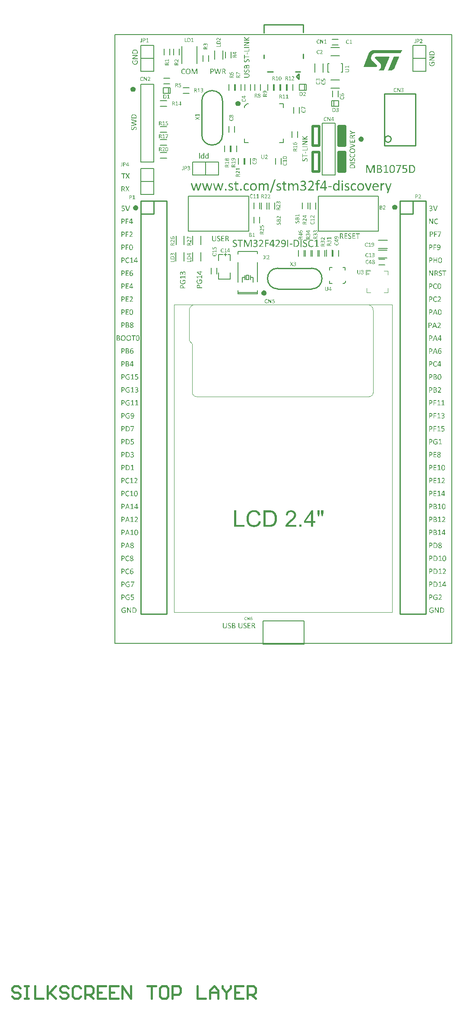
<source format=gto>
G04 Layer_Color=65535*
%FSLAX43Y43*%
%MOMM*%
G71*
G01*
G75*
%ADD40C,0.400*%
%ADD41C,0.127*%
%ADD71C,0.120*%
%ADD72C,0.254*%
%ADD73C,0.100*%
%ADD74C,0.508*%
%ADD75C,0.203*%
%ADD76C,0.200*%
%ADD77C,0.152*%
%ADD78C,0.160*%
G36*
X63781Y57825D02*
X63803Y57823D01*
X63809D01*
X63814Y57822D01*
X63822D01*
X63840Y57818D01*
X63859Y57814D01*
X63863D01*
X63875Y57810D01*
X63889Y57806D01*
X63902Y57800D01*
X63904Y57798D01*
X63912Y57796D01*
X63920Y57792D01*
X63926Y57788D01*
X63928D01*
X63930Y57786D01*
X63933Y57779D01*
X63935Y57777D01*
X63939Y57767D01*
X63941Y57763D01*
Y57753D01*
Y57751D01*
X63943Y57749D01*
Y57743D01*
Y57736D01*
Y57734D01*
Y57728D01*
Y57720D01*
X63941Y57710D01*
Y57708D01*
Y57704D01*
X63937Y57693D01*
X63935Y57689D01*
X63931Y57683D01*
X63930D01*
X63920Y57681D01*
X63914D01*
X63906Y57683D01*
X63896Y57687D01*
X63894Y57689D01*
X63887Y57691D01*
X63875Y57695D01*
X63859Y57699D01*
X63855Y57701D01*
X63846Y57703D01*
X63828Y57708D01*
X63807Y57712D01*
X63805D01*
X63801Y57714D01*
X63795D01*
X63785Y57716D01*
X63764Y57718D01*
X63723D01*
X63709Y57716D01*
X63692Y57714D01*
X63670Y57710D01*
X63649Y57704D01*
X63627Y57697D01*
X63606Y57687D01*
X63604Y57685D01*
X63598Y57681D01*
X63588Y57675D01*
X63574Y57665D01*
X63561Y57654D01*
X63547Y57640D01*
X63532Y57623D01*
X63518Y57605D01*
X63516Y57603D01*
X63512Y57595D01*
X63506Y57585D01*
X63500Y57572D01*
X63491Y57554D01*
X63483Y57533D01*
X63475Y57511D01*
X63469Y57486D01*
Y57482D01*
X63467Y57474D01*
X63463Y57461D01*
X63461Y57443D01*
X63457Y57424D01*
X63454Y57398D01*
X63452Y57373D01*
X63450Y57346D01*
X63452D01*
X63454Y57347D01*
X63463Y57353D01*
X63479Y57361D01*
X63496Y57369D01*
X63498D01*
X63500Y57371D01*
X63506Y57373D01*
X63514Y57377D01*
X63532Y57385D01*
X63553Y57390D01*
X63555D01*
X63559Y57392D01*
X63565Y57394D01*
X63573Y57396D01*
X63594Y57402D01*
X63617Y57406D01*
X63619D01*
X63623Y57408D01*
X63631D01*
X63641Y57410D01*
X63664Y57412D01*
X63692Y57414D01*
X63705D01*
X63721Y57412D01*
X63740D01*
X63764Y57408D01*
X63787Y57404D01*
X63811Y57398D01*
X63832Y57390D01*
X63834Y57388D01*
X63842Y57387D01*
X63851Y57381D01*
X63865Y57373D01*
X63896Y57353D01*
X63912Y57340D01*
X63926Y57326D01*
X63928Y57324D01*
X63931Y57318D01*
X63937Y57310D01*
X63947Y57301D01*
X63955Y57287D01*
X63963Y57269D01*
X63972Y57252D01*
X63978Y57232D01*
Y57230D01*
X63980Y57223D01*
X63984Y57211D01*
X63986Y57197D01*
X63990Y57180D01*
X63992Y57158D01*
X63994Y57137D01*
Y57113D01*
Y57110D01*
Y57102D01*
X63992Y57088D01*
Y57070D01*
X63988Y57051D01*
X63984Y57030D01*
X63980Y57004D01*
X63972Y56981D01*
Y56979D01*
X63969Y56971D01*
X63963Y56959D01*
X63957Y56944D01*
X63947Y56926D01*
X63935Y56907D01*
X63924Y56889D01*
X63908Y56870D01*
X63906Y56868D01*
X63900Y56862D01*
X63890Y56852D01*
X63879Y56842D01*
X63863Y56829D01*
X63844Y56817D01*
X63822Y56803D01*
X63799Y56792D01*
X63795Y56790D01*
X63787Y56788D01*
X63773Y56784D01*
X63754Y56778D01*
X63732Y56772D01*
X63705Y56768D01*
X63676Y56766D01*
X63643Y56764D01*
X63619D01*
X63604Y56766D01*
X63586Y56768D01*
X63567Y56770D01*
X63528Y56780D01*
X63526D01*
X63520Y56784D01*
X63510Y56786D01*
X63498Y56792D01*
X63471Y56805D01*
X63442Y56825D01*
X63440Y56827D01*
X63436Y56831D01*
X63428Y56836D01*
X63420Y56844D01*
X63411Y56856D01*
X63401Y56868D01*
X63379Y56897D01*
Y56899D01*
X63376Y56905D01*
X63372Y56912D01*
X63366Y56926D01*
X63360Y56940D01*
X63354Y56955D01*
X63340Y56994D01*
Y56996D01*
X63338Y57004D01*
X63336Y57016D01*
X63333Y57031D01*
X63331Y57049D01*
X63327Y57069D01*
X63321Y57115D01*
Y57119D01*
Y57127D01*
X63319Y57141D01*
Y57158D01*
X63317Y57180D01*
Y57203D01*
X63315Y57230D01*
Y57258D01*
Y57262D01*
Y57269D01*
Y57283D01*
Y57299D01*
X63317Y57320D01*
Y57342D01*
X63321Y57390D01*
Y57394D01*
X63323Y57402D01*
X63325Y57416D01*
X63327Y57433D01*
X63331Y57453D01*
X63335Y57474D01*
X63346Y57521D01*
Y57525D01*
X63350Y57533D01*
X63354Y57545D01*
X63360Y57560D01*
X63368Y57578D01*
X63376Y57599D01*
X63397Y57640D01*
X63399Y57642D01*
X63403Y57650D01*
X63409Y57660D01*
X63418Y57673D01*
X63430Y57689D01*
X63444Y57704D01*
X63475Y57738D01*
X63477Y57740D01*
X63483Y57745D01*
X63495Y57751D01*
X63508Y57761D01*
X63524Y57771D01*
X63543Y57783D01*
X63567Y57792D01*
X63590Y57802D01*
X63594Y57804D01*
X63602Y57806D01*
X63615Y57810D01*
X63635Y57816D01*
X63656Y57820D01*
X63684Y57823D01*
X63713Y57825D01*
X63744Y57827D01*
X63762D01*
X63781Y57825D01*
D02*
G37*
G36*
X38509Y79112D02*
X38546Y79109D01*
X38588Y79101D01*
X38591D01*
X38599Y79099D01*
X38609Y79096D01*
X38622Y79093D01*
X38657Y79085D01*
X38694Y79072D01*
X38696D01*
X38702Y79070D01*
X38712Y79067D01*
X38723Y79062D01*
X38752Y79049D01*
X38781Y79033D01*
X38783D01*
X38786Y79030D01*
X38802Y79020D01*
X38820Y79009D01*
X38833Y78998D01*
X38836Y78996D01*
X38841Y78990D01*
X38849Y78985D01*
X38852Y78977D01*
X38854Y78972D01*
X38860Y78959D01*
Y78956D01*
X38862Y78951D01*
Y78943D01*
X38865Y78932D01*
Y78930D01*
X38868Y78925D01*
Y78914D01*
Y78901D01*
Y78898D01*
Y78888D01*
Y78877D01*
X38865Y78864D01*
Y78861D01*
X38862Y78856D01*
X38857Y78838D01*
Y78835D01*
X38854Y78832D01*
X38847Y78822D01*
X38844D01*
X38833Y78819D01*
X38831D01*
X38823Y78822D01*
X38810Y78827D01*
X38791Y78838D01*
X38786Y78840D01*
X38773Y78851D01*
X38749Y78867D01*
X38720Y78885D01*
X38717D01*
X38712Y78890D01*
X38704Y78896D01*
X38691Y78901D01*
X38675Y78909D01*
X38659Y78917D01*
X38617Y78932D01*
X38614D01*
X38607Y78935D01*
X38593Y78940D01*
X38575Y78943D01*
X38554Y78948D01*
X38530Y78951D01*
X38501Y78954D01*
X38454D01*
X38435Y78951D01*
X38414Y78948D01*
X38388Y78943D01*
X38359Y78938D01*
X38330Y78927D01*
X38301Y78914D01*
X38298Y78911D01*
X38288Y78906D01*
X38274Y78898D01*
X38256Y78888D01*
X38235Y78872D01*
X38214Y78851D01*
X38190Y78830D01*
X38169Y78803D01*
X38166Y78801D01*
X38161Y78790D01*
X38150Y78774D01*
X38140Y78756D01*
X38127Y78729D01*
X38114Y78698D01*
X38100Y78664D01*
X38087Y78627D01*
Y78621D01*
X38082Y78608D01*
X38079Y78587D01*
X38074Y78558D01*
X38069Y78524D01*
X38063Y78484D01*
X38061Y78439D01*
X38058Y78389D01*
Y78387D01*
Y78384D01*
Y78376D01*
Y78366D01*
X38061Y78342D01*
Y78310D01*
X38063Y78273D01*
X38069Y78234D01*
X38077Y78192D01*
X38085Y78152D01*
X38087Y78147D01*
X38090Y78136D01*
X38098Y78115D01*
X38106Y78091D01*
X38116Y78065D01*
X38132Y78036D01*
X38148Y78007D01*
X38166Y77981D01*
X38169Y77978D01*
X38177Y77970D01*
X38187Y77957D01*
X38203Y77941D01*
X38222Y77925D01*
X38245Y77910D01*
X38272Y77891D01*
X38298Y77878D01*
X38301Y77875D01*
X38311Y77873D01*
X38327Y77867D01*
X38351Y77862D01*
X38377Y77854D01*
X38406Y77849D01*
X38440Y77846D01*
X38475Y77844D01*
X38504D01*
X38525Y77846D01*
X38549Y77849D01*
X38572Y77852D01*
X38620Y77862D01*
X38622D01*
X38630Y77865D01*
X38641Y77870D01*
X38657Y77875D01*
X38691Y77891D01*
X38725Y77907D01*
X38728D01*
X38733Y77912D01*
X38741Y77917D01*
X38752Y77923D01*
X38775Y77939D01*
X38799Y77954D01*
X38802D01*
X38804Y77957D01*
X38815Y77965D01*
X38831Y77973D01*
X38844Y77975D01*
X38849D01*
X38857Y77970D01*
X38860Y77968D01*
X38862Y77965D01*
X38865Y77957D01*
Y77954D01*
X38868Y77952D01*
Y77944D01*
X38870Y77933D01*
Y77931D01*
X38873Y77923D01*
Y77910D01*
Y77891D01*
Y77888D01*
Y77881D01*
X38870Y77862D01*
Y77859D01*
Y77854D01*
X38868Y77838D01*
Y77836D01*
X38865Y77833D01*
X38860Y77820D01*
X38857Y77815D01*
X38852Y77809D01*
X38844Y77801D01*
X38841Y77799D01*
X38833Y77794D01*
X38820Y77783D01*
X38799Y77770D01*
X38796D01*
X38794Y77767D01*
X38786Y77762D01*
X38775Y77757D01*
X38749Y77743D01*
X38712Y77728D01*
X38709D01*
X38704Y77725D01*
X38694Y77720D01*
X38678Y77714D01*
X38662Y77709D01*
X38641Y77704D01*
X38596Y77693D01*
X38593D01*
X38585Y77691D01*
X38572Y77688D01*
X38554D01*
X38533Y77685D01*
X38506Y77683D01*
X38451Y77680D01*
X38427D01*
X38401Y77683D01*
X38369Y77685D01*
X38330Y77691D01*
X38288Y77699D01*
X38245Y77709D01*
X38203Y77725D01*
X38198Y77728D01*
X38185Y77733D01*
X38166Y77743D01*
X38140Y77759D01*
X38111Y77778D01*
X38079Y77799D01*
X38048Y77825D01*
X38019Y77857D01*
X38016Y77862D01*
X38005Y77873D01*
X37992Y77891D01*
X37976Y77917D01*
X37955Y77949D01*
X37937Y77986D01*
X37918Y78028D01*
X37900Y78076D01*
Y78078D01*
X37897Y78081D01*
Y78089D01*
X37895Y78099D01*
X37887Y78126D01*
X37882Y78163D01*
X37874Y78207D01*
X37866Y78260D01*
X37863Y78316D01*
X37860Y78379D01*
Y78381D01*
Y78387D01*
Y78395D01*
Y78408D01*
X37863Y78424D01*
Y78442D01*
X37866Y78482D01*
X37871Y78532D01*
X37879Y78582D01*
X37889Y78635D01*
X37903Y78687D01*
Y78690D01*
X37905Y78693D01*
X37908Y78700D01*
X37911Y78711D01*
X37921Y78735D01*
X37934Y78769D01*
X37953Y78803D01*
X37974Y78843D01*
X38000Y78882D01*
X38029Y78919D01*
X38032Y78925D01*
X38045Y78935D01*
X38061Y78951D01*
X38085Y78972D01*
X38111Y78996D01*
X38145Y79020D01*
X38182Y79043D01*
X38222Y79064D01*
X38224D01*
X38227Y79067D01*
X38243Y79072D01*
X38264Y79080D01*
X38295Y79091D01*
X38332Y79099D01*
X38375Y79106D01*
X38422Y79112D01*
X38472Y79114D01*
X38493D01*
X38509Y79112D01*
D02*
G37*
G36*
X26719Y79093D02*
X26729Y79091D01*
X26732D01*
X26740Y79088D01*
X26755Y79075D01*
X26758Y79072D01*
X26761Y79067D01*
X26766Y79059D01*
X26771Y79049D01*
X26774Y79046D01*
X26777Y79038D01*
X26779Y79027D01*
Y79012D01*
Y77728D01*
Y77725D01*
Y77722D01*
X26774Y77709D01*
X26771Y77707D01*
X26758Y77701D01*
X26755D01*
X26750Y77699D01*
X26742D01*
X26729Y77696D01*
X26719D01*
X26703Y77693D01*
X26655D01*
X26642Y77696D01*
X26639D01*
X26632Y77699D01*
X26621D01*
X26613Y77701D01*
X26610D01*
X26608Y77704D01*
X26597Y77709D01*
Y77712D01*
Y77714D01*
X26595Y77728D01*
Y78943D01*
X26592D01*
X26096Y77722D01*
X26094Y77717D01*
X26088Y77709D01*
X26083Y77707D01*
X26078Y77704D01*
X26070Y77701D01*
X26067D01*
X26062Y77699D01*
X26054D01*
X26044Y77696D01*
X26033D01*
X26022Y77693D01*
X25980D01*
X25967Y77696D01*
X25964D01*
X25959Y77699D01*
X25941Y77701D01*
X25938D01*
X25935Y77704D01*
X25922Y77709D01*
X25920Y77712D01*
X25917Y77722D01*
X25445Y78943D01*
Y77728D01*
Y77725D01*
Y77722D01*
X25440Y77709D01*
X25437Y77707D01*
X25424Y77701D01*
X25421D01*
X25416Y77699D01*
X25408D01*
X25395Y77696D01*
X25382D01*
X25369Y77693D01*
X25321D01*
X25305Y77696D01*
X25303D01*
X25295Y77699D01*
X25284D01*
X25276Y77701D01*
X25274D01*
X25271Y77704D01*
X25266Y77707D01*
X25263Y77709D01*
Y77712D01*
Y77714D01*
X25261Y77728D01*
Y79012D01*
Y79014D01*
Y79020D01*
X25263Y79035D01*
X25271Y79056D01*
X25284Y79075D01*
X25290Y79077D01*
X25300Y79085D01*
X25316Y79093D01*
X25337Y79096D01*
X25471D01*
X25490Y79093D01*
X25511Y79088D01*
X25516D01*
X25527Y79083D01*
X25540Y79077D01*
X25556Y79067D01*
X25558Y79064D01*
X25569Y79059D01*
X25580Y79046D01*
X25590Y79033D01*
X25593Y79030D01*
X25598Y79020D01*
X25606Y79004D01*
X25614Y78983D01*
X26015Y77970D01*
X26020D01*
X26436Y78977D01*
Y78980D01*
X26439Y78983D01*
X26444Y78998D01*
X26452Y79014D01*
X26460Y79033D01*
X26463Y79038D01*
X26471Y79046D01*
X26481Y79059D01*
X26492Y79070D01*
X26494Y79072D01*
X26505Y79077D01*
X26516Y79083D01*
X26531Y79088D01*
X26534Y79091D01*
X26545Y79093D01*
X26560Y79096D01*
X26708D01*
X26719Y79093D01*
D02*
G37*
G36*
X34720Y78313D02*
X34723D01*
X34726Y78310D01*
X34728Y78308D01*
X34731Y78300D01*
Y78297D01*
X34734Y78294D01*
X34736Y78287D01*
X34739Y78276D01*
Y78273D01*
X34741Y78268D01*
X34744Y78258D01*
Y78244D01*
Y78242D01*
Y78236D01*
Y78221D01*
X34739Y78202D01*
X34734Y78186D01*
X34731Y78184D01*
X34726Y78178D01*
X34718Y78173D01*
X34705Y78171D01*
X34251D01*
X34243Y78173D01*
X34233Y78178D01*
X34225Y78186D01*
Y78189D01*
X34222Y78200D01*
X34219Y78218D01*
X34217Y78244D01*
Y78247D01*
Y78250D01*
Y78265D01*
X34219Y78284D01*
X34225Y78300D01*
X34227Y78302D01*
X34233Y78310D01*
X34241Y78316D01*
X34254Y78318D01*
X34710D01*
X34720Y78313D01*
D02*
G37*
G36*
X23573Y79112D02*
X23607Y79106D01*
X23610D01*
X23615Y79104D01*
X23626D01*
X23636Y79101D01*
X23665Y79093D01*
X23694Y79085D01*
X23697D01*
X23702Y79083D01*
X23710Y79080D01*
X23721Y79077D01*
X23745Y79067D01*
X23768Y79054D01*
X23771D01*
X23774Y79051D01*
X23787Y79046D01*
X23803Y79035D01*
X23813Y79027D01*
X23816Y79025D01*
X23818Y79022D01*
X23824Y79014D01*
X23826Y79009D01*
X23829Y79006D01*
X23832Y78993D01*
Y78990D01*
X23834Y78988D01*
Y78972D01*
Y78969D01*
X23837Y78964D01*
Y78954D01*
Y78940D01*
Y78938D01*
Y78927D01*
Y78917D01*
X23834Y78903D01*
Y78901D01*
X23832Y78896D01*
X23829Y78880D01*
Y78877D01*
X23826Y78874D01*
X23818Y78864D01*
X23816D01*
X23805Y78861D01*
X23803D01*
X23797Y78864D01*
X23784Y78867D01*
X23768Y78874D01*
X23763Y78877D01*
X23752Y78885D01*
X23734Y78896D01*
X23708Y78909D01*
X23705D01*
X23702Y78911D01*
X23694Y78917D01*
X23684Y78922D01*
X23655Y78932D01*
X23621Y78946D01*
X23618D01*
X23613Y78948D01*
X23602Y78951D01*
X23589Y78954D01*
X23571Y78956D01*
X23552Y78959D01*
X23507Y78961D01*
X23486D01*
X23473Y78959D01*
X23439Y78956D01*
X23404Y78946D01*
X23402D01*
X23397Y78943D01*
X23389Y78940D01*
X23381Y78935D01*
X23357Y78922D01*
X23333Y78903D01*
X23328Y78898D01*
X23317Y78885D01*
X23304Y78867D01*
X23294Y78840D01*
Y78838D01*
X23291Y78835D01*
X23288Y78819D01*
X23283Y78795D01*
X23281Y78766D01*
Y78764D01*
Y78756D01*
X23283Y78745D01*
Y78732D01*
X23291Y78700D01*
X23307Y78666D01*
Y78664D01*
X23312Y78658D01*
X23317Y78650D01*
X23325Y78640D01*
X23349Y78616D01*
X23378Y78590D01*
X23381Y78587D01*
X23386Y78584D01*
X23397Y78579D01*
X23407Y78571D01*
X23439Y78553D01*
X23478Y78532D01*
X23481D01*
X23489Y78526D01*
X23499Y78521D01*
X23515Y78516D01*
X23531Y78508D01*
X23552Y78497D01*
X23594Y78476D01*
X23597D01*
X23605Y78471D01*
X23615Y78466D01*
X23631Y78458D01*
X23650Y78450D01*
X23671Y78439D01*
X23713Y78416D01*
X23716Y78413D01*
X23723Y78410D01*
X23734Y78403D01*
X23747Y78395D01*
X23781Y78371D01*
X23816Y78339D01*
X23818Y78337D01*
X23824Y78331D01*
X23832Y78321D01*
X23842Y78310D01*
X23853Y78294D01*
X23866Y78276D01*
X23887Y78234D01*
X23890Y78231D01*
X23892Y78223D01*
X23897Y78210D01*
X23903Y78194D01*
X23908Y78171D01*
X23911Y78147D01*
X23916Y78120D01*
Y78089D01*
Y78084D01*
Y78073D01*
X23913Y78055D01*
X23911Y78031D01*
X23908Y78004D01*
X23900Y77975D01*
X23892Y77944D01*
X23879Y77915D01*
X23876Y77912D01*
X23871Y77902D01*
X23863Y77888D01*
X23853Y77870D01*
X23837Y77849D01*
X23821Y77828D01*
X23800Y77804D01*
X23776Y77783D01*
X23774Y77780D01*
X23766Y77775D01*
X23752Y77765D01*
X23734Y77754D01*
X23713Y77741D01*
X23687Y77728D01*
X23658Y77714D01*
X23626Y77704D01*
X23623D01*
X23610Y77699D01*
X23594Y77696D01*
X23571Y77691D01*
X23542Y77685D01*
X23510Y77683D01*
X23476Y77678D01*
X23415D01*
X23397Y77680D01*
X23378D01*
X23354Y77683D01*
X23309Y77691D01*
X23307D01*
X23299Y77693D01*
X23288Y77696D01*
X23273Y77699D01*
X23238Y77707D01*
X23201Y77717D01*
X23199D01*
X23194Y77720D01*
X23186Y77725D01*
X23175Y77728D01*
X23149Y77741D01*
X23122Y77754D01*
X23117Y77757D01*
X23104Y77765D01*
X23091Y77775D01*
X23077Y77786D01*
X23075Y77788D01*
X23072Y77794D01*
X23067Y77804D01*
X23062Y77817D01*
Y77820D01*
X23059Y77833D01*
X23056Y77849D01*
Y77870D01*
Y77875D01*
Y77883D01*
Y77896D01*
Y77910D01*
Y77912D01*
X23059Y77920D01*
X23062Y77936D01*
Y77939D01*
X23064Y77941D01*
X23070Y77946D01*
X23072Y77949D01*
X23075D01*
X23077Y77952D01*
X23091Y77954D01*
X23093D01*
X23101Y77952D01*
X23112Y77946D01*
X23130Y77933D01*
X23133D01*
X23135Y77931D01*
X23151Y77923D01*
X23172Y77910D01*
X23201Y77894D01*
X23204D01*
X23209Y77891D01*
X23220Y77886D01*
X23230Y77881D01*
X23246Y77875D01*
X23265Y77867D01*
X23307Y77854D01*
X23309D01*
X23317Y77852D01*
X23331Y77849D01*
X23346Y77846D01*
X23368Y77841D01*
X23391Y77838D01*
X23418Y77836D01*
X23468D01*
X23484Y77838D01*
X23518Y77844D01*
X23557Y77852D01*
X23560D01*
X23565Y77854D01*
X23576Y77859D01*
X23586Y77862D01*
X23615Y77878D01*
X23644Y77896D01*
X23647Y77899D01*
X23650Y77902D01*
X23665Y77917D01*
X23684Y77939D01*
X23700Y77968D01*
Y77970D01*
X23702Y77975D01*
X23708Y77986D01*
X23710Y77997D01*
X23718Y78028D01*
X23721Y78068D01*
Y78070D01*
Y78078D01*
X23718Y78089D01*
Y78105D01*
X23708Y78136D01*
X23702Y78155D01*
X23692Y78171D01*
Y78173D01*
X23687Y78178D01*
X23681Y78186D01*
X23673Y78197D01*
X23650Y78221D01*
X23621Y78244D01*
X23618Y78247D01*
X23613Y78250D01*
X23605Y78255D01*
X23592Y78263D01*
X23560Y78281D01*
X23520Y78302D01*
X23518D01*
X23510Y78308D01*
X23499Y78313D01*
X23486Y78318D01*
X23468Y78326D01*
X23449Y78337D01*
X23404Y78355D01*
X23402Y78358D01*
X23394Y78360D01*
X23383Y78366D01*
X23368Y78374D01*
X23331Y78392D01*
X23288Y78416D01*
X23286Y78418D01*
X23278Y78421D01*
X23267Y78429D01*
X23254Y78439D01*
X23222Y78463D01*
X23188Y78495D01*
X23186Y78497D01*
X23180Y78503D01*
X23172Y78513D01*
X23162Y78526D01*
X23151Y78542D01*
X23138Y78561D01*
X23117Y78603D01*
Y78606D01*
X23112Y78613D01*
X23109Y78627D01*
X23104Y78645D01*
X23099Y78666D01*
X23096Y78690D01*
X23091Y78719D01*
Y78751D01*
Y78756D01*
Y78766D01*
X23093Y78782D01*
X23096Y78803D01*
X23099Y78827D01*
X23104Y78853D01*
X23112Y78880D01*
X23122Y78906D01*
X23125Y78909D01*
X23128Y78917D01*
X23135Y78930D01*
X23146Y78946D01*
X23172Y78983D01*
X23209Y79020D01*
X23212Y79022D01*
X23220Y79027D01*
X23233Y79035D01*
X23249Y79046D01*
X23267Y79059D01*
X23291Y79070D01*
X23317Y79080D01*
X23344Y79091D01*
X23346D01*
X23357Y79096D01*
X23373Y79099D01*
X23394Y79104D01*
X23420Y79109D01*
X23449Y79112D01*
X23513Y79117D01*
X23542D01*
X23573Y79112D01*
D02*
G37*
G36*
X25665Y5187D02*
X25682Y5185D01*
X25700Y5182D01*
X25701D01*
X25705Y5181D01*
X25710Y5180D01*
X25715Y5178D01*
X25731Y5175D01*
X25747Y5169D01*
X25748D01*
X25751Y5168D01*
X25755Y5167D01*
X25760Y5164D01*
X25773Y5158D01*
X25786Y5151D01*
X25787D01*
X25788Y5150D01*
X25795Y5146D01*
X25803Y5141D01*
X25809Y5136D01*
X25810Y5135D01*
X25813Y5133D01*
X25816Y5130D01*
X25817Y5127D01*
X25819Y5125D01*
X25821Y5119D01*
Y5117D01*
X25822Y5115D01*
Y5112D01*
X25823Y5107D01*
Y5106D01*
X25824Y5103D01*
Y5099D01*
Y5093D01*
Y5092D01*
Y5087D01*
Y5082D01*
X25823Y5077D01*
Y5075D01*
X25822Y5073D01*
X25820Y5065D01*
Y5064D01*
X25819Y5062D01*
X25815Y5058D01*
X25814D01*
X25809Y5057D01*
X25808D01*
X25804Y5058D01*
X25799Y5060D01*
X25790Y5065D01*
X25788Y5066D01*
X25782Y5071D01*
X25772Y5078D01*
X25759Y5086D01*
X25758D01*
X25755Y5088D01*
X25752Y5091D01*
X25746Y5093D01*
X25739Y5096D01*
X25732Y5100D01*
X25713Y5107D01*
X25712D01*
X25708Y5108D01*
X25703Y5110D01*
X25694Y5112D01*
X25685Y5114D01*
X25674Y5115D01*
X25662Y5116D01*
X25641D01*
X25632Y5115D01*
X25623Y5114D01*
X25611Y5112D01*
X25598Y5109D01*
X25586Y5105D01*
X25573Y5099D01*
X25571Y5098D01*
X25567Y5095D01*
X25561Y5092D01*
X25553Y5087D01*
X25543Y5080D01*
X25534Y5071D01*
X25523Y5061D01*
X25514Y5050D01*
X25513Y5048D01*
X25511Y5044D01*
X25506Y5037D01*
X25501Y5029D01*
X25495Y5017D01*
X25489Y5003D01*
X25484Y4988D01*
X25478Y4971D01*
Y4969D01*
X25475Y4963D01*
X25474Y4954D01*
X25472Y4941D01*
X25470Y4925D01*
X25467Y4908D01*
X25466Y4888D01*
X25465Y4866D01*
Y4865D01*
Y4863D01*
Y4860D01*
Y4855D01*
X25466Y4845D01*
Y4831D01*
X25467Y4814D01*
X25470Y4797D01*
X25473Y4778D01*
X25477Y4760D01*
X25478Y4758D01*
X25479Y4753D01*
X25482Y4744D01*
X25486Y4733D01*
X25491Y4722D01*
X25498Y4709D01*
X25505Y4696D01*
X25513Y4684D01*
X25514Y4683D01*
X25518Y4680D01*
X25522Y4674D01*
X25529Y4667D01*
X25538Y4660D01*
X25548Y4653D01*
X25560Y4644D01*
X25571Y4639D01*
X25573Y4637D01*
X25577Y4636D01*
X25584Y4634D01*
X25595Y4632D01*
X25607Y4628D01*
X25619Y4626D01*
X25635Y4625D01*
X25650Y4623D01*
X25663D01*
X25672Y4625D01*
X25683Y4626D01*
X25693Y4627D01*
X25714Y4632D01*
X25715D01*
X25719Y4633D01*
X25724Y4635D01*
X25731Y4637D01*
X25746Y4644D01*
X25761Y4651D01*
X25762D01*
X25765Y4654D01*
X25768Y4656D01*
X25773Y4658D01*
X25783Y4666D01*
X25794Y4673D01*
X25795D01*
X25796Y4674D01*
X25801Y4677D01*
X25808Y4681D01*
X25814Y4682D01*
X25816D01*
X25820Y4680D01*
X25821Y4678D01*
X25822Y4677D01*
X25823Y4674D01*
Y4673D01*
X25824Y4671D01*
Y4668D01*
X25826Y4663D01*
Y4662D01*
X25827Y4658D01*
Y4653D01*
Y4644D01*
Y4643D01*
Y4640D01*
X25826Y4632D01*
Y4630D01*
Y4628D01*
X25824Y4621D01*
Y4620D01*
X25823Y4619D01*
X25821Y4613D01*
X25820Y4610D01*
X25817Y4608D01*
X25814Y4605D01*
X25813Y4603D01*
X25809Y4601D01*
X25803Y4596D01*
X25794Y4591D01*
X25793D01*
X25792Y4589D01*
X25788Y4587D01*
X25783Y4585D01*
X25772Y4579D01*
X25755Y4572D01*
X25754D01*
X25752Y4571D01*
X25747Y4568D01*
X25740Y4566D01*
X25733Y4564D01*
X25724Y4561D01*
X25704Y4557D01*
X25703D01*
X25699Y4555D01*
X25693Y4554D01*
X25685D01*
X25676Y4553D01*
X25664Y4552D01*
X25639Y4551D01*
X25629D01*
X25617Y4552D01*
X25603Y4553D01*
X25586Y4555D01*
X25567Y4559D01*
X25548Y4564D01*
X25529Y4571D01*
X25527Y4572D01*
X25521Y4574D01*
X25513Y4579D01*
X25501Y4586D01*
X25488Y4594D01*
X25474Y4603D01*
X25460Y4615D01*
X25447Y4629D01*
X25446Y4632D01*
X25441Y4636D01*
X25436Y4644D01*
X25429Y4656D01*
X25419Y4670D01*
X25411Y4687D01*
X25403Y4705D01*
X25395Y4726D01*
Y4728D01*
X25393Y4729D01*
Y4732D01*
X25392Y4737D01*
X25389Y4749D01*
X25386Y4765D01*
X25383Y4785D01*
X25379Y4808D01*
X25378Y4833D01*
X25377Y4861D01*
Y4862D01*
Y4865D01*
Y4868D01*
Y4874D01*
X25378Y4881D01*
Y4889D01*
X25379Y4907D01*
X25382Y4929D01*
X25385Y4951D01*
X25390Y4975D01*
X25396Y4998D01*
Y4999D01*
X25397Y5000D01*
X25398Y5004D01*
X25399Y5009D01*
X25404Y5019D01*
X25410Y5034D01*
X25418Y5050D01*
X25427Y5067D01*
X25439Y5085D01*
X25452Y5101D01*
X25453Y5103D01*
X25459Y5108D01*
X25466Y5115D01*
X25477Y5125D01*
X25488Y5135D01*
X25504Y5146D01*
X25520Y5156D01*
X25538Y5166D01*
X25539D01*
X25540Y5167D01*
X25547Y5169D01*
X25556Y5173D01*
X25570Y5177D01*
X25587Y5181D01*
X25605Y5184D01*
X25626Y5187D01*
X25649Y5188D01*
X25658D01*
X25665Y5187D01*
D02*
G37*
G36*
X26820D02*
X26833Y5185D01*
X26836D01*
X26840Y5184D01*
X26844D01*
X26855Y5182D01*
X26867Y5180D01*
X26869D01*
X26876Y5177D01*
X26884Y5175D01*
X26892Y5171D01*
X26893Y5170D01*
X26898Y5169D01*
X26903Y5167D01*
X26906Y5164D01*
X26907D01*
X26909Y5163D01*
X26911Y5158D01*
X26912Y5157D01*
X26915Y5151D01*
X26916Y5149D01*
Y5143D01*
Y5142D01*
X26917Y5141D01*
Y5137D01*
Y5133D01*
Y5132D01*
Y5128D01*
Y5123D01*
X26916Y5117D01*
Y5116D01*
Y5114D01*
X26913Y5107D01*
X26912Y5105D01*
X26910Y5101D01*
X26909D01*
X26903Y5100D01*
X26899D01*
X26895Y5101D01*
X26889Y5103D01*
X26888Y5105D01*
X26883Y5106D01*
X26876Y5108D01*
X26867Y5110D01*
X26864Y5112D01*
X26858Y5113D01*
X26848Y5116D01*
X26835Y5119D01*
X26834D01*
X26831Y5120D01*
X26828D01*
X26822Y5121D01*
X26809Y5122D01*
X26785D01*
X26776Y5121D01*
X26766Y5120D01*
X26753Y5117D01*
X26740Y5114D01*
X26727Y5109D01*
X26714Y5103D01*
X26713Y5102D01*
X26710Y5100D01*
X26704Y5096D01*
X26696Y5091D01*
X26687Y5084D01*
X26679Y5075D01*
X26670Y5065D01*
X26662Y5054D01*
X26660Y5053D01*
X26658Y5048D01*
X26655Y5043D01*
X26651Y5034D01*
X26645Y5024D01*
X26641Y5011D01*
X26636Y4998D01*
X26632Y4983D01*
Y4981D01*
X26631Y4976D01*
X26629Y4968D01*
X26628Y4957D01*
X26625Y4945D01*
X26623Y4930D01*
X26622Y4915D01*
X26621Y4899D01*
X26622D01*
X26623Y4900D01*
X26629Y4903D01*
X26638Y4908D01*
X26649Y4913D01*
X26650D01*
X26651Y4914D01*
X26655Y4915D01*
X26659Y4917D01*
X26670Y4922D01*
X26683Y4925D01*
X26684D01*
X26686Y4927D01*
X26690Y4928D01*
X26694Y4929D01*
X26707Y4932D01*
X26721Y4935D01*
X26722D01*
X26725Y4936D01*
X26730D01*
X26735Y4937D01*
X26749Y4938D01*
X26766Y4940D01*
X26774D01*
X26783Y4938D01*
X26795D01*
X26809Y4936D01*
X26823Y4934D01*
X26837Y4930D01*
X26850Y4925D01*
X26851Y4924D01*
X26856Y4923D01*
X26862Y4920D01*
X26870Y4915D01*
X26889Y4903D01*
X26898Y4895D01*
X26906Y4887D01*
X26907Y4886D01*
X26910Y4882D01*
X26913Y4877D01*
X26919Y4872D01*
X26924Y4863D01*
X26929Y4853D01*
X26934Y4842D01*
X26938Y4831D01*
Y4829D01*
X26939Y4825D01*
X26941Y4818D01*
X26943Y4810D01*
X26945Y4799D01*
X26946Y4786D01*
X26947Y4773D01*
Y4759D01*
Y4757D01*
Y4752D01*
X26946Y4744D01*
Y4733D01*
X26944Y4722D01*
X26941Y4709D01*
X26939Y4694D01*
X26934Y4680D01*
Y4678D01*
X26932Y4674D01*
X26929Y4667D01*
X26925Y4657D01*
X26919Y4647D01*
X26912Y4635D01*
X26905Y4625D01*
X26896Y4613D01*
X26895Y4612D01*
X26891Y4608D01*
X26885Y4602D01*
X26878Y4596D01*
X26869Y4588D01*
X26857Y4581D01*
X26844Y4573D01*
X26830Y4566D01*
X26828Y4565D01*
X26823Y4564D01*
X26815Y4561D01*
X26803Y4558D01*
X26790Y4554D01*
X26774Y4552D01*
X26756Y4551D01*
X26737Y4550D01*
X26722D01*
X26713Y4551D01*
X26703Y4552D01*
X26691Y4553D01*
X26667Y4559D01*
X26666D01*
X26663Y4561D01*
X26657Y4562D01*
X26650Y4566D01*
X26633Y4574D01*
X26616Y4586D01*
X26615Y4587D01*
X26612Y4589D01*
X26608Y4593D01*
X26603Y4598D01*
X26597Y4605D01*
X26591Y4612D01*
X26578Y4629D01*
Y4630D01*
X26576Y4634D01*
X26574Y4639D01*
X26570Y4647D01*
X26567Y4655D01*
X26563Y4664D01*
X26555Y4688D01*
Y4689D01*
X26554Y4694D01*
X26553Y4701D01*
X26550Y4710D01*
X26549Y4721D01*
X26547Y4732D01*
X26543Y4760D01*
Y4763D01*
Y4767D01*
X26542Y4776D01*
Y4786D01*
X26541Y4799D01*
Y4813D01*
X26540Y4829D01*
Y4846D01*
Y4848D01*
Y4853D01*
Y4861D01*
Y4870D01*
X26541Y4883D01*
Y4896D01*
X26543Y4925D01*
Y4928D01*
X26545Y4932D01*
X26546Y4941D01*
X26547Y4951D01*
X26549Y4963D01*
X26552Y4976D01*
X26559Y5004D01*
Y5006D01*
X26561Y5011D01*
X26563Y5018D01*
X26567Y5027D01*
X26571Y5038D01*
X26576Y5051D01*
X26589Y5075D01*
X26590Y5077D01*
X26593Y5081D01*
X26596Y5087D01*
X26602Y5095D01*
X26609Y5105D01*
X26617Y5114D01*
X26636Y5134D01*
X26637Y5135D01*
X26641Y5139D01*
X26648Y5142D01*
X26656Y5148D01*
X26665Y5154D01*
X26677Y5161D01*
X26691Y5167D01*
X26705Y5173D01*
X26707Y5174D01*
X26712Y5175D01*
X26720Y5177D01*
X26732Y5181D01*
X26745Y5183D01*
X26761Y5185D01*
X26779Y5187D01*
X26797Y5188D01*
X26808D01*
X26820Y5187D01*
D02*
G37*
G36*
X37331Y79112D02*
X37365Y79106D01*
X37367D01*
X37373Y79104D01*
X37383D01*
X37394Y79101D01*
X37423Y79093D01*
X37452Y79085D01*
X37454D01*
X37460Y79083D01*
X37468Y79080D01*
X37478Y79077D01*
X37502Y79067D01*
X37526Y79054D01*
X37528D01*
X37531Y79051D01*
X37544Y79046D01*
X37560Y79035D01*
X37570Y79027D01*
X37573Y79025D01*
X37576Y79022D01*
X37581Y79014D01*
X37584Y79009D01*
X37586Y79006D01*
X37589Y78993D01*
Y78990D01*
X37592Y78988D01*
Y78972D01*
Y78969D01*
X37594Y78964D01*
Y78954D01*
Y78940D01*
Y78938D01*
Y78927D01*
Y78917D01*
X37592Y78903D01*
Y78901D01*
X37589Y78896D01*
X37586Y78880D01*
Y78877D01*
X37584Y78874D01*
X37576Y78864D01*
X37573D01*
X37563Y78861D01*
X37560D01*
X37555Y78864D01*
X37541Y78867D01*
X37526Y78874D01*
X37520Y78877D01*
X37510Y78885D01*
X37491Y78896D01*
X37465Y78909D01*
X37462D01*
X37460Y78911D01*
X37452Y78917D01*
X37441Y78922D01*
X37412Y78932D01*
X37378Y78946D01*
X37375D01*
X37370Y78948D01*
X37360Y78951D01*
X37346Y78954D01*
X37328Y78956D01*
X37309Y78959D01*
X37265Y78961D01*
X37244D01*
X37230Y78959D01*
X37196Y78956D01*
X37162Y78946D01*
X37159D01*
X37154Y78943D01*
X37146Y78940D01*
X37138Y78935D01*
X37114Y78922D01*
X37091Y78903D01*
X37085Y78898D01*
X37075Y78885D01*
X37062Y78867D01*
X37051Y78840D01*
Y78838D01*
X37048Y78835D01*
X37046Y78819D01*
X37041Y78795D01*
X37038Y78766D01*
Y78764D01*
Y78756D01*
X37041Y78745D01*
Y78732D01*
X37048Y78700D01*
X37064Y78666D01*
Y78664D01*
X37069Y78658D01*
X37075Y78650D01*
X37083Y78640D01*
X37106Y78616D01*
X37135Y78590D01*
X37138Y78587D01*
X37143Y78584D01*
X37154Y78579D01*
X37164Y78571D01*
X37196Y78553D01*
X37236Y78532D01*
X37238D01*
X37246Y78526D01*
X37257Y78521D01*
X37273Y78516D01*
X37288Y78508D01*
X37309Y78497D01*
X37352Y78476D01*
X37354D01*
X37362Y78471D01*
X37373Y78466D01*
X37389Y78458D01*
X37407Y78450D01*
X37428Y78439D01*
X37470Y78416D01*
X37473Y78413D01*
X37481Y78410D01*
X37491Y78403D01*
X37505Y78395D01*
X37539Y78371D01*
X37573Y78339D01*
X37576Y78337D01*
X37581Y78331D01*
X37589Y78321D01*
X37599Y78310D01*
X37610Y78294D01*
X37623Y78276D01*
X37644Y78234D01*
X37647Y78231D01*
X37650Y78223D01*
X37655Y78210D01*
X37660Y78194D01*
X37665Y78171D01*
X37668Y78147D01*
X37673Y78120D01*
Y78089D01*
Y78084D01*
Y78073D01*
X37671Y78055D01*
X37668Y78031D01*
X37665Y78004D01*
X37657Y77975D01*
X37650Y77944D01*
X37636Y77915D01*
X37634Y77912D01*
X37628Y77902D01*
X37621Y77888D01*
X37610Y77870D01*
X37594Y77849D01*
X37578Y77828D01*
X37557Y77804D01*
X37534Y77783D01*
X37531Y77780D01*
X37523Y77775D01*
X37510Y77765D01*
X37491Y77754D01*
X37470Y77741D01*
X37444Y77728D01*
X37415Y77714D01*
X37383Y77704D01*
X37381D01*
X37367Y77699D01*
X37352Y77696D01*
X37328Y77691D01*
X37299Y77685D01*
X37267Y77683D01*
X37233Y77678D01*
X37172D01*
X37154Y77680D01*
X37135D01*
X37112Y77683D01*
X37067Y77691D01*
X37064D01*
X37056Y77693D01*
X37046Y77696D01*
X37030Y77699D01*
X36996Y77707D01*
X36959Y77717D01*
X36956D01*
X36951Y77720D01*
X36943Y77725D01*
X36932Y77728D01*
X36906Y77741D01*
X36880Y77754D01*
X36874Y77757D01*
X36861Y77765D01*
X36848Y77775D01*
X36835Y77786D01*
X36832Y77788D01*
X36830Y77794D01*
X36824Y77804D01*
X36819Y77817D01*
Y77820D01*
X36816Y77833D01*
X36814Y77849D01*
Y77870D01*
Y77875D01*
Y77883D01*
Y77896D01*
Y77910D01*
Y77912D01*
X36816Y77920D01*
X36819Y77936D01*
Y77939D01*
X36822Y77941D01*
X36827Y77946D01*
X36830Y77949D01*
X36832D01*
X36835Y77952D01*
X36848Y77954D01*
X36851D01*
X36859Y77952D01*
X36869Y77946D01*
X36888Y77933D01*
X36890D01*
X36893Y77931D01*
X36909Y77923D01*
X36930Y77910D01*
X36959Y77894D01*
X36961D01*
X36967Y77891D01*
X36977Y77886D01*
X36988Y77881D01*
X37004Y77875D01*
X37022Y77867D01*
X37064Y77854D01*
X37067D01*
X37075Y77852D01*
X37088Y77849D01*
X37104Y77846D01*
X37125Y77841D01*
X37149Y77838D01*
X37175Y77836D01*
X37225D01*
X37241Y77838D01*
X37275Y77844D01*
X37315Y77852D01*
X37317D01*
X37323Y77854D01*
X37333Y77859D01*
X37344Y77862D01*
X37373Y77878D01*
X37402Y77896D01*
X37404Y77899D01*
X37407Y77902D01*
X37423Y77917D01*
X37441Y77939D01*
X37457Y77968D01*
Y77970D01*
X37460Y77975D01*
X37465Y77986D01*
X37468Y77997D01*
X37476Y78028D01*
X37478Y78068D01*
Y78070D01*
Y78078D01*
X37476Y78089D01*
Y78105D01*
X37465Y78136D01*
X37460Y78155D01*
X37449Y78171D01*
Y78173D01*
X37444Y78178D01*
X37439Y78186D01*
X37431Y78197D01*
X37407Y78221D01*
X37378Y78244D01*
X37375Y78247D01*
X37370Y78250D01*
X37362Y78255D01*
X37349Y78263D01*
X37317Y78281D01*
X37278Y78302D01*
X37275D01*
X37267Y78308D01*
X37257Y78313D01*
X37244Y78318D01*
X37225Y78326D01*
X37207Y78337D01*
X37162Y78355D01*
X37159Y78358D01*
X37151Y78360D01*
X37141Y78366D01*
X37125Y78374D01*
X37088Y78392D01*
X37046Y78416D01*
X37043Y78418D01*
X37035Y78421D01*
X37025Y78429D01*
X37012Y78439D01*
X36980Y78463D01*
X36946Y78495D01*
X36943Y78497D01*
X36938Y78503D01*
X36930Y78513D01*
X36919Y78526D01*
X36909Y78542D01*
X36895Y78561D01*
X36874Y78603D01*
Y78606D01*
X36869Y78613D01*
X36866Y78627D01*
X36861Y78645D01*
X36856Y78666D01*
X36853Y78690D01*
X36848Y78719D01*
Y78751D01*
Y78756D01*
Y78766D01*
X36851Y78782D01*
X36853Y78803D01*
X36856Y78827D01*
X36861Y78853D01*
X36869Y78880D01*
X36880Y78906D01*
X36882Y78909D01*
X36885Y78917D01*
X36893Y78930D01*
X36903Y78946D01*
X36930Y78983D01*
X36967Y79020D01*
X36969Y79022D01*
X36977Y79027D01*
X36990Y79035D01*
X37006Y79046D01*
X37025Y79059D01*
X37048Y79070D01*
X37075Y79080D01*
X37101Y79091D01*
X37104D01*
X37114Y79096D01*
X37130Y79099D01*
X37151Y79104D01*
X37178Y79109D01*
X37207Y79112D01*
X37270Y79117D01*
X37299D01*
X37331Y79112D01*
D02*
G37*
G36*
X26383Y5180D02*
X26384D01*
X26388Y5178D01*
X26392Y5177D01*
X26396Y5176D01*
X26397D01*
X26398Y5175D01*
X26403Y5170D01*
X26404Y5169D01*
X26405Y5164D01*
Y4593D01*
Y4592D01*
Y4587D01*
X26404Y4582D01*
X26402Y4577D01*
X26400Y4575D01*
X26399Y4573D01*
X26392Y4565D01*
X26391D01*
X26389Y4562D01*
X26385Y4561D01*
X26381Y4559D01*
X26377D01*
X26369Y4558D01*
X26334D01*
X26327Y4559D01*
X26319Y4560D01*
X26317D01*
X26313Y4562D01*
X26307Y4565D01*
X26300Y4569D01*
X26299Y4571D01*
X26295Y4574D01*
X26289Y4580D01*
X26283Y4588D01*
Y4589D01*
X26282Y4591D01*
X26278Y4598D01*
X26272Y4607D01*
X26265Y4620D01*
X26074Y4972D01*
X26073Y4973D01*
X26071Y4977D01*
X26069Y4983D01*
X26064Y4990D01*
X26061Y4998D01*
X26055Y5007D01*
X26045Y5029D01*
X26043Y5030D01*
X26042Y5033D01*
X26039Y5040D01*
X26035Y5047D01*
X26030Y5057D01*
X26026Y5066D01*
X26016Y5087D01*
X26015D01*
Y5086D01*
Y5081D01*
Y5074D01*
X26016Y5066D01*
Y5055D01*
Y5043D01*
Y5017D01*
Y5016D01*
Y5011D01*
Y5004D01*
X26018Y4995D01*
Y4984D01*
Y4972D01*
Y4945D01*
Y4572D01*
Y4569D01*
X26015Y4565D01*
X26014Y4562D01*
X26008Y4560D01*
X26007D01*
X26005Y4559D01*
X26001D01*
X25995Y4558D01*
X25991D01*
X25984Y4557D01*
X25963D01*
X25956Y4558D01*
X25954D01*
X25952Y4559D01*
X25944Y4560D01*
X25943D01*
X25941Y4561D01*
X25937Y4565D01*
Y4566D01*
Y4567D01*
X25936Y4572D01*
Y5143D01*
Y5144D01*
Y5147D01*
X25937Y5154D01*
X25940Y5163D01*
X25946Y5171D01*
X25948Y5173D01*
X25953Y5176D01*
X25960Y5178D01*
X25970Y5180D01*
X26019D01*
X26026Y5178D01*
X26034Y5176D01*
X26035D01*
X26040Y5174D01*
X26045Y5171D01*
X26050Y5168D01*
X26052Y5167D01*
X26055Y5164D01*
X26060Y5160D01*
X26066Y5153D01*
X26067Y5151D01*
X26070Y5147D01*
X26075Y5139D01*
X26081Y5129D01*
X26227Y4856D01*
X26228Y4855D01*
X26230Y4852D01*
X26232Y4847D01*
X26235Y4841D01*
X26244Y4825D01*
X26253Y4807D01*
X26254Y4806D01*
X26255Y4804D01*
X26258Y4799D01*
X26261Y4793D01*
X26269Y4778D01*
X26278Y4760D01*
Y4759D01*
X26280Y4757D01*
X26282Y4752D01*
X26285Y4746D01*
X26293Y4732D01*
X26301Y4716D01*
Y4715D01*
X26303Y4712D01*
X26306Y4708D01*
X26308Y4702D01*
X26315Y4688D01*
X26323Y4671D01*
X26324D01*
Y4673D01*
Y4678D01*
Y4685D01*
Y4695D01*
X26323Y4707D01*
Y4721D01*
Y4750D01*
Y4752D01*
Y4757D01*
Y4765D01*
Y4776D01*
Y4787D01*
Y4800D01*
Y4828D01*
Y5164D01*
Y5166D01*
Y5167D01*
X26324Y5170D01*
Y5171D01*
X26327Y5173D01*
X26331Y5176D01*
X26333D01*
X26335Y5177D01*
X26338Y5178D01*
X26343Y5180D01*
X26344D01*
X26349Y5181D01*
X26377D01*
X26383Y5180D01*
D02*
G37*
G36*
X28654Y79114D02*
X28677D01*
X28706Y79109D01*
X28735Y79104D01*
X28767Y79099D01*
X28796Y79088D01*
X28799D01*
X28809Y79083D01*
X28822Y79077D01*
X28841Y79067D01*
X28883Y79043D01*
X28923Y79009D01*
X28925Y79006D01*
X28931Y79001D01*
X28941Y78990D01*
X28952Y78975D01*
X28962Y78959D01*
X28975Y78938D01*
X28996Y78893D01*
Y78890D01*
X29002Y78882D01*
X29004Y78869D01*
X29010Y78851D01*
X29015Y78830D01*
X29018Y78806D01*
X29023Y78753D01*
Y78751D01*
Y78743D01*
Y78727D01*
X29020Y78711D01*
Y78690D01*
X29018Y78669D01*
X29010Y78619D01*
Y78616D01*
X29007Y78608D01*
X29004Y78595D01*
X28999Y78577D01*
X28991Y78555D01*
X28981Y78532D01*
X28957Y78476D01*
X28954Y78474D01*
X28949Y78463D01*
X28941Y78447D01*
X28931Y78426D01*
X28915Y78400D01*
X28894Y78371D01*
X28873Y78339D01*
X28846Y78305D01*
X28844Y78300D01*
X28833Y78289D01*
X28817Y78268D01*
X28796Y78242D01*
X28770Y78210D01*
X28735Y78173D01*
X28699Y78131D01*
X28656Y78086D01*
X28435Y77857D01*
X29049D01*
X29060Y77852D01*
X29062D01*
X29065Y77849D01*
X29073Y77836D01*
Y77833D01*
X29076Y77828D01*
X29078Y77820D01*
X29081Y77809D01*
Y77807D01*
X29083Y77801D01*
X29086Y77791D01*
Y77778D01*
Y77775D01*
Y77767D01*
X29083Y77757D01*
X29081Y77743D01*
Y77741D01*
X29078Y77736D01*
X29073Y77717D01*
Y77714D01*
X29070Y77712D01*
X29062Y77701D01*
X29057D01*
X29044Y77699D01*
X28264D01*
X28245Y77701D01*
X28242D01*
X28240Y77704D01*
X28224Y77712D01*
Y77714D01*
X28219Y77720D01*
X28216Y77728D01*
X28213Y77738D01*
Y77741D01*
Y77749D01*
X28211Y77762D01*
Y77778D01*
Y77783D01*
Y77791D01*
Y77804D01*
Y77817D01*
Y77820D01*
X28213Y77828D01*
X28219Y77844D01*
Y77846D01*
X28221Y77852D01*
X28232Y77870D01*
X28235Y77873D01*
X28237Y77878D01*
X28253Y77896D01*
X28535Y78184D01*
X28540Y78189D01*
X28551Y78200D01*
X28569Y78221D01*
X28590Y78244D01*
X28614Y78271D01*
X28641Y78302D01*
X28664Y78331D01*
X28688Y78363D01*
X28691Y78366D01*
X28699Y78376D01*
X28709Y78392D01*
X28722Y78410D01*
X28738Y78432D01*
X28754Y78455D01*
X28767Y78482D01*
X28780Y78505D01*
X28783Y78508D01*
X28786Y78516D01*
X28791Y78529D01*
X28799Y78545D01*
X28812Y78584D01*
X28822Y78624D01*
Y78627D01*
X28825Y78632D01*
Y78642D01*
X28828Y78656D01*
X28830Y78687D01*
X28833Y78722D01*
Y78724D01*
Y78729D01*
Y78740D01*
X28830Y78751D01*
X28828Y78780D01*
X28817Y78811D01*
Y78814D01*
X28815Y78819D01*
X28812Y78827D01*
X28807Y78838D01*
X28791Y78861D01*
X28770Y78885D01*
Y78888D01*
X28764Y78890D01*
X28749Y78903D01*
X28728Y78919D01*
X28696Y78935D01*
X28693D01*
X28688Y78938D01*
X28677Y78940D01*
X28667Y78946D01*
X28651Y78948D01*
X28633Y78951D01*
X28593Y78954D01*
X28569D01*
X28554Y78951D01*
X28514Y78946D01*
X28472Y78935D01*
X28469D01*
X28464Y78932D01*
X28453Y78927D01*
X28440Y78922D01*
X28409Y78909D01*
X28377Y78893D01*
X28374D01*
X28372Y78890D01*
X28353Y78880D01*
X28332Y78867D01*
X28308Y78853D01*
X28303Y78851D01*
X28293Y78845D01*
X28279Y78840D01*
X28269Y78838D01*
X28264D01*
X28253Y78840D01*
X28250Y78843D01*
X28242Y78853D01*
Y78856D01*
X28240Y78861D01*
Y78869D01*
X28237Y78880D01*
Y78882D01*
Y78890D01*
Y78903D01*
Y78919D01*
Y78922D01*
Y78930D01*
Y78946D01*
Y78948D01*
Y78954D01*
X28240Y78967D01*
Y78969D01*
X28242Y78972D01*
X28248Y78983D01*
Y78985D01*
X28253Y78988D01*
X28264Y79001D01*
X28266Y79004D01*
X28274Y79009D01*
X28287Y79020D01*
X28308Y79033D01*
X28311D01*
X28314Y79035D01*
X28322Y79041D01*
X28332Y79043D01*
X28358Y79056D01*
X28390Y79070D01*
X28393D01*
X28398Y79072D01*
X28409Y79077D01*
X28422Y79083D01*
X28438Y79088D01*
X28456Y79093D01*
X28496Y79104D01*
X28498D01*
X28506Y79106D01*
X28517Y79109D01*
X28532Y79112D01*
X28551D01*
X28572Y79114D01*
X28617Y79117D01*
X28635D01*
X28654Y79114D01*
D02*
G37*
G36*
X31912D02*
X31936D01*
X31965Y79109D01*
X31994Y79104D01*
X32026Y79099D01*
X32055Y79088D01*
X32057D01*
X32068Y79083D01*
X32081Y79077D01*
X32100Y79067D01*
X32142Y79043D01*
X32181Y79009D01*
X32184Y79006D01*
X32189Y79001D01*
X32200Y78990D01*
X32210Y78975D01*
X32221Y78959D01*
X32234Y78938D01*
X32255Y78893D01*
Y78890D01*
X32260Y78882D01*
X32263Y78869D01*
X32268Y78851D01*
X32274Y78830D01*
X32276Y78806D01*
X32282Y78753D01*
Y78751D01*
Y78743D01*
Y78727D01*
X32279Y78711D01*
Y78690D01*
X32276Y78669D01*
X32268Y78619D01*
Y78616D01*
X32266Y78608D01*
X32263Y78595D01*
X32258Y78577D01*
X32250Y78555D01*
X32239Y78532D01*
X32216Y78476D01*
X32213Y78474D01*
X32208Y78463D01*
X32200Y78447D01*
X32189Y78426D01*
X32173Y78400D01*
X32152Y78371D01*
X32131Y78339D01*
X32105Y78305D01*
X32102Y78300D01*
X32092Y78289D01*
X32076Y78268D01*
X32055Y78242D01*
X32028Y78210D01*
X31994Y78173D01*
X31957Y78131D01*
X31915Y78086D01*
X31694Y77857D01*
X32308D01*
X32318Y77852D01*
X32321D01*
X32324Y77849D01*
X32332Y77836D01*
Y77833D01*
X32334Y77828D01*
X32337Y77820D01*
X32340Y77809D01*
Y77807D01*
X32342Y77801D01*
X32345Y77791D01*
Y77778D01*
Y77775D01*
Y77767D01*
X32342Y77757D01*
X32340Y77743D01*
Y77741D01*
X32337Y77736D01*
X32332Y77717D01*
Y77714D01*
X32329Y77712D01*
X32321Y77701D01*
X32316D01*
X32303Y77699D01*
X31522D01*
X31504Y77701D01*
X31501D01*
X31499Y77704D01*
X31483Y77712D01*
Y77714D01*
X31477Y77720D01*
X31475Y77728D01*
X31472Y77738D01*
Y77741D01*
Y77749D01*
X31470Y77762D01*
Y77778D01*
Y77783D01*
Y77791D01*
Y77804D01*
Y77817D01*
Y77820D01*
X31472Y77828D01*
X31477Y77844D01*
Y77846D01*
X31480Y77852D01*
X31491Y77870D01*
X31493Y77873D01*
X31496Y77878D01*
X31512Y77896D01*
X31794Y78184D01*
X31799Y78189D01*
X31810Y78200D01*
X31828Y78221D01*
X31849Y78244D01*
X31873Y78271D01*
X31899Y78302D01*
X31923Y78331D01*
X31947Y78363D01*
X31949Y78366D01*
X31957Y78376D01*
X31968Y78392D01*
X31981Y78410D01*
X31997Y78432D01*
X32013Y78455D01*
X32026Y78482D01*
X32039Y78505D01*
X32042Y78508D01*
X32044Y78516D01*
X32050Y78529D01*
X32057Y78545D01*
X32071Y78584D01*
X32081Y78624D01*
Y78627D01*
X32084Y78632D01*
Y78642D01*
X32086Y78656D01*
X32089Y78687D01*
X32092Y78722D01*
Y78724D01*
Y78729D01*
Y78740D01*
X32089Y78751D01*
X32086Y78780D01*
X32076Y78811D01*
Y78814D01*
X32073Y78819D01*
X32071Y78827D01*
X32065Y78838D01*
X32050Y78861D01*
X32028Y78885D01*
Y78888D01*
X32023Y78890D01*
X32007Y78903D01*
X31986Y78919D01*
X31955Y78935D01*
X31952D01*
X31947Y78938D01*
X31936Y78940D01*
X31926Y78946D01*
X31910Y78948D01*
X31891Y78951D01*
X31852Y78954D01*
X31828D01*
X31812Y78951D01*
X31773Y78946D01*
X31731Y78935D01*
X31728D01*
X31723Y78932D01*
X31712Y78927D01*
X31699Y78922D01*
X31667Y78909D01*
X31636Y78893D01*
X31633D01*
X31630Y78890D01*
X31612Y78880D01*
X31591Y78867D01*
X31567Y78853D01*
X31562Y78851D01*
X31551Y78845D01*
X31538Y78840D01*
X31528Y78838D01*
X31522D01*
X31512Y78840D01*
X31509Y78843D01*
X31501Y78853D01*
Y78856D01*
X31499Y78861D01*
Y78869D01*
X31496Y78880D01*
Y78882D01*
Y78890D01*
Y78903D01*
Y78919D01*
Y78922D01*
Y78930D01*
Y78946D01*
Y78948D01*
Y78954D01*
X31499Y78967D01*
Y78969D01*
X31501Y78972D01*
X31506Y78983D01*
Y78985D01*
X31512Y78988D01*
X31522Y79001D01*
X31525Y79004D01*
X31533Y79009D01*
X31546Y79020D01*
X31567Y79033D01*
X31570D01*
X31572Y79035D01*
X31580Y79041D01*
X31591Y79043D01*
X31617Y79056D01*
X31649Y79070D01*
X31651D01*
X31657Y79072D01*
X31667Y79077D01*
X31680Y79083D01*
X31696Y79088D01*
X31715Y79093D01*
X31754Y79104D01*
X31757D01*
X31765Y79106D01*
X31775Y79109D01*
X31791Y79112D01*
X31810D01*
X31831Y79114D01*
X31876Y79117D01*
X31894D01*
X31912Y79114D01*
D02*
G37*
G36*
X33893Y79101D02*
X33906Y79099D01*
X33908D01*
X33916Y79096D01*
X33927D01*
X33935Y79093D01*
X33937D01*
X33940Y79091D01*
X33951Y79083D01*
X33953Y79080D01*
X33956Y79067D01*
Y77728D01*
Y77725D01*
Y77722D01*
X33951Y77709D01*
X33948Y77707D01*
X33935Y77701D01*
X33932D01*
X33927Y77699D01*
X33919D01*
X33906Y77696D01*
X33895D01*
X33882Y77693D01*
X33834D01*
X33819Y77696D01*
X33816D01*
X33808Y77699D01*
X33798D01*
X33790Y77701D01*
X33787D01*
X33784Y77704D01*
X33774Y77709D01*
Y77712D01*
Y77714D01*
X33771Y77728D01*
Y79067D01*
Y79070D01*
Y79072D01*
X33774Y79083D01*
Y79085D01*
X33779Y79088D01*
X33790Y79093D01*
X33792D01*
X33798Y79096D01*
X33808D01*
X33819Y79099D01*
X33821D01*
X33832Y79101D01*
X33845Y79104D01*
X33879D01*
X33893Y79101D01*
D02*
G37*
G36*
X36487D02*
X36500Y79099D01*
X36503D01*
X36511Y79096D01*
X36521D01*
X36529Y79093D01*
X36532D01*
X36534Y79091D01*
X36545Y79083D01*
X36547Y79080D01*
X36550Y79067D01*
Y77728D01*
Y77725D01*
Y77722D01*
X36545Y77709D01*
X36542Y77707D01*
X36529Y77701D01*
X36526D01*
X36521Y77699D01*
X36513D01*
X36500Y77696D01*
X36489D01*
X36476Y77693D01*
X36429D01*
X36413Y77696D01*
X36410D01*
X36402Y77699D01*
X36392D01*
X36384Y77701D01*
X36381D01*
X36379Y77704D01*
X36368Y77709D01*
Y77712D01*
Y77714D01*
X36366Y77728D01*
Y79067D01*
Y79070D01*
Y79072D01*
X36368Y79083D01*
Y79085D01*
X36373Y79088D01*
X36384Y79093D01*
X36387D01*
X36392Y79096D01*
X36402D01*
X36413Y79099D01*
X36416D01*
X36426Y79101D01*
X36439Y79104D01*
X36474D01*
X36487Y79101D01*
D02*
G37*
G36*
X35435Y79093D02*
X35453D01*
X35495Y79091D01*
X35546Y79085D01*
X35596Y79075D01*
X35648Y79064D01*
X35696Y79049D01*
X35699D01*
X35701Y79046D01*
X35717Y79041D01*
X35741Y79030D01*
X35770Y79014D01*
X35804Y78993D01*
X35838Y78972D01*
X35873Y78943D01*
X35907Y78911D01*
X35909Y78909D01*
X35920Y78896D01*
X35936Y78877D01*
X35954Y78853D01*
X35975Y78822D01*
X35996Y78785D01*
X36018Y78743D01*
X36036Y78698D01*
Y78695D01*
X36039Y78693D01*
X36041Y78685D01*
X36044Y78677D01*
X36049Y78650D01*
X36060Y78616D01*
X36068Y78574D01*
X36073Y78526D01*
X36078Y78474D01*
X36081Y78416D01*
Y78413D01*
Y78408D01*
Y78397D01*
Y78384D01*
X36078Y78368D01*
Y78352D01*
X36076Y78308D01*
X36070Y78258D01*
X36060Y78205D01*
X36049Y78152D01*
X36033Y78099D01*
Y78097D01*
X36031Y78094D01*
X36025Y78078D01*
X36015Y78052D01*
X35999Y78020D01*
X35978Y77986D01*
X35957Y77949D01*
X35928Y77910D01*
X35896Y77875D01*
X35894Y77873D01*
X35880Y77859D01*
X35862Y77844D01*
X35836Y77825D01*
X35804Y77804D01*
X35767Y77780D01*
X35725Y77759D01*
X35677Y77741D01*
X35675D01*
X35672Y77738D01*
X35664D01*
X35654Y77736D01*
X35627Y77728D01*
X35590Y77720D01*
X35546Y77712D01*
X35493Y77707D01*
X35435Y77701D01*
X35369Y77699D01*
X35068D01*
X35058Y77701D01*
X35042Y77707D01*
X35026Y77714D01*
X35024Y77717D01*
X35016Y77728D01*
X35008Y77746D01*
X35005Y77772D01*
Y79020D01*
Y79022D01*
Y79027D01*
X35008Y79043D01*
X35013Y79062D01*
X35026Y79077D01*
X35029Y79080D01*
X35039Y79088D01*
X35055Y79093D01*
X35074Y79096D01*
X35422D01*
X35435Y79093D01*
D02*
G37*
G36*
X27554Y79114D02*
X27578Y79112D01*
X27607Y79106D01*
X27665Y79091D01*
X27668D01*
X27678Y79085D01*
X27691Y79080D01*
X27707Y79072D01*
X27747Y79051D01*
X27786Y79020D01*
X27789Y79017D01*
X27794Y79012D01*
X27805Y79001D01*
X27815Y78990D01*
X27826Y78975D01*
X27839Y78956D01*
X27860Y78911D01*
Y78909D01*
X27865Y78901D01*
X27868Y78888D01*
X27873Y78869D01*
X27879Y78851D01*
X27881Y78827D01*
X27886Y78772D01*
Y78769D01*
Y78761D01*
Y78748D01*
X27884Y78732D01*
X27881Y78714D01*
X27879Y78693D01*
X27868Y78648D01*
Y78645D01*
X27865Y78637D01*
X27860Y78627D01*
X27855Y78613D01*
X27839Y78582D01*
X27815Y78548D01*
X27813Y78545D01*
X27810Y78540D01*
X27802Y78532D01*
X27794Y78524D01*
X27768Y78497D01*
X27734Y78474D01*
X27731D01*
X27726Y78468D01*
X27715Y78463D01*
X27702Y78458D01*
X27686Y78453D01*
X27668Y78445D01*
X27623Y78434D01*
Y78432D01*
X27625D01*
X27636Y78429D01*
X27649D01*
X27668Y78424D01*
X27689Y78418D01*
X27710Y78413D01*
X27755Y78395D01*
X27757D01*
X27765Y78389D01*
X27776Y78384D01*
X27792Y78374D01*
X27823Y78352D01*
X27858Y78321D01*
X27860Y78318D01*
X27865Y78313D01*
X27873Y78305D01*
X27884Y78292D01*
X27894Y78279D01*
X27905Y78260D01*
X27926Y78221D01*
Y78218D01*
X27931Y78210D01*
X27934Y78200D01*
X27939Y78184D01*
X27945Y78165D01*
X27947Y78144D01*
X27952Y78097D01*
Y78091D01*
Y78081D01*
X27950Y78062D01*
X27947Y78039D01*
X27945Y78012D01*
X27939Y77983D01*
X27929Y77952D01*
X27918Y77923D01*
X27916Y77920D01*
X27913Y77910D01*
X27905Y77896D01*
X27894Y77878D01*
X27879Y77857D01*
X27863Y77836D01*
X27844Y77812D01*
X27821Y77791D01*
X27818Y77788D01*
X27810Y77783D01*
X27797Y77772D01*
X27778Y77759D01*
X27757Y77746D01*
X27731Y77733D01*
X27702Y77720D01*
X27668Y77707D01*
X27662D01*
X27652Y77701D01*
X27633Y77699D01*
X27607Y77693D01*
X27575Y77688D01*
X27541Y77683D01*
X27502Y77680D01*
X27459Y77678D01*
X27436D01*
X27417Y77680D01*
X27396D01*
X27375Y77683D01*
X27328Y77688D01*
X27325D01*
X27317Y77691D01*
X27306Y77693D01*
X27291Y77696D01*
X27256Y77704D01*
X27219Y77714D01*
X27217D01*
X27212Y77717D01*
X27204Y77720D01*
X27193Y77725D01*
X27167Y77736D01*
X27140Y77746D01*
X27135Y77749D01*
X27125Y77757D01*
X27111Y77765D01*
X27101Y77770D01*
Y77772D01*
X27096Y77775D01*
X27088Y77786D01*
Y77788D01*
X27085Y77791D01*
X27082Y77804D01*
Y77807D01*
X27080Y77812D01*
Y77820D01*
X27077Y77830D01*
Y77833D01*
Y77841D01*
Y77852D01*
Y77867D01*
Y77870D01*
Y77873D01*
Y77888D01*
X27080Y77907D01*
X27082Y77923D01*
X27085Y77925D01*
X27088Y77931D01*
X27096Y77936D01*
X27106Y77939D01*
X27109D01*
X27114Y77936D01*
X27127Y77931D01*
X27146Y77920D01*
X27148D01*
X27151Y77917D01*
X27167Y77910D01*
X27188Y77899D01*
X27219Y77883D01*
X27222D01*
X27227Y77881D01*
X27238Y77875D01*
X27251Y77870D01*
X27267Y77865D01*
X27285Y77859D01*
X27328Y77846D01*
X27330D01*
X27338Y77844D01*
X27351Y77841D01*
X27367Y77838D01*
X27388Y77836D01*
X27412Y77833D01*
X27465Y77830D01*
X27491D01*
X27509Y77833D01*
X27552Y77838D01*
X27594Y77846D01*
X27596D01*
X27604Y77849D01*
X27612Y77854D01*
X27625Y77859D01*
X27657Y77875D01*
X27686Y77899D01*
X27689Y77902D01*
X27691Y77904D01*
X27699Y77912D01*
X27707Y77923D01*
X27726Y77946D01*
X27741Y77978D01*
Y77981D01*
X27744Y77986D01*
X27749Y77997D01*
X27752Y78010D01*
X27760Y78041D01*
X27763Y78078D01*
Y78081D01*
Y78089D01*
Y78099D01*
X27760Y78115D01*
X27752Y78149D01*
X27736Y78186D01*
Y78189D01*
X27731Y78194D01*
X27726Y78202D01*
X27718Y78215D01*
X27697Y78242D01*
X27665Y78268D01*
X27662Y78271D01*
X27657Y78273D01*
X27647Y78281D01*
X27633Y78289D01*
X27618Y78297D01*
X27599Y78308D01*
X27575Y78316D01*
X27552Y78323D01*
X27549D01*
X27541Y78326D01*
X27525Y78329D01*
X27509Y78334D01*
X27486Y78337D01*
X27459Y78339D01*
X27433Y78342D01*
X27259D01*
X27246Y78345D01*
X27241Y78347D01*
X27230Y78355D01*
Y78358D01*
X27227Y78363D01*
X27222Y78379D01*
Y78381D01*
Y78389D01*
X27219Y78400D01*
Y78416D01*
Y78418D01*
Y78429D01*
Y78439D01*
X27222Y78450D01*
Y78453D01*
X27225Y78458D01*
X27230Y78471D01*
Y78474D01*
X27233Y78476D01*
X27238Y78482D01*
X27243Y78484D01*
X27246D01*
X27248Y78487D01*
X27262Y78490D01*
X27409D01*
X27425Y78492D01*
X27467Y78497D01*
X27509Y78505D01*
X27512D01*
X27520Y78508D01*
X27531Y78513D01*
X27544Y78519D01*
X27575Y78534D01*
X27607Y78558D01*
X27610Y78561D01*
X27615Y78566D01*
X27620Y78571D01*
X27631Y78582D01*
X27649Y78608D01*
X27668Y78642D01*
Y78645D01*
X27670Y78650D01*
X27676Y78661D01*
X27678Y78674D01*
X27683Y78690D01*
X27686Y78708D01*
X27689Y78751D01*
Y78753D01*
Y78758D01*
Y78766D01*
X27686Y78777D01*
X27683Y78803D01*
X27673Y78832D01*
Y78835D01*
X27670Y78840D01*
X27662Y78856D01*
X27649Y78877D01*
X27631Y78901D01*
Y78903D01*
X27625Y78906D01*
X27612Y78917D01*
X27589Y78932D01*
X27560Y78946D01*
X27557D01*
X27552Y78948D01*
X27544Y78951D01*
X27531Y78956D01*
X27517Y78959D01*
X27499Y78961D01*
X27459Y78964D01*
X27436D01*
X27422Y78961D01*
X27383Y78956D01*
X27343Y78943D01*
X27341D01*
X27335Y78940D01*
X27325Y78935D01*
X27314Y78932D01*
X27283Y78919D01*
X27251Y78903D01*
X27248D01*
X27243Y78901D01*
X27227Y78890D01*
X27204Y78877D01*
X27183Y78864D01*
X27177Y78861D01*
X27169Y78856D01*
X27156Y78848D01*
X27146Y78845D01*
X27140D01*
X27132Y78848D01*
X27130Y78851D01*
X27122Y78859D01*
Y78861D01*
X27119Y78864D01*
X27117Y78880D01*
Y78882D01*
Y78890D01*
Y78903D01*
Y78919D01*
Y78922D01*
Y78930D01*
Y78946D01*
Y78948D01*
Y78954D01*
X27119Y78967D01*
Y78969D01*
X27122Y78972D01*
X27127Y78985D01*
Y78988D01*
X27132Y78990D01*
X27143Y79004D01*
X27146Y79006D01*
X27151Y79012D01*
X27164Y79020D01*
X27183Y79033D01*
X27185D01*
X27188Y79035D01*
X27204Y79043D01*
X27227Y79056D01*
X27259Y79070D01*
X27262D01*
X27267Y79072D01*
X27277Y79077D01*
X27291Y79083D01*
X27306Y79088D01*
X27325Y79093D01*
X27367Y79104D01*
X27370D01*
X27378Y79106D01*
X27391Y79109D01*
X27407Y79112D01*
X27425D01*
X27446Y79114D01*
X27496Y79117D01*
X27531D01*
X27554Y79114D01*
D02*
G37*
G36*
X61891Y67977D02*
X61914Y67975D01*
X61920D01*
X61926Y67973D01*
X61936D01*
X61957Y67969D01*
X61987Y67963D01*
X61989D01*
X61994Y67961D01*
X62002Y67959D01*
X62014Y67955D01*
X62026Y67950D01*
X62041Y67944D01*
X62072Y67928D01*
X62074Y67926D01*
X62080Y67924D01*
X62088Y67918D01*
X62098Y67911D01*
X62123Y67891D01*
X62147Y67866D01*
X62149Y67864D01*
X62152Y67860D01*
X62158Y67852D01*
X62164Y67842D01*
X62172Y67831D01*
X62180Y67815D01*
X62193Y67782D01*
Y67780D01*
X62195Y67774D01*
X62199Y67764D01*
X62203Y67751D01*
X62205Y67735D01*
X62209Y67717D01*
X62211Y67676D01*
Y67673D01*
Y67663D01*
X62209Y67649D01*
X62207Y67630D01*
X62205Y67608D01*
X62199Y67585D01*
X62193Y67559D01*
X62184Y67536D01*
X62182Y67534D01*
X62180Y67526D01*
X62174Y67515D01*
X62164Y67499D01*
X62154Y67483D01*
X62143Y67464D01*
X62127Y67446D01*
X62110Y67429D01*
X62108Y67427D01*
X62102Y67421D01*
X62092Y67413D01*
X62078Y67405D01*
X62061Y67394D01*
X62041Y67382D01*
X62018Y67372D01*
X61992Y67362D01*
X61989D01*
X61981Y67358D01*
X61965Y67355D01*
X61946Y67351D01*
X61922Y67347D01*
X61895Y67343D01*
X61864Y67341D01*
X61829Y67339D01*
X61712D01*
Y66966D01*
Y66964D01*
Y66962D01*
X61708Y66953D01*
X61706Y66951D01*
X61696Y66947D01*
X61694D01*
X61690Y66945D01*
X61684D01*
X61674Y66943D01*
X61667D01*
X61657Y66941D01*
X61620D01*
X61608Y66943D01*
X61606D01*
X61602Y66945D01*
X61589Y66947D01*
X61587D01*
X61585Y66949D01*
X61577Y66953D01*
Y66955D01*
Y66957D01*
X61575Y66966D01*
Y67918D01*
Y67920D01*
Y67924D01*
X61577Y67936D01*
X61581Y67951D01*
X61591Y67965D01*
X61595Y67967D01*
X61602Y67973D01*
X61614Y67977D01*
X61628Y67979D01*
X61872D01*
X61891Y67977D01*
D02*
G37*
G36*
X39598Y79104D02*
X39601D01*
X39608Y79101D01*
X39616Y79099D01*
X39624Y79096D01*
X39627D01*
X39630Y79093D01*
X39635Y79091D01*
X39637Y79088D01*
X39640Y79085D01*
X39643Y79075D01*
Y77849D01*
X39901D01*
X39912Y77844D01*
X39914D01*
X39917Y77841D01*
X39922Y77828D01*
Y77825D01*
X39925Y77823D01*
X39927Y77815D01*
X39930Y77804D01*
Y77801D01*
X39933Y77796D01*
X39935Y77786D01*
Y77772D01*
Y77770D01*
Y77759D01*
X39933Y77749D01*
X39930Y77736D01*
Y77733D01*
X39927Y77728D01*
X39922Y77712D01*
X39920Y77707D01*
X39909Y77701D01*
X39906D01*
X39896Y77699D01*
X39160D01*
X39150Y77701D01*
X39147Y77704D01*
X39139Y77712D01*
Y77714D01*
X39137Y77720D01*
X39131Y77736D01*
Y77738D01*
Y77746D01*
X39129Y77757D01*
Y77772D01*
Y77775D01*
Y77783D01*
X39131Y77804D01*
Y77807D01*
X39134Y77812D01*
X39137Y77820D01*
X39139Y77828D01*
Y77830D01*
X39142Y77833D01*
X39150Y77844D01*
X39152D01*
X39155Y77846D01*
X39166Y77849D01*
X39458D01*
Y78911D01*
X39187Y78751D01*
X39184Y78748D01*
X39176Y78743D01*
X39166Y78737D01*
X39155Y78735D01*
X39147D01*
X39134Y78740D01*
Y78743D01*
X39131Y78745D01*
X39129Y78753D01*
X39126Y78764D01*
Y78766D01*
Y78774D01*
X39123Y78787D01*
Y78806D01*
Y78809D01*
Y78816D01*
Y78838D01*
Y78840D01*
X39126Y78845D01*
X39129Y78859D01*
Y78861D01*
X39131Y78864D01*
X39137Y78872D01*
X39139Y78874D01*
X39142Y78877D01*
X39152Y78885D01*
X39474Y79093D01*
X39477Y79096D01*
X39487D01*
X39490Y79099D01*
X39500Y79101D01*
X39503D01*
X39508Y79104D01*
X39527D01*
X39532Y79106D01*
X39585D01*
X39598Y79104D01*
D02*
G37*
G36*
X33075Y79114D02*
X33099Y79112D01*
X33125Y79106D01*
X33178Y79093D01*
X33181D01*
X33189Y79091D01*
X33202Y79085D01*
X33218Y79077D01*
X33257Y79059D01*
X33294Y79030D01*
X33297Y79027D01*
X33302Y79022D01*
X33312Y79014D01*
X33323Y79001D01*
X33336Y78985D01*
X33352Y78969D01*
X33378Y78927D01*
X33381Y78925D01*
X33384Y78917D01*
X33392Y78906D01*
X33399Y78890D01*
X33410Y78869D01*
X33418Y78848D01*
X33436Y78795D01*
Y78793D01*
X33439Y78782D01*
X33444Y78766D01*
X33447Y78748D01*
X33452Y78724D01*
X33457Y78695D01*
X33463Y78666D01*
X33465Y78635D01*
Y78632D01*
X33468Y78619D01*
Y78603D01*
X33471Y78579D01*
X33473Y78550D01*
Y78521D01*
X33476Y78487D01*
Y78450D01*
Y78447D01*
Y78434D01*
Y78416D01*
X33473Y78395D01*
Y78366D01*
X33471Y78334D01*
X33463Y78265D01*
Y78260D01*
X33460Y78250D01*
X33457Y78231D01*
X33455Y78207D01*
X33450Y78181D01*
X33442Y78152D01*
X33426Y78086D01*
Y78084D01*
X33421Y78073D01*
X33415Y78055D01*
X33407Y78033D01*
X33399Y78010D01*
X33386Y77983D01*
X33357Y77925D01*
X33355Y77923D01*
X33349Y77912D01*
X33339Y77899D01*
X33326Y77881D01*
X33310Y77862D01*
X33291Y77841D01*
X33247Y77796D01*
X33244Y77794D01*
X33236Y77788D01*
X33220Y77778D01*
X33202Y77765D01*
X33178Y77751D01*
X33152Y77736D01*
X33123Y77722D01*
X33088Y77709D01*
X33083D01*
X33073Y77704D01*
X33054Y77699D01*
X33028Y77693D01*
X32999Y77688D01*
X32962Y77683D01*
X32922Y77680D01*
X32877Y77678D01*
X32848D01*
X32819Y77680D01*
X32785Y77685D01*
X32777D01*
X32769Y77688D01*
X32759D01*
X32735Y77693D01*
X32706Y77699D01*
X32703D01*
X32701Y77701D01*
X32685Y77704D01*
X32667Y77709D01*
X32648Y77714D01*
X32645Y77717D01*
X32635Y77720D01*
X32624Y77728D01*
X32614Y77733D01*
X32611Y77736D01*
X32609Y77741D01*
X32603Y77749D01*
X32598Y77759D01*
Y77762D01*
Y77772D01*
X32595Y77788D01*
Y77807D01*
Y77812D01*
Y77820D01*
Y77833D01*
Y77844D01*
Y77846D01*
X32598Y77852D01*
X32601Y77865D01*
Y77867D01*
X32603Y77870D01*
X32609Y77875D01*
X32611D01*
X32614Y77878D01*
X32632D01*
X32643Y77875D01*
X32656Y77870D01*
X32661D01*
X32672Y77865D01*
X32690Y77859D01*
X32711Y77852D01*
X32717D01*
X32735Y77846D01*
X32759Y77841D01*
X32788Y77836D01*
X32796D01*
X32806Y77833D01*
X32817D01*
X32848Y77830D01*
X32888Y77828D01*
X32906D01*
X32925Y77830D01*
X32951Y77833D01*
X32978Y77838D01*
X33009Y77844D01*
X33038Y77854D01*
X33067Y77867D01*
X33070Y77870D01*
X33080Y77875D01*
X33094Y77883D01*
X33112Y77896D01*
X33131Y77912D01*
X33152Y77931D01*
X33173Y77952D01*
X33191Y77975D01*
X33194Y77978D01*
X33199Y77989D01*
X33207Y78002D01*
X33218Y78020D01*
X33231Y78044D01*
X33241Y78070D01*
X33252Y78102D01*
X33262Y78134D01*
Y78139D01*
X33265Y78149D01*
X33270Y78168D01*
X33276Y78192D01*
X33278Y78221D01*
X33283Y78252D01*
X33286Y78287D01*
X33289Y78323D01*
X33286Y78321D01*
X33278Y78318D01*
X33265Y78310D01*
X33249Y78302D01*
X33228Y78294D01*
X33204Y78284D01*
X33178Y78273D01*
X33149Y78263D01*
X33146D01*
X33136Y78260D01*
X33117Y78255D01*
X33096Y78252D01*
X33070Y78247D01*
X33038Y78242D01*
X33004Y78239D01*
X32949D01*
X32928Y78242D01*
X32899Y78244D01*
X32870Y78247D01*
X32835Y78252D01*
X32804Y78260D01*
X32772Y78271D01*
X32769Y78273D01*
X32759Y78276D01*
X32746Y78284D01*
X32727Y78294D01*
X32685Y78321D01*
X32664Y78337D01*
X32643Y78355D01*
X32640Y78358D01*
X32635Y78366D01*
X32627Y78376D01*
X32616Y78392D01*
X32606Y78410D01*
X32593Y78434D01*
X32582Y78461D01*
X32574Y78487D01*
Y78490D01*
X32572Y78500D01*
X32569Y78516D01*
X32566Y78537D01*
X32561Y78561D01*
X32558Y78590D01*
X32556Y78621D01*
Y78653D01*
Y78658D01*
Y78669D01*
X32558Y78687D01*
Y78711D01*
X32561Y78737D01*
X32566Y78766D01*
X32582Y78830D01*
X32585Y78832D01*
X32587Y78843D01*
X32593Y78859D01*
X32603Y78880D01*
X32614Y78903D01*
X32627Y78927D01*
X32645Y78954D01*
X32664Y78977D01*
X32667Y78980D01*
X32674Y78988D01*
X32688Y78998D01*
X32703Y79014D01*
X32725Y79030D01*
X32751Y79046D01*
X32780Y79062D01*
X32812Y79077D01*
X32817Y79080D01*
X32827Y79083D01*
X32846Y79091D01*
X32872Y79099D01*
X32904Y79104D01*
X32938Y79112D01*
X32978Y79114D01*
X33022Y79117D01*
X33054D01*
X33075Y79114D01*
D02*
G37*
G36*
X27104Y3991D02*
X27126Y3989D01*
X27129D01*
X27141Y3987D01*
X27157D01*
X27174Y3985D01*
X27176D01*
X27184Y3983D01*
X27196Y3981D01*
X27209Y3977D01*
X27225Y3973D01*
X27243Y3967D01*
X27280Y3952D01*
X27282D01*
X27287Y3948D01*
X27295Y3944D01*
X27307Y3936D01*
X27332Y3919D01*
X27358Y3895D01*
X27360Y3893D01*
X27364Y3889D01*
X27369Y3882D01*
X27375Y3874D01*
X27383Y3862D01*
X27391Y3848D01*
X27404Y3817D01*
Y3815D01*
X27406Y3809D01*
X27410Y3800D01*
X27412Y3788D01*
X27416Y3774D01*
X27418Y3757D01*
X27420Y3720D01*
Y3718D01*
Y3710D01*
Y3700D01*
X27418Y3689D01*
X27414Y3657D01*
X27404Y3626D01*
Y3624D01*
X27403Y3618D01*
X27399Y3611D01*
X27395Y3601D01*
X27381Y3577D01*
X27364Y3552D01*
X27362Y3550D01*
X27360Y3546D01*
X27354Y3540D01*
X27346Y3534D01*
X27326Y3515D01*
X27301Y3497D01*
X27299D01*
X27295Y3493D01*
X27287Y3490D01*
X27278Y3484D01*
X27264Y3478D01*
X27250Y3472D01*
X27219Y3458D01*
X27221D01*
X27223Y3456D01*
X27235Y3451D01*
X27248Y3443D01*
X27264Y3431D01*
X27266D01*
X27268Y3427D01*
X27278Y3419D01*
X27289Y3406D01*
X27303Y3390D01*
Y3388D01*
X27307Y3386D01*
X27315Y3374D01*
X27326Y3357D01*
X27338Y3335D01*
Y3333D01*
X27340Y3330D01*
X27344Y3324D01*
X27348Y3316D01*
X27358Y3293D01*
X27369Y3265D01*
X27463Y3037D01*
Y3035D01*
X27465Y3033D01*
X27469Y3021D01*
X27475Y3010D01*
X27477Y2998D01*
Y2996D01*
X27479Y2992D01*
X27481Y2986D01*
Y2980D01*
Y2978D01*
Y2977D01*
X27477Y2967D01*
X27475Y2965D01*
X27473Y2963D01*
X27467Y2961D01*
X27465D01*
X27461Y2959D01*
X27453D01*
X27444Y2957D01*
X27434D01*
X27422Y2955D01*
X27385D01*
X27373Y2957D01*
X27371D01*
X27365Y2959D01*
X27358D01*
X27352Y2961D01*
X27350D01*
X27348Y2963D01*
X27338Y2971D01*
Y2973D01*
X27336Y2975D01*
X27332Y2986D01*
X27237Y3230D01*
Y3232D01*
X27233Y3238D01*
X27231Y3246D01*
X27225Y3255D01*
X27215Y3279D01*
X27202Y3306D01*
Y3308D01*
X27198Y3312D01*
X27194Y3318D01*
X27190Y3328D01*
X27176Y3345D01*
X27159Y3365D01*
X27157Y3367D01*
X27155Y3369D01*
X27149Y3374D01*
X27141Y3378D01*
X27124Y3392D01*
X27100Y3404D01*
X27098D01*
X27094Y3406D01*
X27087Y3410D01*
X27079Y3412D01*
X27067Y3415D01*
X27053Y3417D01*
X27020Y3419D01*
X26929D01*
Y2980D01*
Y2978D01*
Y2977D01*
X26925Y2967D01*
X26923Y2965D01*
X26913Y2961D01*
X26911D01*
X26907Y2959D01*
X26901D01*
X26891Y2957D01*
X26884D01*
X26874Y2955D01*
X26837D01*
X26825Y2957D01*
X26823D01*
X26819Y2959D01*
X26806Y2961D01*
X26804D01*
X26802Y2963D01*
X26794Y2967D01*
Y2969D01*
Y2971D01*
X26792Y2980D01*
Y3936D01*
Y3938D01*
Y3942D01*
X26794Y3954D01*
X26798Y3967D01*
X26808Y3979D01*
X26810Y3981D01*
X26817Y3987D01*
X26829Y3991D01*
X26843Y3993D01*
X27085D01*
X27104Y3991D01*
D02*
G37*
G36*
X53195Y93770D02*
X53198D01*
X53207Y93767D01*
X53216Y93764D01*
X53225Y93761D01*
X53228D01*
X53230Y93758D01*
X53236Y93755D01*
X53239Y93752D01*
X53242Y93749D01*
X53245Y93738D01*
Y92376D01*
X53532D01*
X53544Y92370D01*
X53547D01*
X53550Y92367D01*
X53556Y92352D01*
Y92350D01*
X53559Y92347D01*
X53561Y92338D01*
X53564Y92326D01*
Y92323D01*
X53567Y92317D01*
X53570Y92306D01*
Y92291D01*
Y92288D01*
Y92276D01*
X53567Y92265D01*
X53564Y92250D01*
Y92247D01*
X53561Y92241D01*
X53556Y92224D01*
X53553Y92218D01*
X53541Y92212D01*
X53538D01*
X53526Y92209D01*
X52709D01*
X52697Y92212D01*
X52695Y92215D01*
X52686Y92224D01*
Y92227D01*
X52683Y92232D01*
X52677Y92250D01*
Y92253D01*
Y92262D01*
X52674Y92273D01*
Y92291D01*
Y92294D01*
Y92303D01*
X52677Y92326D01*
Y92329D01*
X52680Y92335D01*
X52683Y92344D01*
X52686Y92352D01*
Y92355D01*
X52689Y92358D01*
X52697Y92370D01*
X52700D01*
X52703Y92373D01*
X52715Y92376D01*
X53040D01*
Y93556D01*
X52738Y93377D01*
X52736Y93375D01*
X52727Y93369D01*
X52715Y93363D01*
X52703Y93360D01*
X52695D01*
X52680Y93366D01*
Y93369D01*
X52677Y93372D01*
X52674Y93380D01*
X52671Y93392D01*
Y93395D01*
Y93404D01*
X52668Y93418D01*
Y93439D01*
Y93442D01*
Y93451D01*
Y93474D01*
Y93477D01*
X52671Y93483D01*
X52674Y93498D01*
Y93500D01*
X52677Y93503D01*
X52683Y93512D01*
X52686Y93515D01*
X52689Y93518D01*
X52700Y93527D01*
X53058Y93758D01*
X53061Y93761D01*
X53072D01*
X53075Y93764D01*
X53087Y93767D01*
X53090D01*
X53096Y93770D01*
X53116D01*
X53122Y93773D01*
X53181D01*
X53195Y93770D01*
D02*
G37*
G36*
X58118Y93758D02*
X58139D01*
X58186Y93755D01*
X58241Y93749D01*
X58297Y93738D01*
X58356Y93726D01*
X58408Y93708D01*
X58411D01*
X58414Y93705D01*
X58432Y93700D01*
X58458Y93688D01*
X58490Y93670D01*
X58528Y93647D01*
X58566Y93623D01*
X58605Y93591D01*
X58643Y93556D01*
X58646Y93553D01*
X58657Y93539D01*
X58675Y93518D01*
X58695Y93492D01*
X58719Y93457D01*
X58742Y93416D01*
X58766Y93369D01*
X58786Y93319D01*
Y93316D01*
X58789Y93313D01*
X58792Y93304D01*
X58795Y93295D01*
X58801Y93266D01*
X58812Y93228D01*
X58821Y93181D01*
X58827Y93129D01*
X58833Y93070D01*
X58836Y93006D01*
Y93003D01*
Y92997D01*
Y92985D01*
Y92970D01*
X58833Y92953D01*
Y92935D01*
X58830Y92885D01*
X58824Y92830D01*
X58812Y92771D01*
X58801Y92713D01*
X58783Y92654D01*
Y92651D01*
X58780Y92648D01*
X58774Y92631D01*
X58763Y92601D01*
X58745Y92566D01*
X58722Y92528D01*
X58698Y92487D01*
X58666Y92443D01*
X58631Y92405D01*
X58628Y92402D01*
X58613Y92388D01*
X58593Y92370D01*
X58564Y92350D01*
X58528Y92326D01*
X58487Y92300D01*
X58441Y92276D01*
X58388Y92256D01*
X58385D01*
X58382Y92253D01*
X58373D01*
X58361Y92250D01*
X58332Y92241D01*
X58291Y92232D01*
X58241Y92224D01*
X58183Y92218D01*
X58118Y92212D01*
X58045Y92209D01*
X57711D01*
X57700Y92212D01*
X57682Y92218D01*
X57664Y92227D01*
X57662Y92229D01*
X57653Y92241D01*
X57644Y92262D01*
X57641Y92291D01*
Y93676D01*
Y93679D01*
Y93685D01*
X57644Y93703D01*
X57650Y93723D01*
X57664Y93741D01*
X57667Y93744D01*
X57679Y93752D01*
X57697Y93758D01*
X57717Y93761D01*
X58104D01*
X58118Y93758D01*
D02*
G37*
G36*
X56045Y93755D02*
X56048D01*
X56054Y93752D01*
X56060Y93749D01*
X56065Y93741D01*
Y93738D01*
X56068Y93735D01*
X56071Y93726D01*
X56074Y93714D01*
Y93711D01*
X56077Y93703D01*
X56080Y93688D01*
Y93670D01*
Y93667D01*
Y93659D01*
Y93647D01*
X56077Y93632D01*
Y93629D01*
X56074Y93621D01*
Y93609D01*
X56071Y93597D01*
Y93594D01*
X56068Y93588D01*
X56062Y93568D01*
Y93565D01*
X56060Y93559D01*
X56057Y93547D01*
X56051Y93536D01*
X55491Y92247D01*
Y92244D01*
X55488Y92241D01*
X55477Y92224D01*
X55474D01*
X55471Y92218D01*
X55453Y92212D01*
X55450D01*
X55445Y92209D01*
X55433D01*
X55418Y92206D01*
X55404D01*
X55386Y92203D01*
X55322D01*
X55301Y92206D01*
X55298D01*
X55289Y92209D01*
X55278Y92212D01*
X55269Y92215D01*
Y92218D01*
X55266Y92221D01*
X55263Y92227D01*
X55260Y92235D01*
Y92238D01*
Y92244D01*
X55263Y92253D01*
X55269Y92262D01*
X55857Y93580D01*
X55108D01*
X55099Y93582D01*
X55087Y93588D01*
X55076Y93603D01*
Y93609D01*
X55073Y93621D01*
X55070Y93641D01*
X55067Y93670D01*
Y93673D01*
Y93685D01*
Y93697D01*
X55070Y93708D01*
Y93711D01*
X55073Y93720D01*
X55078Y93738D01*
Y93741D01*
X55081Y93744D01*
X55090Y93755D01*
X55093D01*
X55096Y93758D01*
X55111Y93761D01*
X56027D01*
X56045Y93755D01*
D02*
G37*
G36*
X51834Y93758D02*
X51869Y93755D01*
X51907Y93749D01*
X51945Y93741D01*
X51980Y93732D01*
X51983D01*
X51995Y93726D01*
X52012Y93720D01*
X52033Y93711D01*
X52082Y93688D01*
X52106Y93673D01*
X52129Y93656D01*
X52132Y93653D01*
X52138Y93647D01*
X52150Y93635D01*
X52162Y93621D01*
X52176Y93603D01*
X52191Y93582D01*
X52217Y93533D01*
X52220Y93530D01*
X52223Y93521D01*
X52229Y93503D01*
X52235Y93486D01*
X52241Y93459D01*
X52244Y93433D01*
X52249Y93401D01*
Y93369D01*
Y93366D01*
Y93360D01*
Y93348D01*
X52246Y93334D01*
X52244Y93298D01*
X52235Y93260D01*
Y93257D01*
X52232Y93252D01*
X52229Y93243D01*
X52226Y93231D01*
X52214Y93199D01*
X52197Y93167D01*
Y93164D01*
X52191Y93161D01*
X52179Y93143D01*
X52159Y93117D01*
X52129Y93090D01*
X52126D01*
X52123Y93085D01*
X52115Y93079D01*
X52103Y93073D01*
X52077Y93055D01*
X52041Y93038D01*
X52044D01*
X52053Y93035D01*
X52065Y93032D01*
X52080Y93029D01*
X52121Y93014D01*
X52162Y92994D01*
X52164D01*
X52170Y92988D01*
X52182Y92982D01*
X52194Y92970D01*
X52226Y92947D01*
X52258Y92912D01*
X52261Y92909D01*
X52264Y92903D01*
X52273Y92894D01*
X52282Y92880D01*
X52293Y92862D01*
X52302Y92844D01*
X52323Y92798D01*
Y92795D01*
X52326Y92786D01*
X52331Y92771D01*
X52337Y92754D01*
X52340Y92733D01*
X52346Y92707D01*
X52349Y92651D01*
Y92648D01*
Y92639D01*
Y92625D01*
X52346Y92607D01*
X52340Y92563D01*
X52328Y92516D01*
Y92514D01*
X52326Y92505D01*
X52323Y92493D01*
X52317Y92478D01*
X52299Y92443D01*
X52276Y92405D01*
Y92402D01*
X52270Y92396D01*
X52264Y92388D01*
X52255Y92376D01*
X52229Y92350D01*
X52197Y92320D01*
X52194Y92317D01*
X52188Y92314D01*
X52179Y92306D01*
X52164Y92297D01*
X52132Y92276D01*
X52088Y92256D01*
X52085D01*
X52080Y92253D01*
X52065Y92247D01*
X52050Y92244D01*
X52033Y92238D01*
X52009Y92232D01*
X51962Y92221D01*
X51959D01*
X51951Y92218D01*
X51936D01*
X51918Y92215D01*
X51895Y92212D01*
X51869D01*
X51839Y92209D01*
X51397D01*
X51385Y92212D01*
X51368Y92218D01*
X51350Y92227D01*
X51347Y92229D01*
X51339Y92241D01*
X51330Y92262D01*
X51327Y92291D01*
Y93676D01*
Y93679D01*
Y93685D01*
X51330Y93703D01*
X51336Y93723D01*
X51350Y93741D01*
X51353Y93744D01*
X51365Y93752D01*
X51383Y93758D01*
X51403Y93761D01*
X51801D01*
X51834Y93758D01*
D02*
G37*
G36*
X57167Y93755D02*
X57169D01*
X57172Y93752D01*
X57181Y93738D01*
Y93735D01*
X57184Y93732D01*
X57187Y93723D01*
X57190Y93711D01*
Y93708D01*
X57193Y93700D01*
X57196Y93688D01*
Y93670D01*
Y93667D01*
Y93664D01*
Y93647D01*
X57190Y93626D01*
X57184Y93606D01*
X57181Y93603D01*
X57175Y93594D01*
X57167Y93585D01*
X57152Y93582D01*
X56595D01*
Y93146D01*
X56601D01*
X56619Y93149D01*
X56645Y93152D01*
X56692D01*
X56704Y93155D01*
X56795D01*
X56821Y93152D01*
X56850D01*
X56885Y93146D01*
X56923Y93140D01*
X56962Y93134D01*
X57000Y93123D01*
X57003D01*
X57017Y93117D01*
X57035Y93108D01*
X57055Y93099D01*
X57082Y93088D01*
X57108Y93070D01*
X57134Y93052D01*
X57161Y93032D01*
X57164Y93029D01*
X57172Y93020D01*
X57184Y93008D01*
X57196Y92991D01*
X57213Y92970D01*
X57228Y92947D01*
X57243Y92918D01*
X57257Y92888D01*
X57260Y92885D01*
X57263Y92874D01*
X57269Y92856D01*
X57275Y92836D01*
X57281Y92809D01*
X57287Y92777D01*
X57292Y92742D01*
Y92707D01*
Y92701D01*
Y92686D01*
X57290Y92663D01*
X57287Y92631D01*
X57281Y92598D01*
X57275Y92560D01*
X57263Y92522D01*
X57249Y92484D01*
X57246Y92481D01*
X57240Y92470D01*
X57231Y92449D01*
X57219Y92429D01*
X57202Y92402D01*
X57181Y92373D01*
X57158Y92347D01*
X57129Y92320D01*
X57126Y92317D01*
X57114Y92309D01*
X57099Y92297D01*
X57079Y92282D01*
X57049Y92265D01*
X57020Y92250D01*
X56985Y92232D01*
X56947Y92218D01*
X56941D01*
X56929Y92212D01*
X56906Y92209D01*
X56877Y92203D01*
X56841Y92197D01*
X56803Y92191D01*
X56757Y92188D01*
X56710Y92186D01*
X56683D01*
X56666Y92188D01*
X56645D01*
X56625Y92191D01*
X56575Y92197D01*
X56572D01*
X56563Y92200D01*
X56552D01*
X56537Y92203D01*
X56499Y92212D01*
X56458Y92221D01*
X56455D01*
X56449Y92224D01*
X56440Y92227D01*
X56429Y92229D01*
X56402Y92238D01*
X56376Y92250D01*
X56370Y92253D01*
X56358Y92259D01*
X56344Y92265D01*
X56335Y92270D01*
Y92273D01*
X56329Y92276D01*
X56320Y92285D01*
Y92288D01*
X56317Y92291D01*
X56314Y92303D01*
Y92306D01*
Y92311D01*
X56311Y92329D01*
Y92332D01*
Y92341D01*
Y92352D01*
Y92367D01*
Y92370D01*
Y92379D01*
Y92402D01*
Y92405D01*
X56314Y92411D01*
Y92420D01*
X56317Y92429D01*
Y92432D01*
X56320Y92434D01*
X56329Y92446D01*
X56332D01*
X56335Y92449D01*
X56344Y92452D01*
X56347D01*
X56352Y92449D01*
X56364Y92446D01*
X56382Y92434D01*
X56388Y92432D01*
X56399Y92426D01*
X56423Y92414D01*
X56449Y92402D01*
X56452D01*
X56458Y92399D01*
X56467Y92396D01*
X56478Y92391D01*
X56513Y92382D01*
X56554Y92370D01*
X56557D01*
X56566Y92367D01*
X56581Y92364D01*
X56598D01*
X56619Y92361D01*
X56645Y92358D01*
X56675Y92355D01*
X56733D01*
X56754Y92358D01*
X56777D01*
X56800Y92364D01*
X56853Y92373D01*
X56856D01*
X56865Y92376D01*
X56877Y92382D01*
X56894Y92388D01*
X56929Y92408D01*
X56967Y92434D01*
X56970Y92437D01*
X56976Y92443D01*
X56985Y92452D01*
X56997Y92464D01*
X57020Y92496D01*
X57044Y92537D01*
Y92540D01*
X57049Y92549D01*
X57052Y92560D01*
X57058Y92578D01*
X57064Y92601D01*
X57067Y92625D01*
X57073Y92654D01*
Y92686D01*
Y92689D01*
Y92698D01*
Y92713D01*
X57070Y92730D01*
X57064Y92774D01*
X57049Y92818D01*
Y92821D01*
X57047Y92827D01*
X57041Y92839D01*
X57032Y92853D01*
X57008Y92883D01*
X56976Y92915D01*
X56973Y92918D01*
X56967Y92921D01*
X56956Y92926D01*
X56941Y92935D01*
X56923Y92944D01*
X56903Y92956D01*
X56853Y92970D01*
X56850D01*
X56841Y92973D01*
X56824Y92976D01*
X56803Y92982D01*
X56777Y92985D01*
X56748Y92988D01*
X56713Y92991D01*
X56631D01*
X56590Y92988D01*
X56549Y92982D01*
X56540D01*
X56531Y92979D01*
X56516D01*
X56487Y92976D01*
X56446D01*
X56431Y92979D01*
X56417Y92982D01*
X56402Y92991D01*
X56399Y92994D01*
X56396Y93003D01*
X56393Y93023D01*
X56390Y93049D01*
Y93682D01*
Y93685D01*
Y93688D01*
X56393Y93703D01*
X56399Y93723D01*
X56408Y93741D01*
X56411Y93744D01*
X56423Y93752D01*
X56437Y93758D01*
X56461Y93761D01*
X57155D01*
X57167Y93755D01*
D02*
G37*
G36*
X31418Y90921D02*
X31436Y90917D01*
X31440D01*
X31451Y90914D01*
X31465Y90910D01*
X31476Y90903D01*
X31479D01*
X31483Y90899D01*
X31487Y90892D01*
X31490Y90881D01*
Y90877D01*
Y90870D01*
Y90859D01*
X31487Y90845D01*
X30591Y88396D01*
Y88392D01*
X30587Y88385D01*
X30576Y88367D01*
Y88364D01*
X30569Y88360D01*
X30562Y88353D01*
X30551Y88349D01*
X30548D01*
X30540Y88345D01*
X30530Y88342D01*
X30515Y88338D01*
X30501D01*
X30486Y88335D01*
X30443D01*
X30421Y88338D01*
X30400Y88342D01*
X30396D01*
X30389Y88345D01*
X30363Y88356D01*
Y88360D01*
X30356Y88364D01*
X30349Y88382D01*
Y88385D01*
Y88389D01*
Y88400D01*
X30353Y88414D01*
X31248Y90863D01*
Y90867D01*
X31252Y90874D01*
X31263Y90892D01*
X31266Y90895D01*
X31270Y90899D01*
X31277Y90906D01*
X31288Y90910D01*
X31292D01*
X31299Y90914D01*
X31310Y90917D01*
X31324Y90921D01*
X31328D01*
X31339Y90924D01*
X31400D01*
X31418Y90921D01*
D02*
G37*
G36*
X27199Y90180D02*
X27239Y90177D01*
X27282Y90173D01*
X27329Y90162D01*
X27380Y90151D01*
X27427Y90133D01*
X27434Y90130D01*
X27449Y90123D01*
X27470Y90112D01*
X27499Y90097D01*
X27532Y90076D01*
X27564Y90050D01*
X27597Y90021D01*
X27629Y89989D01*
X27633Y89985D01*
X27644Y89974D01*
X27658Y89953D01*
X27676Y89927D01*
X27694Y89895D01*
X27716Y89855D01*
X27734Y89812D01*
X27752Y89765D01*
X27756Y89758D01*
X27759Y89743D01*
X27766Y89714D01*
X27774Y89678D01*
X27781Y89635D01*
X27788Y89581D01*
X27795Y89527D01*
Y89465D01*
Y89458D01*
Y89436D01*
X27792Y89407D01*
Y89368D01*
X27785Y89321D01*
X27777Y89270D01*
X27766Y89220D01*
X27752Y89165D01*
X27748Y89158D01*
X27745Y89144D01*
X27734Y89118D01*
X27719Y89086D01*
X27701Y89046D01*
X27680Y89006D01*
X27651Y88967D01*
X27622Y88927D01*
X27618Y88923D01*
X27608Y88913D01*
X27589Y88894D01*
X27564Y88873D01*
X27535Y88848D01*
X27496Y88822D01*
X27456Y88797D01*
X27409Y88775D01*
X27402Y88772D01*
X27387Y88768D01*
X27358Y88757D01*
X27326Y88750D01*
X27282Y88739D01*
X27232Y88728D01*
X27174Y88725D01*
X27113Y88721D01*
X27084D01*
X27055Y88725D01*
X27015Y88728D01*
X26968Y88732D01*
X26921Y88743D01*
X26871Y88754D01*
X26824Y88768D01*
X26820Y88772D01*
X26806Y88779D01*
X26780Y88790D01*
X26755Y88804D01*
X26723Y88826D01*
X26687Y88848D01*
X26654Y88876D01*
X26621Y88909D01*
X26618Y88913D01*
X26607Y88927D01*
X26593Y88945D01*
X26578Y88974D01*
X26556Y89006D01*
X26538Y89046D01*
X26520Y89090D01*
X26502Y89136D01*
Y89144D01*
X26495Y89162D01*
X26491Y89187D01*
X26484Y89223D01*
X26477Y89270D01*
X26470Y89321D01*
X26466Y89378D01*
X26463Y89440D01*
Y89443D01*
Y89447D01*
Y89469D01*
X26466Y89498D01*
Y89537D01*
X26473Y89584D01*
X26481Y89635D01*
X26488Y89685D01*
X26502Y89736D01*
X26506Y89743D01*
X26510Y89758D01*
X26520Y89783D01*
X26535Y89815D01*
X26553Y89855D01*
X26575Y89891D01*
X26600Y89931D01*
X26629Y89971D01*
X26632Y89974D01*
X26643Y89989D01*
X26661Y90007D01*
X26687Y90029D01*
X26719Y90054D01*
X26755Y90079D01*
X26795Y90104D01*
X26842Y90126D01*
X26849Y90130D01*
X26863Y90137D01*
X26892Y90144D01*
X26928Y90155D01*
X26972Y90166D01*
X27022Y90177D01*
X27080Y90180D01*
X27142Y90184D01*
X27170D01*
X27199Y90180D01*
D02*
G37*
G36*
X50847Y93758D02*
X50858Y93755D01*
X50861D01*
X50870Y93752D01*
X50888Y93738D01*
X50891Y93735D01*
X50893Y93729D01*
X50899Y93720D01*
X50905Y93708D01*
X50908Y93705D01*
X50911Y93697D01*
X50914Y93685D01*
Y93667D01*
Y92241D01*
Y92238D01*
Y92235D01*
X50908Y92221D01*
X50905Y92218D01*
X50891Y92212D01*
X50888D01*
X50882Y92209D01*
X50873D01*
X50858Y92206D01*
X50847D01*
X50829Y92203D01*
X50776D01*
X50762Y92206D01*
X50759D01*
X50750Y92209D01*
X50738D01*
X50729Y92212D01*
X50727D01*
X50724Y92215D01*
X50712Y92221D01*
Y92224D01*
Y92227D01*
X50709Y92241D01*
Y93591D01*
X50706D01*
X50155Y92235D01*
X50153Y92229D01*
X50147Y92221D01*
X50141Y92218D01*
X50135Y92215D01*
X50126Y92212D01*
X50123D01*
X50117Y92209D01*
X50109D01*
X50097Y92206D01*
X50085D01*
X50073Y92203D01*
X50027D01*
X50012Y92206D01*
X50009D01*
X50003Y92209D01*
X49983Y92212D01*
X49980D01*
X49977Y92215D01*
X49962Y92221D01*
X49959Y92224D01*
X49956Y92235D01*
X49432Y93591D01*
Y92241D01*
Y92238D01*
Y92235D01*
X49426Y92221D01*
X49423Y92218D01*
X49409Y92212D01*
X49406D01*
X49400Y92209D01*
X49391D01*
X49376Y92206D01*
X49362D01*
X49347Y92203D01*
X49294D01*
X49277Y92206D01*
X49274D01*
X49265Y92209D01*
X49253D01*
X49245Y92212D01*
X49242D01*
X49239Y92215D01*
X49233Y92218D01*
X49230Y92221D01*
Y92224D01*
Y92227D01*
X49227Y92241D01*
Y93667D01*
Y93670D01*
Y93676D01*
X49230Y93694D01*
X49239Y93717D01*
X49253Y93738D01*
X49259Y93741D01*
X49271Y93749D01*
X49289Y93758D01*
X49312Y93761D01*
X49461D01*
X49482Y93758D01*
X49505Y93752D01*
X49511D01*
X49523Y93746D01*
X49538Y93741D01*
X49555Y93729D01*
X49558Y93726D01*
X49570Y93720D01*
X49581Y93705D01*
X49593Y93691D01*
X49596Y93688D01*
X49602Y93676D01*
X49611Y93659D01*
X49620Y93635D01*
X50065Y92511D01*
X50071D01*
X50533Y93629D01*
Y93632D01*
X50536Y93635D01*
X50542Y93653D01*
X50551Y93670D01*
X50560Y93691D01*
X50563Y93697D01*
X50571Y93705D01*
X50583Y93720D01*
X50595Y93732D01*
X50598Y93735D01*
X50609Y93741D01*
X50621Y93746D01*
X50639Y93752D01*
X50642Y93755D01*
X50653Y93758D01*
X50671Y93761D01*
X50835D01*
X50847Y93758D01*
D02*
G37*
G36*
X63781Y17190D02*
X63783D01*
X63789Y17188D01*
X63795Y17186D01*
X63801Y17184D01*
X63803D01*
X63805Y17182D01*
X63809Y17180D01*
X63811Y17178D01*
X63812Y17176D01*
X63814Y17168D01*
Y16261D01*
X64006D01*
X64013Y16257D01*
X64015D01*
X64017Y16255D01*
X64021Y16246D01*
Y16244D01*
X64023Y16242D01*
X64025Y16236D01*
X64027Y16228D01*
Y16226D01*
X64029Y16222D01*
X64031Y16214D01*
Y16205D01*
Y16203D01*
Y16195D01*
X64029Y16187D01*
X64027Y16177D01*
Y16175D01*
X64025Y16171D01*
X64021Y16160D01*
X64019Y16156D01*
X64011Y16152D01*
X64009D01*
X64002Y16150D01*
X63457D01*
X63450Y16152D01*
X63448Y16154D01*
X63442Y16160D01*
Y16162D01*
X63440Y16166D01*
X63436Y16177D01*
Y16179D01*
Y16185D01*
X63434Y16193D01*
Y16205D01*
Y16207D01*
Y16212D01*
X63436Y16228D01*
Y16230D01*
X63438Y16234D01*
X63440Y16240D01*
X63442Y16246D01*
Y16248D01*
X63444Y16249D01*
X63450Y16257D01*
X63452D01*
X63454Y16259D01*
X63461Y16261D01*
X63678D01*
Y17047D01*
X63477Y16928D01*
X63475Y16926D01*
X63469Y16922D01*
X63461Y16919D01*
X63454Y16917D01*
X63448D01*
X63438Y16921D01*
Y16922D01*
X63436Y16924D01*
X63434Y16930D01*
X63432Y16938D01*
Y16940D01*
Y16946D01*
X63430Y16956D01*
Y16969D01*
Y16971D01*
Y16977D01*
Y16993D01*
Y16995D01*
X63432Y16999D01*
X63434Y17008D01*
Y17010D01*
X63436Y17012D01*
X63440Y17018D01*
X63442Y17020D01*
X63444Y17022D01*
X63452Y17028D01*
X63690Y17182D01*
X63692Y17184D01*
X63699D01*
X63701Y17186D01*
X63709Y17188D01*
X63711D01*
X63715Y17190D01*
X63729D01*
X63732Y17192D01*
X63772D01*
X63781Y17190D01*
D02*
G37*
G36*
X21859Y3997D02*
X21868Y3995D01*
X21870D01*
X21876Y3993D01*
X21884D01*
X21890Y3991D01*
X21892D01*
X21894Y3989D01*
X21902Y3983D01*
X21903Y3981D01*
X21905Y3971D01*
Y3339D01*
Y3337D01*
Y3335D01*
Y3324D01*
X21903Y3306D01*
X21902Y3283D01*
X21898Y3257D01*
X21894Y3230D01*
X21886Y3201D01*
X21876Y3172D01*
X21874Y3168D01*
X21870Y3160D01*
X21864Y3146D01*
X21857Y3129D01*
X21845Y3109D01*
X21831Y3088D01*
X21816Y3066D01*
X21798Y3047D01*
X21796Y3045D01*
X21788Y3039D01*
X21779Y3029D01*
X21763Y3017D01*
X21745Y3006D01*
X21724Y2992D01*
X21701Y2980D01*
X21673Y2969D01*
X21669Y2967D01*
X21662Y2965D01*
X21646Y2961D01*
X21626Y2957D01*
X21601Y2951D01*
X21574Y2947D01*
X21541Y2945D01*
X21507Y2943D01*
X21494D01*
X21476Y2945D01*
X21457Y2947D01*
X21431Y2949D01*
X21406Y2953D01*
X21379Y2959D01*
X21351Y2967D01*
X21348Y2969D01*
X21340Y2971D01*
X21326Y2977D01*
X21310Y2986D01*
X21291Y2996D01*
X21271Y3010D01*
X21250Y3023D01*
X21230Y3041D01*
X21229Y3043D01*
X21223Y3051D01*
X21213Y3060D01*
X21201Y3074D01*
X21190Y3092D01*
X21176Y3113D01*
X21164Y3136D01*
X21152Y3162D01*
X21150Y3166D01*
X21149Y3175D01*
X21145Y3189D01*
X21141Y3211D01*
X21135Y3234D01*
X21131Y3263D01*
X21129Y3294D01*
X21127Y3330D01*
Y3971D01*
Y3973D01*
Y3975D01*
X21129Y3983D01*
Y3985D01*
X21133Y3987D01*
X21141Y3991D01*
X21143D01*
X21147Y3993D01*
X21152D01*
X21160Y3995D01*
X21162D01*
X21170Y3997D01*
X21182Y3999D01*
X21207D01*
X21217Y3997D01*
X21227Y3995D01*
X21229D01*
X21234Y3993D01*
X21242D01*
X21248Y3991D01*
X21250D01*
X21252Y3989D01*
X21260Y3983D01*
X21262Y3981D01*
X21264Y3971D01*
Y3345D01*
Y3341D01*
Y3333D01*
X21266Y3320D01*
Y3302D01*
X21268Y3283D01*
X21271Y3261D01*
X21281Y3220D01*
Y3218D01*
X21285Y3213D01*
X21289Y3201D01*
X21295Y3189D01*
X21309Y3160D01*
X21330Y3131D01*
X21332Y3129D01*
X21336Y3125D01*
X21344Y3119D01*
X21353Y3111D01*
X21365Y3103D01*
X21379Y3094D01*
X21410Y3078D01*
X21412D01*
X21418Y3076D01*
X21427Y3072D01*
X21441Y3070D01*
X21457Y3066D01*
X21474Y3062D01*
X21515Y3060D01*
X21525D01*
X21537Y3062D01*
X21552D01*
X21568Y3064D01*
X21586Y3068D01*
X21623Y3078D01*
X21625D01*
X21630Y3082D01*
X21638Y3086D01*
X21650Y3092D01*
X21675Y3107D01*
X21701Y3131D01*
X21703Y3133D01*
X21706Y3136D01*
X21712Y3144D01*
X21720Y3154D01*
X21728Y3168D01*
X21736Y3181D01*
X21751Y3216D01*
Y3218D01*
X21753Y3226D01*
X21757Y3236D01*
X21761Y3252D01*
X21763Y3269D01*
X21767Y3291D01*
X21769Y3314D01*
Y3339D01*
Y3971D01*
Y3973D01*
Y3975D01*
X21771Y3983D01*
Y3985D01*
X21775Y3987D01*
X21783Y3991D01*
X21784D01*
X21788Y3993D01*
X21794D01*
X21802Y3995D01*
X21804D01*
X21812Y3997D01*
X21823Y3999D01*
X21849D01*
X21859Y3997D01*
D02*
G37*
G36*
X24921D02*
X24931Y3995D01*
X24933D01*
X24939Y3993D01*
X24947D01*
X24952Y3991D01*
X24954D01*
X24956Y3989D01*
X24964Y3983D01*
X24966Y3981D01*
X24968Y3971D01*
Y3339D01*
Y3337D01*
Y3335D01*
Y3324D01*
X24966Y3306D01*
X24964Y3283D01*
X24960Y3257D01*
X24956Y3230D01*
X24949Y3201D01*
X24939Y3172D01*
X24937Y3168D01*
X24933Y3160D01*
X24927Y3146D01*
X24919Y3129D01*
X24908Y3109D01*
X24894Y3088D01*
X24878Y3066D01*
X24861Y3047D01*
X24859Y3045D01*
X24851Y3039D01*
X24841Y3029D01*
X24826Y3017D01*
X24808Y3006D01*
X24787Y2992D01*
X24763Y2980D01*
X24736Y2969D01*
X24732Y2967D01*
X24724Y2965D01*
X24709Y2961D01*
X24689Y2957D01*
X24664Y2951D01*
X24636Y2947D01*
X24603Y2945D01*
X24570Y2943D01*
X24556D01*
X24539Y2945D01*
X24519Y2947D01*
X24494Y2949D01*
X24469Y2953D01*
X24441Y2959D01*
X24414Y2967D01*
X24410Y2969D01*
X24402Y2971D01*
X24389Y2977D01*
X24373Y2986D01*
X24354Y2996D01*
X24334Y3010D01*
X24313Y3023D01*
X24293Y3041D01*
X24291Y3043D01*
X24285Y3051D01*
X24276Y3060D01*
X24264Y3074D01*
X24252Y3092D01*
X24238Y3113D01*
X24227Y3136D01*
X24215Y3162D01*
X24213Y3166D01*
X24211Y3175D01*
X24207Y3189D01*
X24203Y3211D01*
X24198Y3234D01*
X24194Y3263D01*
X24192Y3294D01*
X24190Y3330D01*
Y3971D01*
Y3973D01*
Y3975D01*
X24192Y3983D01*
Y3985D01*
X24196Y3987D01*
X24203Y3991D01*
X24205D01*
X24209Y3993D01*
X24215D01*
X24223Y3995D01*
X24225D01*
X24233Y3997D01*
X24244Y3999D01*
X24270D01*
X24279Y3997D01*
X24289Y3995D01*
X24291D01*
X24297Y3993D01*
X24305D01*
X24311Y3991D01*
X24313D01*
X24315Y3989D01*
X24322Y3983D01*
X24324Y3981D01*
X24326Y3971D01*
Y3345D01*
Y3341D01*
Y3333D01*
X24328Y3320D01*
Y3302D01*
X24330Y3283D01*
X24334Y3261D01*
X24344Y3220D01*
Y3218D01*
X24348Y3213D01*
X24352Y3201D01*
X24357Y3189D01*
X24371Y3160D01*
X24393Y3131D01*
X24395Y3129D01*
X24398Y3125D01*
X24406Y3119D01*
X24416Y3111D01*
X24428Y3103D01*
X24441Y3094D01*
X24473Y3078D01*
X24475D01*
X24480Y3076D01*
X24490Y3072D01*
X24504Y3070D01*
X24519Y3066D01*
X24537Y3062D01*
X24578Y3060D01*
X24588D01*
X24599Y3062D01*
X24615D01*
X24631Y3064D01*
X24648Y3068D01*
X24685Y3078D01*
X24687D01*
X24693Y3082D01*
X24701Y3086D01*
X24712Y3092D01*
X24738Y3107D01*
X24763Y3131D01*
X24765Y3133D01*
X24769Y3136D01*
X24775Y3144D01*
X24783Y3154D01*
X24791Y3168D01*
X24798Y3181D01*
X24814Y3216D01*
Y3218D01*
X24816Y3226D01*
X24820Y3236D01*
X24824Y3252D01*
X24826Y3269D01*
X24830Y3291D01*
X24831Y3314D01*
Y3339D01*
Y3971D01*
Y3973D01*
Y3975D01*
X24833Y3983D01*
Y3985D01*
X24837Y3987D01*
X24845Y3991D01*
X24847D01*
X24851Y3993D01*
X24857D01*
X24865Y3995D01*
X24867D01*
X24874Y3997D01*
X24886Y3999D01*
X24911D01*
X24921Y3997D01*
D02*
G37*
G36*
X23267Y3991D02*
X23290Y3989D01*
X23316Y3985D01*
X23341Y3979D01*
X23365Y3973D01*
X23367D01*
X23374Y3969D01*
X23386Y3966D01*
X23400Y3960D01*
X23433Y3944D01*
X23448Y3934D01*
X23464Y3923D01*
X23466Y3921D01*
X23470Y3917D01*
X23478Y3909D01*
X23486Y3899D01*
X23495Y3888D01*
X23505Y3874D01*
X23523Y3841D01*
X23525Y3839D01*
X23526Y3833D01*
X23530Y3821D01*
X23534Y3809D01*
X23538Y3792D01*
X23540Y3774D01*
X23544Y3753D01*
Y3731D01*
Y3729D01*
Y3726D01*
Y3718D01*
X23542Y3708D01*
X23540Y3685D01*
X23534Y3659D01*
Y3657D01*
X23532Y3653D01*
X23530Y3648D01*
X23528Y3640D01*
X23521Y3618D01*
X23509Y3597D01*
Y3595D01*
X23505Y3593D01*
X23497Y3581D01*
X23484Y3564D01*
X23464Y3546D01*
X23462D01*
X23460Y3542D01*
X23454Y3538D01*
X23446Y3534D01*
X23429Y3523D01*
X23406Y3511D01*
X23407D01*
X23413Y3509D01*
X23421Y3507D01*
X23431Y3505D01*
X23458Y3495D01*
X23486Y3482D01*
X23487D01*
X23491Y3478D01*
X23499Y3474D01*
X23507Y3466D01*
X23528Y3451D01*
X23550Y3427D01*
X23552Y3425D01*
X23554Y3421D01*
X23560Y3415D01*
X23565Y3406D01*
X23573Y3394D01*
X23579Y3382D01*
X23593Y3351D01*
Y3349D01*
X23595Y3343D01*
X23599Y3333D01*
X23603Y3322D01*
X23604Y3308D01*
X23608Y3291D01*
X23610Y3254D01*
Y3252D01*
Y3246D01*
Y3236D01*
X23608Y3224D01*
X23604Y3195D01*
X23597Y3164D01*
Y3162D01*
X23595Y3156D01*
X23593Y3148D01*
X23589Y3138D01*
X23577Y3115D01*
X23562Y3090D01*
Y3088D01*
X23558Y3084D01*
X23554Y3078D01*
X23548Y3070D01*
X23530Y3053D01*
X23509Y3033D01*
X23507Y3031D01*
X23503Y3029D01*
X23497Y3023D01*
X23487Y3017D01*
X23466Y3004D01*
X23437Y2990D01*
X23435D01*
X23431Y2988D01*
X23421Y2984D01*
X23411Y2982D01*
X23400Y2978D01*
X23384Y2975D01*
X23353Y2967D01*
X23351D01*
X23345Y2965D01*
X23335D01*
X23324Y2963D01*
X23308Y2961D01*
X23290D01*
X23271Y2959D01*
X22976D01*
X22969Y2961D01*
X22957Y2965D01*
X22945Y2971D01*
X22943Y2973D01*
X22937Y2980D01*
X22931Y2994D01*
X22930Y3014D01*
Y3936D01*
Y3938D01*
Y3942D01*
X22931Y3954D01*
X22935Y3967D01*
X22945Y3979D01*
X22947Y3981D01*
X22955Y3987D01*
X22967Y3991D01*
X22980Y3993D01*
X23246D01*
X23267Y3991D01*
D02*
G37*
G36*
X26544Y3989D02*
X26546D01*
X26548Y3987D01*
X26552Y3977D01*
Y3975D01*
X26554Y3973D01*
X26556Y3967D01*
X26558Y3960D01*
Y3958D01*
X26560Y3952D01*
X26562Y3944D01*
Y3932D01*
Y3930D01*
Y3925D01*
X26560Y3917D01*
X26558Y3907D01*
Y3905D01*
X26556Y3901D01*
X26552Y3889D01*
X26550Y3886D01*
X26544Y3880D01*
X26542D01*
X26534Y3878D01*
X26129D01*
Y3554D01*
X26480D01*
X26486Y3550D01*
X26488D01*
X26490Y3548D01*
X26495Y3538D01*
Y3536D01*
X26497Y3534D01*
X26499Y3529D01*
X26501Y3521D01*
Y3519D01*
X26503Y3515D01*
Y3505D01*
Y3495D01*
Y3493D01*
Y3488D01*
Y3480D01*
X26501Y3470D01*
Y3468D01*
X26499Y3464D01*
X26495Y3452D01*
X26494Y3449D01*
X26486Y3445D01*
X26484D01*
X26476Y3443D01*
X26129D01*
Y3074D01*
X26542D01*
X26550Y3070D01*
X26552D01*
X26554Y3068D01*
X26560Y3058D01*
Y3056D01*
X26562Y3055D01*
X26564Y3049D01*
X26566Y3041D01*
Y3039D01*
X26568Y3035D01*
Y3025D01*
Y3016D01*
Y3014D01*
Y3006D01*
Y2998D01*
X26566Y2988D01*
Y2986D01*
X26564Y2982D01*
X26560Y2971D01*
X26558Y2967D01*
X26550Y2961D01*
X26546D01*
X26538Y2959D01*
X26039D01*
X26031Y2961D01*
X26019Y2965D01*
X26008Y2971D01*
X26006Y2973D01*
X26000Y2980D01*
X25994Y2994D01*
X25992Y3014D01*
Y3936D01*
Y3938D01*
Y3942D01*
X25994Y3954D01*
X25998Y3967D01*
X26008Y3979D01*
X26010Y3981D01*
X26018Y3987D01*
X26029Y3991D01*
X26043Y3993D01*
X26538D01*
X26544Y3989D01*
D02*
G37*
G36*
X62794Y57818D02*
X62798D01*
X62804Y57816D01*
X62814Y57814D01*
X62822Y57812D01*
X62823D01*
X62827Y57810D01*
X62833Y57808D01*
X62839Y57804D01*
X62841Y57802D01*
X62843Y57800D01*
X62847Y57788D01*
X63194Y56829D01*
X63196Y56827D01*
X63198Y56819D01*
X63200Y56809D01*
Y56799D01*
Y56797D01*
Y56793D01*
X63198Y56790D01*
X63194Y56784D01*
X63192D01*
X63190Y56782D01*
X63182Y56780D01*
X63173Y56778D01*
X63163D01*
X63151Y56776D01*
X63108D01*
X63095Y56778D01*
X63093D01*
X63087Y56780D01*
X63079D01*
X63071Y56782D01*
X63067Y56784D01*
X63061Y56788D01*
Y56790D01*
X63060Y56792D01*
X63054Y56799D01*
X62966Y57053D01*
X62535D01*
X62451Y56803D01*
Y56801D01*
X62449Y56799D01*
X62445Y56790D01*
X62443Y56788D01*
X62433Y56782D01*
X62431D01*
X62427Y56780D01*
X62422D01*
X62412Y56778D01*
X62402D01*
X62390Y56776D01*
X62349D01*
X62336Y56778D01*
X62334D01*
X62328Y56780D01*
X62322Y56782D01*
X62316Y56784D01*
Y56786D01*
X62314Y56788D01*
X62312Y56793D01*
X62310Y56799D01*
Y56801D01*
X62312Y56807D01*
X62314Y56817D01*
X62318Y56829D01*
X62664Y57790D01*
Y57792D01*
X62665Y57794D01*
X62671Y57804D01*
X62673Y57806D01*
X62675Y57808D01*
X62687Y57812D01*
X62689D01*
X62695Y57814D01*
X62703Y57816D01*
X62714Y57818D01*
X62716D01*
X62726Y57820D01*
X62781D01*
X62794Y57818D01*
D02*
G37*
G36*
X25542Y4005D02*
X25567Y4001D01*
X25569D01*
X25573Y3999D01*
X25581D01*
X25588Y3997D01*
X25610Y3991D01*
X25631Y3985D01*
X25633D01*
X25637Y3983D01*
X25643Y3981D01*
X25651Y3979D01*
X25668Y3971D01*
X25686Y3962D01*
X25688D01*
X25690Y3960D01*
X25700Y3956D01*
X25711Y3948D01*
X25719Y3942D01*
X25721Y3940D01*
X25723Y3938D01*
X25727Y3932D01*
X25729Y3928D01*
X25731Y3927D01*
X25733Y3917D01*
Y3915D01*
X25735Y3913D01*
Y3901D01*
Y3899D01*
X25737Y3895D01*
Y3888D01*
Y3878D01*
Y3876D01*
Y3868D01*
Y3860D01*
X25735Y3850D01*
Y3848D01*
X25733Y3845D01*
X25731Y3833D01*
Y3831D01*
X25729Y3829D01*
X25723Y3821D01*
X25721D01*
X25713Y3819D01*
X25711D01*
X25707Y3821D01*
X25698Y3823D01*
X25686Y3829D01*
X25682Y3831D01*
X25674Y3837D01*
X25661Y3845D01*
X25641Y3854D01*
X25639D01*
X25637Y3856D01*
X25631Y3860D01*
X25623Y3864D01*
X25602Y3872D01*
X25577Y3882D01*
X25575D01*
X25571Y3884D01*
X25563Y3886D01*
X25553Y3888D01*
X25540Y3889D01*
X25526Y3891D01*
X25493Y3893D01*
X25477D01*
X25467Y3891D01*
X25442Y3889D01*
X25417Y3882D01*
X25415D01*
X25411Y3880D01*
X25405Y3878D01*
X25399Y3874D01*
X25382Y3864D01*
X25364Y3850D01*
X25360Y3847D01*
X25352Y3837D01*
X25343Y3823D01*
X25335Y3804D01*
Y3802D01*
X25333Y3800D01*
X25331Y3788D01*
X25327Y3770D01*
X25325Y3749D01*
Y3747D01*
Y3741D01*
X25327Y3733D01*
Y3724D01*
X25333Y3700D01*
X25345Y3675D01*
Y3673D01*
X25348Y3669D01*
X25352Y3663D01*
X25358Y3655D01*
X25376Y3638D01*
X25397Y3618D01*
X25399Y3616D01*
X25403Y3614D01*
X25411Y3611D01*
X25419Y3605D01*
X25442Y3591D01*
X25471Y3575D01*
X25473D01*
X25479Y3571D01*
X25487Y3568D01*
X25499Y3564D01*
X25510Y3558D01*
X25526Y3550D01*
X25557Y3534D01*
X25559D01*
X25565Y3531D01*
X25573Y3527D01*
X25584Y3521D01*
X25598Y3515D01*
X25614Y3507D01*
X25645Y3490D01*
X25647Y3488D01*
X25653Y3486D01*
X25661Y3480D01*
X25670Y3474D01*
X25696Y3456D01*
X25721Y3433D01*
X25723Y3431D01*
X25727Y3427D01*
X25733Y3419D01*
X25741Y3412D01*
X25748Y3400D01*
X25758Y3386D01*
X25774Y3355D01*
X25776Y3353D01*
X25778Y3347D01*
X25781Y3337D01*
X25785Y3326D01*
X25789Y3308D01*
X25791Y3291D01*
X25795Y3271D01*
Y3248D01*
Y3244D01*
Y3236D01*
X25793Y3222D01*
X25791Y3205D01*
X25789Y3185D01*
X25783Y3164D01*
X25778Y3140D01*
X25768Y3119D01*
X25766Y3117D01*
X25762Y3109D01*
X25756Y3099D01*
X25748Y3086D01*
X25737Y3070D01*
X25725Y3055D01*
X25709Y3037D01*
X25692Y3021D01*
X25690Y3019D01*
X25684Y3016D01*
X25674Y3008D01*
X25661Y3000D01*
X25645Y2990D01*
X25625Y2980D01*
X25604Y2971D01*
X25581Y2963D01*
X25579D01*
X25569Y2959D01*
X25557Y2957D01*
X25540Y2953D01*
X25518Y2949D01*
X25495Y2947D01*
X25469Y2943D01*
X25425D01*
X25411Y2945D01*
X25397D01*
X25380Y2947D01*
X25346Y2953D01*
X25345D01*
X25339Y2955D01*
X25331Y2957D01*
X25319Y2959D01*
X25294Y2965D01*
X25267Y2973D01*
X25265D01*
X25261Y2975D01*
X25255Y2978D01*
X25247Y2980D01*
X25227Y2990D01*
X25208Y3000D01*
X25204Y3002D01*
X25194Y3008D01*
X25185Y3016D01*
X25175Y3023D01*
X25173Y3025D01*
X25171Y3029D01*
X25167Y3037D01*
X25163Y3047D01*
Y3049D01*
X25161Y3058D01*
X25159Y3070D01*
Y3086D01*
Y3090D01*
Y3096D01*
Y3105D01*
Y3115D01*
Y3117D01*
X25161Y3123D01*
X25163Y3135D01*
Y3136D01*
X25165Y3138D01*
X25169Y3142D01*
X25171Y3144D01*
X25173D01*
X25175Y3146D01*
X25185Y3148D01*
X25187D01*
X25192Y3146D01*
X25200Y3142D01*
X25214Y3133D01*
X25216D01*
X25218Y3131D01*
X25229Y3125D01*
X25245Y3115D01*
X25267Y3103D01*
X25268D01*
X25272Y3101D01*
X25280Y3097D01*
X25288Y3094D01*
X25300Y3090D01*
X25313Y3084D01*
X25345Y3074D01*
X25346D01*
X25352Y3072D01*
X25362Y3070D01*
X25374Y3068D01*
X25389Y3064D01*
X25407Y3062D01*
X25426Y3060D01*
X25464D01*
X25475Y3062D01*
X25501Y3066D01*
X25530Y3072D01*
X25532D01*
X25536Y3074D01*
X25544Y3078D01*
X25551Y3080D01*
X25573Y3092D01*
X25594Y3105D01*
X25596Y3107D01*
X25598Y3109D01*
X25610Y3121D01*
X25623Y3136D01*
X25635Y3158D01*
Y3160D01*
X25637Y3164D01*
X25641Y3172D01*
X25643Y3179D01*
X25649Y3203D01*
X25651Y3232D01*
Y3234D01*
Y3240D01*
X25649Y3248D01*
Y3259D01*
X25641Y3283D01*
X25637Y3296D01*
X25629Y3308D01*
Y3310D01*
X25625Y3314D01*
X25622Y3320D01*
X25616Y3328D01*
X25598Y3345D01*
X25577Y3363D01*
X25575Y3365D01*
X25571Y3367D01*
X25565Y3371D01*
X25555Y3376D01*
X25532Y3390D01*
X25503Y3406D01*
X25501D01*
X25495Y3410D01*
X25487Y3413D01*
X25477Y3417D01*
X25464Y3423D01*
X25450Y3431D01*
X25417Y3445D01*
X25415Y3447D01*
X25409Y3449D01*
X25401Y3452D01*
X25389Y3458D01*
X25362Y3472D01*
X25331Y3490D01*
X25329Y3492D01*
X25323Y3493D01*
X25315Y3499D01*
X25306Y3507D01*
X25282Y3525D01*
X25257Y3548D01*
X25255Y3550D01*
X25251Y3554D01*
X25245Y3562D01*
X25237Y3571D01*
X25229Y3583D01*
X25220Y3597D01*
X25204Y3628D01*
Y3630D01*
X25200Y3636D01*
X25198Y3646D01*
X25194Y3659D01*
X25190Y3675D01*
X25188Y3692D01*
X25185Y3714D01*
Y3737D01*
Y3741D01*
Y3749D01*
X25187Y3761D01*
X25188Y3776D01*
X25190Y3794D01*
X25194Y3813D01*
X25200Y3833D01*
X25208Y3852D01*
X25210Y3854D01*
X25212Y3860D01*
X25218Y3870D01*
X25226Y3882D01*
X25245Y3909D01*
X25272Y3936D01*
X25274Y3938D01*
X25280Y3942D01*
X25290Y3948D01*
X25302Y3956D01*
X25315Y3966D01*
X25333Y3973D01*
X25352Y3981D01*
X25372Y3989D01*
X25374D01*
X25382Y3993D01*
X25393Y3995D01*
X25409Y3999D01*
X25428Y4003D01*
X25450Y4005D01*
X25497Y4008D01*
X25518D01*
X25542Y4005D01*
D02*
G37*
G36*
X54390Y93782D02*
X54425Y93779D01*
X54463Y93773D01*
X54504Y93761D01*
X54548Y93749D01*
X54586Y93732D01*
X54592Y93729D01*
X54604Y93723D01*
X54622Y93708D01*
X54645Y93694D01*
X54668Y93670D01*
X54698Y93644D01*
X54724Y93612D01*
X54748Y93577D01*
X54750Y93571D01*
X54756Y93559D01*
X54768Y93539D01*
X54783Y93509D01*
X54797Y93471D01*
X54812Y93430D01*
X54824Y93380D01*
X54835Y93328D01*
Y93325D01*
Y93322D01*
X54838Y93313D01*
Y93301D01*
X54844Y93269D01*
X54850Y93228D01*
X54853Y93178D01*
X54859Y93123D01*
X54862Y93058D01*
Y92988D01*
Y92985D01*
Y92979D01*
Y92970D01*
Y92959D01*
Y92941D01*
Y92924D01*
X54859Y92880D01*
X54856Y92830D01*
X54850Y92774D01*
X54832Y92660D01*
Y92657D01*
Y92654D01*
X54827Y92637D01*
X54821Y92607D01*
X54809Y92572D01*
X54797Y92534D01*
X54780Y92490D01*
X54762Y92446D01*
X54739Y92405D01*
X54736Y92399D01*
X54727Y92388D01*
X54712Y92370D01*
X54692Y92347D01*
X54668Y92320D01*
X54639Y92291D01*
X54604Y92265D01*
X54566Y92241D01*
X54560Y92238D01*
X54548Y92232D01*
X54525Y92224D01*
X54493Y92215D01*
X54455Y92203D01*
X54411Y92194D01*
X54361Y92188D01*
X54305Y92186D01*
X54282D01*
X54253Y92188D01*
X54220Y92191D01*
X54182Y92197D01*
X54141Y92206D01*
X54097Y92218D01*
X54059Y92235D01*
X54056Y92238D01*
X54042Y92244D01*
X54024Y92259D01*
X54001Y92273D01*
X53977Y92297D01*
X53948Y92323D01*
X53922Y92352D01*
X53898Y92388D01*
X53895Y92393D01*
X53889Y92405D01*
X53878Y92429D01*
X53863Y92458D01*
X53848Y92493D01*
X53837Y92537D01*
X53822Y92587D01*
X53810Y92639D01*
Y92642D01*
Y92645D01*
X53807Y92654D01*
Y92666D01*
X53805Y92698D01*
X53799Y92739D01*
X53796Y92789D01*
X53790Y92844D01*
X53787Y92909D01*
Y92979D01*
Y92982D01*
Y92988D01*
Y92997D01*
Y93008D01*
Y93026D01*
X53790Y93044D01*
Y93088D01*
X53793Y93137D01*
X53799Y93193D01*
X53805Y93249D01*
X53813Y93304D01*
Y93307D01*
X53816Y93310D01*
Y93319D01*
X53819Y93331D01*
X53825Y93357D01*
X53837Y93392D01*
X53848Y93433D01*
X53866Y93474D01*
X53884Y93518D01*
X53907Y93559D01*
X53910Y93565D01*
X53919Y93577D01*
X53933Y93597D01*
X53954Y93621D01*
X53977Y93647D01*
X54007Y93676D01*
X54039Y93703D01*
X54077Y93726D01*
X54083Y93729D01*
X54097Y93735D01*
X54118Y93744D01*
X54150Y93755D01*
X54188Y93767D01*
X54232Y93776D01*
X54282Y93782D01*
X54338Y93785D01*
X54364D01*
X54390Y93782D01*
D02*
G37*
G36*
X61891Y57812D02*
X61914Y57810D01*
X61920D01*
X61926Y57808D01*
X61936D01*
X61957Y57804D01*
X61987Y57798D01*
X61989D01*
X61994Y57796D01*
X62002Y57794D01*
X62014Y57790D01*
X62026Y57784D01*
X62041Y57779D01*
X62072Y57763D01*
X62074Y57761D01*
X62080Y57759D01*
X62088Y57753D01*
X62098Y57745D01*
X62123Y57726D01*
X62147Y57701D01*
X62149Y57699D01*
X62152Y57695D01*
X62158Y57687D01*
X62164Y57677D01*
X62172Y57665D01*
X62180Y57650D01*
X62193Y57617D01*
Y57615D01*
X62195Y57609D01*
X62199Y57599D01*
X62203Y57585D01*
X62205Y57570D01*
X62209Y57552D01*
X62211Y57511D01*
Y57507D01*
Y57498D01*
X62209Y57484D01*
X62207Y57465D01*
X62205Y57443D01*
X62199Y57420D01*
X62193Y57394D01*
X62184Y57371D01*
X62182Y57369D01*
X62180Y57361D01*
X62174Y57349D01*
X62164Y57334D01*
X62154Y57318D01*
X62143Y57299D01*
X62127Y57281D01*
X62110Y57264D01*
X62108Y57262D01*
X62102Y57256D01*
X62092Y57248D01*
X62078Y57240D01*
X62061Y57229D01*
X62041Y57217D01*
X62018Y57207D01*
X61992Y57197D01*
X61989D01*
X61981Y57193D01*
X61965Y57189D01*
X61946Y57186D01*
X61922Y57182D01*
X61895Y57178D01*
X61864Y57176D01*
X61829Y57174D01*
X61712D01*
Y56801D01*
Y56799D01*
Y56797D01*
X61708Y56788D01*
X61706Y56786D01*
X61696Y56782D01*
X61694D01*
X61690Y56780D01*
X61684D01*
X61674Y56778D01*
X61667D01*
X61657Y56776D01*
X61620D01*
X61608Y56778D01*
X61606D01*
X61602Y56780D01*
X61589Y56782D01*
X61587D01*
X61585Y56784D01*
X61577Y56788D01*
Y56790D01*
Y56792D01*
X61575Y56801D01*
Y57753D01*
Y57755D01*
Y57759D01*
X61577Y57771D01*
X61581Y57786D01*
X61591Y57800D01*
X61595Y57802D01*
X61602Y57808D01*
X61614Y57812D01*
X61628Y57814D01*
X61872D01*
X61891Y57812D01*
D02*
G37*
G36*
X22479Y4005D02*
X22504Y4001D01*
X22506D01*
X22510Y3999D01*
X22518D01*
X22526Y3997D01*
X22547Y3991D01*
X22569Y3985D01*
X22571D01*
X22575Y3983D01*
X22580Y3981D01*
X22588Y3979D01*
X22606Y3971D01*
X22623Y3962D01*
X22625D01*
X22627Y3960D01*
X22637Y3956D01*
X22649Y3948D01*
X22656Y3942D01*
X22658Y3940D01*
X22660Y3938D01*
X22664Y3932D01*
X22666Y3928D01*
X22668Y3927D01*
X22670Y3917D01*
Y3915D01*
X22672Y3913D01*
Y3901D01*
Y3899D01*
X22674Y3895D01*
Y3888D01*
Y3878D01*
Y3876D01*
Y3868D01*
Y3860D01*
X22672Y3850D01*
Y3848D01*
X22670Y3845D01*
X22668Y3833D01*
Y3831D01*
X22666Y3829D01*
X22660Y3821D01*
X22658D01*
X22651Y3819D01*
X22649D01*
X22645Y3821D01*
X22635Y3823D01*
X22623Y3829D01*
X22619Y3831D01*
X22612Y3837D01*
X22598Y3845D01*
X22578Y3854D01*
X22576D01*
X22575Y3856D01*
X22569Y3860D01*
X22561Y3864D01*
X22539Y3872D01*
X22514Y3882D01*
X22512D01*
X22508Y3884D01*
X22500Y3886D01*
X22491Y3888D01*
X22477Y3889D01*
X22463Y3891D01*
X22430Y3893D01*
X22415D01*
X22405Y3891D01*
X22379Y3889D01*
X22354Y3882D01*
X22352D01*
X22348Y3880D01*
X22342Y3878D01*
X22337Y3874D01*
X22319Y3864D01*
X22301Y3850D01*
X22298Y3847D01*
X22290Y3837D01*
X22280Y3823D01*
X22272Y3804D01*
Y3802D01*
X22270Y3800D01*
X22268Y3788D01*
X22264Y3770D01*
X22262Y3749D01*
Y3747D01*
Y3741D01*
X22264Y3733D01*
Y3724D01*
X22270Y3700D01*
X22282Y3675D01*
Y3673D01*
X22286Y3669D01*
X22290Y3663D01*
X22296Y3655D01*
X22313Y3638D01*
X22335Y3618D01*
X22337Y3616D01*
X22340Y3614D01*
X22348Y3611D01*
X22356Y3605D01*
X22379Y3591D01*
X22409Y3575D01*
X22411D01*
X22417Y3571D01*
X22424Y3568D01*
X22436Y3564D01*
X22448Y3558D01*
X22463Y3550D01*
X22495Y3534D01*
X22496D01*
X22502Y3531D01*
X22510Y3527D01*
X22522Y3521D01*
X22535Y3515D01*
X22551Y3507D01*
X22582Y3490D01*
X22584Y3488D01*
X22590Y3486D01*
X22598Y3480D01*
X22608Y3474D01*
X22633Y3456D01*
X22658Y3433D01*
X22660Y3431D01*
X22664Y3427D01*
X22670Y3419D01*
X22678Y3412D01*
X22686Y3400D01*
X22695Y3386D01*
X22711Y3355D01*
X22713Y3353D01*
X22715Y3347D01*
X22719Y3337D01*
X22723Y3326D01*
X22727Y3308D01*
X22729Y3291D01*
X22733Y3271D01*
Y3248D01*
Y3244D01*
Y3236D01*
X22731Y3222D01*
X22729Y3205D01*
X22727Y3185D01*
X22721Y3164D01*
X22715Y3140D01*
X22705Y3119D01*
X22703Y3117D01*
X22699Y3109D01*
X22694Y3099D01*
X22686Y3086D01*
X22674Y3070D01*
X22662Y3055D01*
X22647Y3037D01*
X22629Y3021D01*
X22627Y3019D01*
X22621Y3016D01*
X22612Y3008D01*
X22598Y3000D01*
X22582Y2990D01*
X22563Y2980D01*
X22541Y2971D01*
X22518Y2963D01*
X22516D01*
X22506Y2959D01*
X22495Y2957D01*
X22477Y2953D01*
X22456Y2949D01*
X22432Y2947D01*
X22407Y2943D01*
X22362D01*
X22348Y2945D01*
X22335D01*
X22317Y2947D01*
X22284Y2953D01*
X22282D01*
X22276Y2955D01*
X22268Y2957D01*
X22257Y2959D01*
X22231Y2965D01*
X22204Y2973D01*
X22202D01*
X22198Y2975D01*
X22192Y2978D01*
X22184Y2980D01*
X22165Y2990D01*
X22145Y3000D01*
X22141Y3002D01*
X22132Y3008D01*
X22122Y3016D01*
X22112Y3023D01*
X22110Y3025D01*
X22108Y3029D01*
X22104Y3037D01*
X22100Y3047D01*
Y3049D01*
X22099Y3058D01*
X22097Y3070D01*
Y3086D01*
Y3090D01*
Y3096D01*
Y3105D01*
Y3115D01*
Y3117D01*
X22099Y3123D01*
X22100Y3135D01*
Y3136D01*
X22102Y3138D01*
X22106Y3142D01*
X22108Y3144D01*
X22110D01*
X22112Y3146D01*
X22122Y3148D01*
X22124D01*
X22130Y3146D01*
X22138Y3142D01*
X22151Y3133D01*
X22153D01*
X22155Y3131D01*
X22167Y3125D01*
X22182Y3115D01*
X22204Y3103D01*
X22206D01*
X22210Y3101D01*
X22218Y3097D01*
X22225Y3094D01*
X22237Y3090D01*
X22251Y3084D01*
X22282Y3074D01*
X22284D01*
X22290Y3072D01*
X22299Y3070D01*
X22311Y3068D01*
X22327Y3064D01*
X22344Y3062D01*
X22364Y3060D01*
X22401D01*
X22413Y3062D01*
X22438Y3066D01*
X22467Y3072D01*
X22469D01*
X22473Y3074D01*
X22481Y3078D01*
X22489Y3080D01*
X22510Y3092D01*
X22532Y3105D01*
X22534Y3107D01*
X22535Y3109D01*
X22547Y3121D01*
X22561Y3136D01*
X22573Y3158D01*
Y3160D01*
X22575Y3164D01*
X22578Y3172D01*
X22580Y3179D01*
X22586Y3203D01*
X22588Y3232D01*
Y3234D01*
Y3240D01*
X22586Y3248D01*
Y3259D01*
X22578Y3283D01*
X22575Y3296D01*
X22567Y3308D01*
Y3310D01*
X22563Y3314D01*
X22559Y3320D01*
X22553Y3328D01*
X22535Y3345D01*
X22514Y3363D01*
X22512Y3365D01*
X22508Y3367D01*
X22502Y3371D01*
X22493Y3376D01*
X22469Y3390D01*
X22440Y3406D01*
X22438D01*
X22432Y3410D01*
X22424Y3413D01*
X22415Y3417D01*
X22401Y3423D01*
X22387Y3431D01*
X22354Y3445D01*
X22352Y3447D01*
X22346Y3449D01*
X22338Y3452D01*
X22327Y3458D01*
X22299Y3472D01*
X22268Y3490D01*
X22266Y3492D01*
X22260Y3493D01*
X22253Y3499D01*
X22243Y3507D01*
X22219Y3525D01*
X22194Y3548D01*
X22192Y3550D01*
X22188Y3554D01*
X22182Y3562D01*
X22175Y3571D01*
X22167Y3583D01*
X22157Y3597D01*
X22141Y3628D01*
Y3630D01*
X22138Y3636D01*
X22136Y3646D01*
X22132Y3659D01*
X22128Y3675D01*
X22126Y3692D01*
X22122Y3714D01*
Y3737D01*
Y3741D01*
Y3749D01*
X22124Y3761D01*
X22126Y3776D01*
X22128Y3794D01*
X22132Y3813D01*
X22138Y3833D01*
X22145Y3852D01*
X22147Y3854D01*
X22149Y3860D01*
X22155Y3870D01*
X22163Y3882D01*
X22182Y3909D01*
X22210Y3936D01*
X22212Y3938D01*
X22218Y3942D01*
X22227Y3948D01*
X22239Y3956D01*
X22253Y3966D01*
X22270Y3973D01*
X22290Y3981D01*
X22309Y3989D01*
X22311D01*
X22319Y3993D01*
X22331Y3995D01*
X22346Y3999D01*
X22366Y4003D01*
X22387Y4005D01*
X22434Y4008D01*
X22456D01*
X22479Y4005D01*
D02*
G37*
G36*
X1566Y37502D02*
X1589Y37500D01*
X1595D01*
X1601Y37498D01*
X1611D01*
X1632Y37494D01*
X1662Y37488D01*
X1664D01*
X1669Y37486D01*
X1677Y37484D01*
X1689Y37480D01*
X1701Y37475D01*
X1716Y37469D01*
X1747Y37453D01*
X1749Y37451D01*
X1755Y37449D01*
X1763Y37443D01*
X1773Y37436D01*
X1798Y37416D01*
X1822Y37391D01*
X1824Y37389D01*
X1827Y37385D01*
X1833Y37377D01*
X1839Y37367D01*
X1847Y37356D01*
X1855Y37340D01*
X1868Y37307D01*
Y37305D01*
X1870Y37299D01*
X1874Y37289D01*
X1878Y37276D01*
X1880Y37260D01*
X1884Y37242D01*
X1886Y37202D01*
Y37198D01*
Y37188D01*
X1884Y37174D01*
X1882Y37155D01*
X1880Y37133D01*
X1874Y37110D01*
X1868Y37084D01*
X1859Y37061D01*
X1857Y37059D01*
X1855Y37051D01*
X1849Y37040D01*
X1839Y37024D01*
X1829Y37008D01*
X1818Y36989D01*
X1802Y36971D01*
X1785Y36954D01*
X1783Y36952D01*
X1777Y36946D01*
X1767Y36938D01*
X1753Y36930D01*
X1736Y36919D01*
X1716Y36907D01*
X1693Y36897D01*
X1667Y36887D01*
X1664D01*
X1656Y36884D01*
X1640Y36880D01*
X1621Y36876D01*
X1597Y36872D01*
X1570Y36868D01*
X1539Y36866D01*
X1504Y36864D01*
X1387D01*
Y36491D01*
Y36490D01*
Y36488D01*
X1383Y36478D01*
X1381Y36476D01*
X1371Y36472D01*
X1369D01*
X1365Y36470D01*
X1359D01*
X1349Y36468D01*
X1342D01*
X1332Y36466D01*
X1295D01*
X1283Y36468D01*
X1281D01*
X1277Y36470D01*
X1264Y36472D01*
X1262D01*
X1260Y36474D01*
X1252Y36478D01*
Y36480D01*
Y36482D01*
X1250Y36491D01*
Y37443D01*
Y37445D01*
Y37449D01*
X1252Y37461D01*
X1256Y37477D01*
X1266Y37490D01*
X1270Y37492D01*
X1277Y37498D01*
X1289Y37502D01*
X1303Y37504D01*
X1547D01*
X1566Y37502D01*
D02*
G37*
G36*
X2413D02*
X2426D01*
X2457Y37500D01*
X2495Y37496D01*
X2532Y37488D01*
X2571Y37480D01*
X2606Y37469D01*
X2608D01*
X2610Y37467D01*
X2621Y37463D01*
X2639Y37455D01*
X2660Y37443D01*
X2686Y37428D01*
X2711Y37412D01*
X2736Y37391D01*
X2762Y37367D01*
X2764Y37365D01*
X2772Y37356D01*
X2783Y37342D01*
X2797Y37324D01*
X2813Y37301D01*
X2828Y37274D01*
X2844Y37242D01*
X2857Y37209D01*
Y37207D01*
X2859Y37205D01*
X2861Y37200D01*
X2863Y37194D01*
X2867Y37174D01*
X2875Y37149D01*
X2881Y37118D01*
X2885Y37083D01*
X2889Y37044D01*
X2891Y37001D01*
Y36999D01*
Y36995D01*
Y36987D01*
Y36977D01*
X2889Y36965D01*
Y36954D01*
X2887Y36921D01*
X2883Y36884D01*
X2875Y36845D01*
X2867Y36806D01*
X2855Y36767D01*
Y36765D01*
X2853Y36763D01*
X2850Y36751D01*
X2842Y36731D01*
X2830Y36708D01*
X2814Y36683D01*
X2799Y36655D01*
X2777Y36626D01*
X2754Y36601D01*
X2752Y36599D01*
X2742Y36589D01*
X2729Y36577D01*
X2709Y36564D01*
X2686Y36548D01*
X2658Y36530D01*
X2627Y36515D01*
X2592Y36501D01*
X2590D01*
X2588Y36499D01*
X2582D01*
X2575Y36497D01*
X2555Y36491D01*
X2528Y36486D01*
X2495Y36480D01*
X2456Y36476D01*
X2413Y36472D01*
X2364Y36470D01*
X2141D01*
X2134Y36472D01*
X2122Y36476D01*
X2110Y36482D01*
X2108Y36484D01*
X2102Y36491D01*
X2097Y36505D01*
X2095Y36525D01*
Y37447D01*
Y37449D01*
Y37453D01*
X2097Y37465D01*
X2101Y37479D01*
X2110Y37490D01*
X2112Y37492D01*
X2120Y37498D01*
X2132Y37502D01*
X2145Y37504D01*
X2403D01*
X2413Y37502D01*
D02*
G37*
G36*
X3456Y34970D02*
X3458D01*
X3464Y34968D01*
X3470Y34966D01*
X3476Y34964D01*
X3478D01*
X3480Y34962D01*
X3484Y34960D01*
X3486Y34958D01*
X3487Y34956D01*
X3489Y34948D01*
Y34041D01*
X3681D01*
X3688Y34037D01*
X3690D01*
X3692Y34035D01*
X3696Y34026D01*
Y34024D01*
X3698Y34022D01*
X3700Y34016D01*
X3702Y34008D01*
Y34006D01*
X3704Y34002D01*
X3706Y33994D01*
Y33985D01*
Y33983D01*
Y33975D01*
X3704Y33967D01*
X3702Y33957D01*
Y33955D01*
X3700Y33951D01*
X3696Y33940D01*
X3694Y33936D01*
X3686Y33932D01*
X3684D01*
X3677Y33930D01*
X3132D01*
X3125Y33932D01*
X3123Y33934D01*
X3117Y33940D01*
Y33942D01*
X3115Y33946D01*
X3111Y33957D01*
Y33959D01*
Y33965D01*
X3109Y33973D01*
Y33985D01*
Y33987D01*
Y33992D01*
X3111Y34008D01*
Y34010D01*
X3113Y34014D01*
X3115Y34020D01*
X3117Y34026D01*
Y34028D01*
X3119Y34029D01*
X3125Y34037D01*
X3127D01*
X3129Y34039D01*
X3136Y34041D01*
X3353D01*
Y34827D01*
X3152Y34708D01*
X3150Y34706D01*
X3144Y34702D01*
X3136Y34699D01*
X3129Y34697D01*
X3123D01*
X3113Y34701D01*
Y34702D01*
X3111Y34704D01*
X3109Y34710D01*
X3107Y34718D01*
Y34720D01*
Y34726D01*
X3105Y34736D01*
Y34749D01*
Y34751D01*
Y34757D01*
Y34773D01*
Y34775D01*
X3107Y34779D01*
X3109Y34788D01*
Y34790D01*
X3111Y34792D01*
X3115Y34798D01*
X3117Y34800D01*
X3119Y34802D01*
X3127Y34808D01*
X3365Y34962D01*
X3367Y34964D01*
X3374D01*
X3376Y34966D01*
X3384Y34968D01*
X3386D01*
X3390Y34970D01*
X3404D01*
X3408Y34972D01*
X3447D01*
X3456Y34970D01*
D02*
G37*
G36*
X64357Y47670D02*
X64359D01*
X64365Y47668D01*
X64370Y47666D01*
X64376Y47664D01*
X64378D01*
X64380Y47662D01*
X64384Y47660D01*
X64386Y47658D01*
X64388Y47656D01*
X64390Y47648D01*
Y46741D01*
X64581D01*
X64589Y46737D01*
X64591D01*
X64593Y46735D01*
X64597Y46726D01*
Y46724D01*
X64599Y46722D01*
X64601Y46716D01*
X64603Y46708D01*
Y46706D01*
X64604Y46702D01*
X64606Y46694D01*
Y46685D01*
Y46683D01*
Y46675D01*
X64604Y46667D01*
X64603Y46657D01*
Y46655D01*
X64601Y46651D01*
X64597Y46640D01*
X64595Y46636D01*
X64587Y46632D01*
X64585D01*
X64577Y46630D01*
X64033D01*
X64025Y46632D01*
X64023Y46634D01*
X64017Y46640D01*
Y46642D01*
X64015Y46646D01*
X64011Y46657D01*
Y46659D01*
Y46665D01*
X64009Y46673D01*
Y46685D01*
Y46687D01*
Y46692D01*
X64011Y46708D01*
Y46710D01*
X64013Y46714D01*
X64015Y46720D01*
X64017Y46726D01*
Y46728D01*
X64019Y46729D01*
X64025Y46737D01*
X64027D01*
X64029Y46739D01*
X64037Y46741D01*
X64253D01*
Y47527D01*
X64052Y47408D01*
X64050Y47406D01*
X64045Y47402D01*
X64037Y47399D01*
X64029Y47397D01*
X64023D01*
X64013Y47401D01*
Y47402D01*
X64011Y47404D01*
X64009Y47410D01*
X64008Y47418D01*
Y47420D01*
Y47426D01*
X64006Y47436D01*
Y47449D01*
Y47451D01*
Y47457D01*
Y47473D01*
Y47475D01*
X64008Y47479D01*
X64009Y47488D01*
Y47490D01*
X64011Y47492D01*
X64015Y47498D01*
X64017Y47500D01*
X64019Y47502D01*
X64027Y47508D01*
X64265Y47662D01*
X64267Y47664D01*
X64275D01*
X64277Y47666D01*
X64285Y47668D01*
X64286D01*
X64290Y47670D01*
X64304D01*
X64308Y47672D01*
X64347D01*
X64357Y47670D01*
D02*
G37*
G36*
X3400Y37518D02*
X3417Y37516D01*
X3439Y37512D01*
X3482Y37500D01*
X3484D01*
X3491Y37496D01*
X3501Y37492D01*
X3513Y37486D01*
X3542Y37471D01*
X3571Y37447D01*
X3573Y37445D01*
X3577Y37441D01*
X3585Y37434D01*
X3593Y37426D01*
X3601Y37414D01*
X3610Y37400D01*
X3626Y37367D01*
Y37365D01*
X3630Y37360D01*
X3632Y37350D01*
X3636Y37336D01*
X3640Y37322D01*
X3642Y37305D01*
X3645Y37264D01*
Y37262D01*
Y37256D01*
Y37246D01*
X3644Y37235D01*
X3642Y37221D01*
X3640Y37205D01*
X3632Y37172D01*
Y37170D01*
X3630Y37164D01*
X3626Y37157D01*
X3622Y37147D01*
X3610Y37123D01*
X3593Y37098D01*
X3591Y37096D01*
X3589Y37092D01*
X3583Y37086D01*
X3577Y37081D01*
X3558Y37061D01*
X3532Y37044D01*
X3530D01*
X3526Y37040D01*
X3519Y37036D01*
X3509Y37032D01*
X3497Y37028D01*
X3484Y37022D01*
X3450Y37014D01*
Y37012D01*
X3452D01*
X3460Y37010D01*
X3470D01*
X3484Y37006D01*
X3499Y37003D01*
X3515Y36999D01*
X3548Y36985D01*
X3550D01*
X3556Y36981D01*
X3564Y36977D01*
X3575Y36969D01*
X3599Y36954D01*
X3624Y36930D01*
X3626Y36928D01*
X3630Y36925D01*
X3636Y36919D01*
X3644Y36909D01*
X3651Y36899D01*
X3659Y36886D01*
X3675Y36856D01*
Y36854D01*
X3679Y36848D01*
X3681Y36841D01*
X3684Y36829D01*
X3688Y36815D01*
X3690Y36800D01*
X3694Y36765D01*
Y36761D01*
Y36753D01*
X3692Y36739D01*
X3690Y36722D01*
X3688Y36702D01*
X3684Y36681D01*
X3677Y36657D01*
X3669Y36636D01*
X3667Y36634D01*
X3665Y36626D01*
X3659Y36616D01*
X3651Y36603D01*
X3640Y36587D01*
X3628Y36571D01*
X3614Y36554D01*
X3597Y36538D01*
X3595Y36536D01*
X3589Y36532D01*
X3579Y36525D01*
X3566Y36515D01*
X3550Y36505D01*
X3530Y36495D01*
X3509Y36486D01*
X3484Y36476D01*
X3480D01*
X3472Y36472D01*
X3458Y36470D01*
X3439Y36466D01*
X3415Y36462D01*
X3390Y36458D01*
X3361Y36456D01*
X3329Y36454D01*
X3312D01*
X3298Y36456D01*
X3283D01*
X3267Y36458D01*
X3232Y36462D01*
X3230D01*
X3224Y36464D01*
X3216Y36466D01*
X3205Y36468D01*
X3179Y36474D01*
X3152Y36482D01*
X3150D01*
X3146Y36484D01*
X3140Y36486D01*
X3132Y36490D01*
X3113Y36497D01*
X3093Y36505D01*
X3090Y36507D01*
X3082Y36513D01*
X3072Y36519D01*
X3064Y36523D01*
Y36525D01*
X3060Y36527D01*
X3054Y36534D01*
Y36536D01*
X3052Y36538D01*
X3051Y36548D01*
Y36550D01*
X3049Y36554D01*
Y36560D01*
X3047Y36568D01*
Y36569D01*
Y36575D01*
Y36583D01*
Y36595D01*
Y36597D01*
Y36599D01*
Y36610D01*
X3049Y36624D01*
X3051Y36636D01*
X3052Y36638D01*
X3054Y36642D01*
X3060Y36646D01*
X3068Y36648D01*
X3070D01*
X3074Y36646D01*
X3084Y36642D01*
X3097Y36634D01*
X3099D01*
X3101Y36632D01*
X3113Y36626D01*
X3129Y36618D01*
X3152Y36607D01*
X3154D01*
X3158Y36605D01*
X3166Y36601D01*
X3175Y36597D01*
X3187Y36593D01*
X3201Y36589D01*
X3232Y36579D01*
X3234D01*
X3240Y36577D01*
X3249Y36575D01*
X3261Y36573D01*
X3277Y36571D01*
X3294Y36569D01*
X3333Y36568D01*
X3353D01*
X3367Y36569D01*
X3398Y36573D01*
X3429Y36579D01*
X3431D01*
X3437Y36581D01*
X3443Y36585D01*
X3452Y36589D01*
X3476Y36601D01*
X3497Y36618D01*
X3499Y36620D01*
X3501Y36622D01*
X3507Y36628D01*
X3513Y36636D01*
X3526Y36653D01*
X3538Y36677D01*
Y36679D01*
X3540Y36683D01*
X3544Y36690D01*
X3546Y36700D01*
X3552Y36724D01*
X3554Y36751D01*
Y36753D01*
Y36759D01*
Y36767D01*
X3552Y36778D01*
X3546Y36804D01*
X3534Y36831D01*
Y36833D01*
X3530Y36837D01*
X3526Y36843D01*
X3521Y36852D01*
X3505Y36872D01*
X3482Y36891D01*
X3480Y36893D01*
X3476Y36895D01*
X3468Y36901D01*
X3458Y36907D01*
X3447Y36913D01*
X3433Y36921D01*
X3415Y36926D01*
X3398Y36932D01*
X3396D01*
X3390Y36934D01*
X3378Y36936D01*
X3367Y36940D01*
X3349Y36942D01*
X3329Y36944D01*
X3310Y36946D01*
X3181D01*
X3171Y36948D01*
X3168Y36950D01*
X3160Y36956D01*
Y36958D01*
X3158Y36962D01*
X3154Y36973D01*
Y36975D01*
Y36981D01*
X3152Y36989D01*
Y37001D01*
Y37003D01*
Y37010D01*
Y37018D01*
X3154Y37026D01*
Y37028D01*
X3156Y37032D01*
X3160Y37042D01*
Y37044D01*
X3162Y37045D01*
X3166Y37049D01*
X3170Y37051D01*
X3171D01*
X3173Y37053D01*
X3183Y37055D01*
X3292D01*
X3304Y37057D01*
X3335Y37061D01*
X3367Y37067D01*
X3368D01*
X3374Y37069D01*
X3382Y37073D01*
X3392Y37077D01*
X3415Y37088D01*
X3439Y37106D01*
X3441Y37108D01*
X3445Y37112D01*
X3448Y37116D01*
X3456Y37123D01*
X3470Y37143D01*
X3484Y37168D01*
Y37170D01*
X3486Y37174D01*
X3489Y37182D01*
X3491Y37192D01*
X3495Y37203D01*
X3497Y37217D01*
X3499Y37248D01*
Y37250D01*
Y37254D01*
Y37260D01*
X3497Y37268D01*
X3495Y37287D01*
X3487Y37309D01*
Y37311D01*
X3486Y37315D01*
X3480Y37326D01*
X3470Y37342D01*
X3456Y37360D01*
Y37361D01*
X3452Y37363D01*
X3443Y37371D01*
X3425Y37383D01*
X3404Y37393D01*
X3402D01*
X3398Y37395D01*
X3392Y37397D01*
X3382Y37400D01*
X3372Y37402D01*
X3359Y37404D01*
X3329Y37406D01*
X3312D01*
X3302Y37404D01*
X3273Y37400D01*
X3244Y37391D01*
X3242D01*
X3238Y37389D01*
X3230Y37385D01*
X3222Y37383D01*
X3199Y37373D01*
X3175Y37361D01*
X3173D01*
X3170Y37360D01*
X3158Y37352D01*
X3140Y37342D01*
X3125Y37332D01*
X3121Y37330D01*
X3115Y37326D01*
X3105Y37321D01*
X3097Y37319D01*
X3093D01*
X3088Y37321D01*
X3086Y37322D01*
X3080Y37328D01*
Y37330D01*
X3078Y37332D01*
X3076Y37344D01*
Y37346D01*
Y37352D01*
Y37361D01*
Y37373D01*
Y37375D01*
Y37381D01*
Y37393D01*
Y37395D01*
Y37399D01*
X3078Y37408D01*
Y37410D01*
X3080Y37412D01*
X3084Y37422D01*
Y37424D01*
X3088Y37426D01*
X3095Y37436D01*
X3097Y37438D01*
X3101Y37441D01*
X3111Y37447D01*
X3125Y37457D01*
X3127D01*
X3129Y37459D01*
X3140Y37465D01*
X3158Y37475D01*
X3181Y37484D01*
X3183D01*
X3187Y37486D01*
X3195Y37490D01*
X3205Y37494D01*
X3216Y37498D01*
X3230Y37502D01*
X3261Y37510D01*
X3263D01*
X3269Y37512D01*
X3279Y37514D01*
X3290Y37516D01*
X3304D01*
X3320Y37518D01*
X3357Y37519D01*
X3382D01*
X3400Y37518D01*
D02*
G37*
G36*
X1566Y40042D02*
X1589Y40040D01*
X1595D01*
X1601Y40038D01*
X1611D01*
X1632Y40034D01*
X1662Y40028D01*
X1664D01*
X1669Y40026D01*
X1677Y40024D01*
X1689Y40020D01*
X1701Y40015D01*
X1716Y40009D01*
X1747Y39993D01*
X1749Y39991D01*
X1755Y39989D01*
X1763Y39983D01*
X1773Y39976D01*
X1798Y39956D01*
X1822Y39931D01*
X1824Y39929D01*
X1827Y39925D01*
X1833Y39917D01*
X1839Y39907D01*
X1847Y39896D01*
X1855Y39880D01*
X1868Y39847D01*
Y39845D01*
X1870Y39839D01*
X1874Y39829D01*
X1878Y39816D01*
X1880Y39800D01*
X1884Y39782D01*
X1886Y39742D01*
Y39738D01*
Y39728D01*
X1884Y39714D01*
X1882Y39695D01*
X1880Y39673D01*
X1874Y39650D01*
X1868Y39624D01*
X1859Y39601D01*
X1857Y39599D01*
X1855Y39591D01*
X1849Y39580D01*
X1839Y39564D01*
X1829Y39548D01*
X1818Y39529D01*
X1802Y39511D01*
X1785Y39494D01*
X1783Y39492D01*
X1777Y39486D01*
X1767Y39478D01*
X1753Y39470D01*
X1736Y39459D01*
X1716Y39447D01*
X1693Y39437D01*
X1667Y39427D01*
X1664D01*
X1656Y39424D01*
X1640Y39420D01*
X1621Y39416D01*
X1597Y39412D01*
X1570Y39408D01*
X1539Y39406D01*
X1504Y39404D01*
X1387D01*
Y39031D01*
Y39030D01*
Y39028D01*
X1383Y39018D01*
X1381Y39016D01*
X1371Y39012D01*
X1369D01*
X1365Y39010D01*
X1359D01*
X1349Y39008D01*
X1342D01*
X1332Y39006D01*
X1295D01*
X1283Y39008D01*
X1281D01*
X1277Y39010D01*
X1264Y39012D01*
X1262D01*
X1260Y39014D01*
X1252Y39018D01*
Y39020D01*
Y39022D01*
X1250Y39031D01*
Y39983D01*
Y39985D01*
Y39989D01*
X1252Y40001D01*
X1256Y40017D01*
X1266Y40030D01*
X1270Y40032D01*
X1277Y40038D01*
X1289Y40042D01*
X1303Y40044D01*
X1547D01*
X1566Y40042D01*
D02*
G37*
G36*
X2413D02*
X2426D01*
X2457Y40040D01*
X2495Y40036D01*
X2532Y40028D01*
X2571Y40020D01*
X2606Y40009D01*
X2608D01*
X2610Y40007D01*
X2621Y40003D01*
X2639Y39995D01*
X2660Y39983D01*
X2686Y39968D01*
X2711Y39952D01*
X2736Y39931D01*
X2762Y39907D01*
X2764Y39905D01*
X2772Y39896D01*
X2783Y39882D01*
X2797Y39864D01*
X2813Y39841D01*
X2828Y39814D01*
X2844Y39782D01*
X2857Y39749D01*
Y39747D01*
X2859Y39745D01*
X2861Y39740D01*
X2863Y39734D01*
X2867Y39714D01*
X2875Y39689D01*
X2881Y39658D01*
X2885Y39623D01*
X2889Y39584D01*
X2891Y39541D01*
Y39539D01*
Y39535D01*
Y39527D01*
Y39517D01*
X2889Y39505D01*
Y39494D01*
X2887Y39461D01*
X2883Y39424D01*
X2875Y39385D01*
X2867Y39346D01*
X2855Y39307D01*
Y39305D01*
X2853Y39303D01*
X2850Y39291D01*
X2842Y39271D01*
X2830Y39248D01*
X2814Y39223D01*
X2799Y39195D01*
X2777Y39166D01*
X2754Y39141D01*
X2752Y39139D01*
X2742Y39129D01*
X2729Y39117D01*
X2709Y39104D01*
X2686Y39088D01*
X2658Y39070D01*
X2627Y39055D01*
X2592Y39041D01*
X2590D01*
X2588Y39039D01*
X2582D01*
X2575Y39037D01*
X2555Y39031D01*
X2528Y39026D01*
X2495Y39020D01*
X2456Y39016D01*
X2413Y39012D01*
X2364Y39010D01*
X2141D01*
X2134Y39012D01*
X2122Y39016D01*
X2110Y39022D01*
X2108Y39024D01*
X2102Y39031D01*
X2097Y39045D01*
X2095Y39065D01*
Y39987D01*
Y39989D01*
Y39993D01*
X2097Y40005D01*
X2101Y40019D01*
X2110Y40030D01*
X2112Y40032D01*
X2120Y40038D01*
X2132Y40042D01*
X2145Y40044D01*
X2403D01*
X2413Y40042D01*
D02*
G37*
G36*
X63528Y47670D02*
X63530D01*
X63535Y47668D01*
X63541Y47666D01*
X63547Y47664D01*
X63549D01*
X63551Y47662D01*
X63555Y47660D01*
X63557Y47658D01*
X63559Y47656D01*
X63561Y47648D01*
Y46741D01*
X63752D01*
X63760Y46737D01*
X63762D01*
X63764Y46735D01*
X63768Y46726D01*
Y46724D01*
X63770Y46722D01*
X63772Y46716D01*
X63773Y46708D01*
Y46706D01*
X63775Y46702D01*
X63777Y46694D01*
Y46685D01*
Y46683D01*
Y46675D01*
X63775Y46667D01*
X63773Y46657D01*
Y46655D01*
X63772Y46651D01*
X63768Y46640D01*
X63766Y46636D01*
X63758Y46632D01*
X63756D01*
X63748Y46630D01*
X63204D01*
X63196Y46632D01*
X63194Y46634D01*
X63188Y46640D01*
Y46642D01*
X63186Y46646D01*
X63182Y46657D01*
Y46659D01*
Y46665D01*
X63180Y46673D01*
Y46685D01*
Y46687D01*
Y46692D01*
X63182Y46708D01*
Y46710D01*
X63184Y46714D01*
X63186Y46720D01*
X63188Y46726D01*
Y46728D01*
X63190Y46729D01*
X63196Y46737D01*
X63198D01*
X63200Y46739D01*
X63208Y46741D01*
X63424D01*
Y47527D01*
X63223Y47408D01*
X63221Y47406D01*
X63216Y47402D01*
X63208Y47399D01*
X63200Y47397D01*
X63194D01*
X63184Y47401D01*
Y47402D01*
X63182Y47404D01*
X63180Y47410D01*
X63178Y47418D01*
Y47420D01*
Y47426D01*
X63177Y47436D01*
Y47449D01*
Y47451D01*
Y47457D01*
Y47473D01*
Y47475D01*
X63178Y47479D01*
X63180Y47488D01*
Y47490D01*
X63182Y47492D01*
X63186Y47498D01*
X63188Y47500D01*
X63190Y47502D01*
X63198Y47508D01*
X63436Y47662D01*
X63438Y47664D01*
X63446D01*
X63448Y47666D01*
X63455Y47668D01*
X63457D01*
X63461Y47670D01*
X63475D01*
X63479Y47672D01*
X63518D01*
X63528Y47670D01*
D02*
G37*
G36*
X62946Y47660D02*
X62948D01*
X62950Y47658D01*
X62956Y47648D01*
Y47646D01*
X62958Y47644D01*
X62960Y47639D01*
X62962Y47631D01*
Y47629D01*
X62964Y47623D01*
Y47615D01*
Y47603D01*
Y47601D01*
Y47594D01*
Y47586D01*
X62962Y47576D01*
Y47574D01*
X62960Y47570D01*
X62956Y47559D01*
X62954Y47555D01*
X62946Y47549D01*
X62942D01*
X62937Y47547D01*
X62556D01*
Y47198D01*
X62919D01*
X62925Y47194D01*
X62927D01*
X62929Y47192D01*
X62931Y47190D01*
X62935Y47184D01*
Y47182D01*
X62937Y47180D01*
X62939Y47174D01*
X62940Y47166D01*
Y47165D01*
X62942Y47159D01*
Y47151D01*
Y47139D01*
Y47137D01*
Y47129D01*
Y47122D01*
X62940Y47112D01*
Y47110D01*
X62939Y47106D01*
X62935Y47094D01*
X62933Y47090D01*
X62925Y47085D01*
X62923D01*
X62915Y47083D01*
X62556D01*
Y46651D01*
Y46648D01*
X62552Y46640D01*
X62550Y46636D01*
X62541Y46632D01*
X62539D01*
X62535Y46630D01*
X62529D01*
X62519Y46628D01*
X62511D01*
X62502Y46626D01*
X62466D01*
X62455Y46628D01*
X62453D01*
X62447Y46630D01*
X62439D01*
X62433Y46632D01*
X62431D01*
X62429Y46634D01*
X62422Y46640D01*
Y46642D01*
Y46644D01*
X62420Y46651D01*
Y47607D01*
Y47609D01*
Y47613D01*
X62422Y47625D01*
X62426Y47639D01*
X62435Y47650D01*
X62437Y47652D01*
X62445Y47658D01*
X62457Y47662D01*
X62470Y47664D01*
X62939D01*
X62946Y47660D01*
D02*
G37*
G36*
X1566Y32422D02*
X1589Y32420D01*
X1595D01*
X1601Y32418D01*
X1611D01*
X1632Y32414D01*
X1662Y32408D01*
X1664D01*
X1669Y32406D01*
X1677Y32404D01*
X1689Y32400D01*
X1701Y32395D01*
X1716Y32389D01*
X1747Y32373D01*
X1749Y32371D01*
X1755Y32369D01*
X1763Y32363D01*
X1773Y32356D01*
X1798Y32336D01*
X1822Y32311D01*
X1824Y32309D01*
X1827Y32305D01*
X1833Y32297D01*
X1839Y32287D01*
X1847Y32276D01*
X1855Y32260D01*
X1868Y32227D01*
Y32225D01*
X1870Y32219D01*
X1874Y32209D01*
X1878Y32196D01*
X1880Y32180D01*
X1884Y32162D01*
X1886Y32122D01*
Y32118D01*
Y32108D01*
X1884Y32094D01*
X1882Y32075D01*
X1880Y32053D01*
X1874Y32030D01*
X1868Y32004D01*
X1859Y31981D01*
X1857Y31979D01*
X1855Y31971D01*
X1849Y31960D01*
X1839Y31944D01*
X1829Y31928D01*
X1818Y31909D01*
X1802Y31891D01*
X1785Y31874D01*
X1783Y31872D01*
X1777Y31866D01*
X1767Y31858D01*
X1753Y31850D01*
X1736Y31839D01*
X1716Y31827D01*
X1693Y31817D01*
X1667Y31807D01*
X1664D01*
X1656Y31804D01*
X1640Y31800D01*
X1621Y31796D01*
X1597Y31792D01*
X1570Y31788D01*
X1539Y31786D01*
X1504Y31784D01*
X1387D01*
Y31411D01*
Y31410D01*
Y31408D01*
X1383Y31398D01*
X1381Y31396D01*
X1371Y31392D01*
X1369D01*
X1365Y31390D01*
X1359D01*
X1349Y31388D01*
X1342D01*
X1332Y31386D01*
X1295D01*
X1283Y31388D01*
X1281D01*
X1277Y31390D01*
X1264Y31392D01*
X1262D01*
X1260Y31394D01*
X1252Y31398D01*
Y31400D01*
Y31402D01*
X1250Y31411D01*
Y32363D01*
Y32365D01*
Y32369D01*
X1252Y32381D01*
X1256Y32397D01*
X1266Y32410D01*
X1270Y32412D01*
X1277Y32418D01*
X1289Y32422D01*
X1303Y32424D01*
X1547D01*
X1566Y32422D01*
D02*
G37*
G36*
X3322Y32430D02*
X3324D01*
X3329Y32428D01*
X3335Y32426D01*
X3341Y32424D01*
X3343D01*
X3345Y32422D01*
X3349Y32420D01*
X3351Y32418D01*
X3353Y32416D01*
X3355Y32408D01*
Y31501D01*
X3546D01*
X3554Y31497D01*
X3556D01*
X3558Y31495D01*
X3562Y31486D01*
Y31484D01*
X3564Y31482D01*
X3566Y31476D01*
X3567Y31468D01*
Y31466D01*
X3569Y31462D01*
X3571Y31454D01*
Y31445D01*
Y31443D01*
Y31435D01*
X3569Y31427D01*
X3567Y31417D01*
Y31415D01*
X3566Y31411D01*
X3562Y31400D01*
X3560Y31396D01*
X3552Y31392D01*
X3550D01*
X3542Y31390D01*
X2998D01*
X2990Y31392D01*
X2988Y31394D01*
X2982Y31400D01*
Y31402D01*
X2980Y31406D01*
X2976Y31417D01*
Y31419D01*
Y31425D01*
X2974Y31433D01*
Y31445D01*
Y31447D01*
Y31452D01*
X2976Y31468D01*
Y31470D01*
X2978Y31474D01*
X2980Y31480D01*
X2982Y31486D01*
Y31488D01*
X2984Y31489D01*
X2990Y31497D01*
X2992D01*
X2994Y31499D01*
X3002Y31501D01*
X3218D01*
Y32287D01*
X3017Y32168D01*
X3015Y32166D01*
X3010Y32162D01*
X3002Y32159D01*
X2994Y32157D01*
X2988D01*
X2978Y32161D01*
Y32162D01*
X2976Y32164D01*
X2974Y32170D01*
X2972Y32178D01*
Y32180D01*
Y32186D01*
X2971Y32196D01*
Y32209D01*
Y32211D01*
Y32217D01*
Y32233D01*
Y32235D01*
X2972Y32239D01*
X2974Y32248D01*
Y32250D01*
X2976Y32252D01*
X2980Y32258D01*
X2982Y32260D01*
X2984Y32262D01*
X2992Y32268D01*
X3230Y32422D01*
X3232Y32424D01*
X3240D01*
X3242Y32426D01*
X3249Y32428D01*
X3251D01*
X3255Y32430D01*
X3269D01*
X3273Y32432D01*
X3312D01*
X3322Y32430D01*
D02*
G37*
G36*
X61891Y19722D02*
X61914Y19720D01*
X61920D01*
X61926Y19718D01*
X61936D01*
X61957Y19714D01*
X61987Y19708D01*
X61989D01*
X61994Y19706D01*
X62002Y19704D01*
X62014Y19700D01*
X62026Y19695D01*
X62041Y19689D01*
X62072Y19673D01*
X62074Y19671D01*
X62080Y19669D01*
X62088Y19663D01*
X62098Y19656D01*
X62123Y19636D01*
X62147Y19611D01*
X62149Y19609D01*
X62152Y19605D01*
X62158Y19597D01*
X62164Y19587D01*
X62172Y19576D01*
X62180Y19560D01*
X62193Y19527D01*
Y19525D01*
X62195Y19519D01*
X62199Y19509D01*
X62203Y19496D01*
X62205Y19480D01*
X62209Y19462D01*
X62211Y19422D01*
Y19418D01*
Y19408D01*
X62209Y19394D01*
X62207Y19375D01*
X62205Y19353D01*
X62199Y19330D01*
X62193Y19304D01*
X62184Y19281D01*
X62182Y19279D01*
X62180Y19271D01*
X62174Y19260D01*
X62164Y19244D01*
X62154Y19228D01*
X62143Y19209D01*
X62127Y19191D01*
X62110Y19174D01*
X62108Y19172D01*
X62102Y19166D01*
X62092Y19158D01*
X62078Y19150D01*
X62061Y19139D01*
X62041Y19127D01*
X62018Y19117D01*
X61992Y19107D01*
X61989D01*
X61981Y19104D01*
X61965Y19100D01*
X61946Y19096D01*
X61922Y19092D01*
X61895Y19088D01*
X61864Y19086D01*
X61829Y19084D01*
X61712D01*
Y18711D01*
Y18710D01*
Y18708D01*
X61708Y18698D01*
X61706Y18696D01*
X61696Y18692D01*
X61694D01*
X61690Y18690D01*
X61684D01*
X61674Y18688D01*
X61667D01*
X61657Y18686D01*
X61620D01*
X61608Y18688D01*
X61606D01*
X61602Y18690D01*
X61589Y18692D01*
X61587D01*
X61585Y18694D01*
X61577Y18698D01*
Y18700D01*
Y18702D01*
X61575Y18711D01*
Y19663D01*
Y19665D01*
Y19669D01*
X61577Y19681D01*
X61581Y19697D01*
X61591Y19710D01*
X61595Y19712D01*
X61602Y19718D01*
X61614Y19722D01*
X61628Y19724D01*
X61872D01*
X61891Y19722D01*
D02*
G37*
G36*
X2516Y29896D02*
X2543Y29894D01*
X2575Y29888D01*
X2576D01*
X2582Y29886D01*
X2590Y29884D01*
X2600Y29882D01*
X2625Y29876D01*
X2653Y29866D01*
X2655D01*
X2658Y29864D01*
X2666Y29862D01*
X2674Y29859D01*
X2695Y29849D01*
X2717Y29837D01*
X2719D01*
X2721Y29835D01*
X2733Y29827D01*
X2746Y29820D01*
X2756Y29812D01*
X2758Y29810D01*
X2762Y29806D01*
X2768Y29802D01*
X2770Y29796D01*
X2772Y29792D01*
X2775Y29782D01*
Y29780D01*
X2777Y29777D01*
Y29771D01*
X2779Y29763D01*
Y29761D01*
X2781Y29757D01*
Y29749D01*
Y29740D01*
Y29738D01*
Y29730D01*
Y29722D01*
X2779Y29712D01*
Y29710D01*
X2777Y29706D01*
X2774Y29693D01*
Y29691D01*
X2772Y29689D01*
X2766Y29681D01*
X2764D01*
X2756Y29679D01*
X2754D01*
X2748Y29681D01*
X2738Y29685D01*
X2725Y29693D01*
X2721Y29695D01*
X2711Y29702D01*
X2694Y29714D01*
X2672Y29728D01*
X2670D01*
X2666Y29732D01*
X2660Y29736D01*
X2651Y29740D01*
X2639Y29745D01*
X2627Y29751D01*
X2596Y29763D01*
X2594D01*
X2588Y29765D01*
X2578Y29769D01*
X2565Y29771D01*
X2549Y29775D01*
X2532Y29777D01*
X2510Y29779D01*
X2475D01*
X2461Y29777D01*
X2446Y29775D01*
X2426Y29771D01*
X2405Y29767D01*
X2383Y29759D01*
X2362Y29749D01*
X2360Y29747D01*
X2352Y29743D01*
X2342Y29738D01*
X2329Y29730D01*
X2313Y29718D01*
X2298Y29702D01*
X2280Y29687D01*
X2264Y29667D01*
X2262Y29665D01*
X2259Y29658D01*
X2251Y29646D01*
X2243Y29632D01*
X2233Y29613D01*
X2223Y29589D01*
X2214Y29564D01*
X2204Y29537D01*
Y29533D01*
X2200Y29523D01*
X2198Y29507D01*
X2194Y29486D01*
X2190Y29461D01*
X2186Y29431D01*
X2184Y29398D01*
X2182Y29361D01*
Y29359D01*
Y29357D01*
Y29351D01*
Y29344D01*
X2184Y29326D01*
Y29303D01*
X2186Y29275D01*
X2190Y29246D01*
X2196Y29215D01*
X2202Y29186D01*
X2204Y29182D01*
X2206Y29174D01*
X2212Y29158D01*
X2218Y29141D01*
X2225Y29121D01*
X2237Y29100D01*
X2249Y29078D01*
X2262Y29059D01*
X2264Y29057D01*
X2270Y29051D01*
X2278Y29041D01*
X2290Y29029D01*
X2303Y29018D01*
X2321Y29006D01*
X2340Y28992D01*
X2360Y28983D01*
X2362Y28981D01*
X2370Y28979D01*
X2381Y28975D01*
X2399Y28971D01*
X2418Y28965D01*
X2440Y28961D01*
X2465Y28959D01*
X2491Y28957D01*
X2512D01*
X2528Y28959D01*
X2545Y28961D01*
X2563Y28963D01*
X2598Y28971D01*
X2600D01*
X2606Y28973D01*
X2614Y28977D01*
X2625Y28981D01*
X2651Y28992D01*
X2676Y29004D01*
X2678D01*
X2682Y29008D01*
X2688Y29012D01*
X2695Y29016D01*
X2713Y29028D01*
X2731Y29039D01*
X2733D01*
X2734Y29041D01*
X2742Y29047D01*
X2754Y29053D01*
X2764Y29055D01*
X2768D01*
X2774Y29051D01*
X2775Y29049D01*
X2777Y29047D01*
X2779Y29041D01*
Y29039D01*
X2781Y29037D01*
Y29031D01*
X2783Y29024D01*
Y29022D01*
X2785Y29016D01*
Y29006D01*
Y28992D01*
Y28990D01*
Y28985D01*
X2783Y28971D01*
Y28969D01*
Y28965D01*
X2781Y28953D01*
Y28951D01*
X2779Y28949D01*
X2775Y28940D01*
X2774Y28936D01*
X2770Y28932D01*
X2764Y28926D01*
X2762Y28924D01*
X2756Y28920D01*
X2746Y28912D01*
X2731Y28903D01*
X2729D01*
X2727Y28901D01*
X2721Y28897D01*
X2713Y28893D01*
X2694Y28883D01*
X2666Y28871D01*
X2664D01*
X2660Y28870D01*
X2653Y28866D01*
X2641Y28862D01*
X2629Y28858D01*
X2614Y28854D01*
X2580Y28846D01*
X2578D01*
X2573Y28844D01*
X2563Y28842D01*
X2549D01*
X2534Y28840D01*
X2514Y28838D01*
X2473Y28836D01*
X2456D01*
X2436Y28838D01*
X2413Y28840D01*
X2383Y28844D01*
X2352Y28850D01*
X2321Y28858D01*
X2290Y28870D01*
X2286Y28871D01*
X2276Y28875D01*
X2262Y28883D01*
X2243Y28895D01*
X2221Y28909D01*
X2198Y28924D01*
X2175Y28944D01*
X2153Y28967D01*
X2151Y28971D01*
X2143Y28979D01*
X2134Y28992D01*
X2122Y29012D01*
X2106Y29035D01*
X2093Y29063D01*
X2079Y29094D01*
X2065Y29129D01*
Y29131D01*
X2063Y29133D01*
Y29139D01*
X2062Y29147D01*
X2056Y29166D01*
X2052Y29193D01*
X2046Y29226D01*
X2040Y29265D01*
X2038Y29306D01*
X2036Y29353D01*
Y29355D01*
Y29359D01*
Y29365D01*
Y29375D01*
X2038Y29386D01*
Y29400D01*
X2040Y29429D01*
X2044Y29466D01*
X2050Y29503D01*
X2058Y29543D01*
X2067Y29582D01*
Y29583D01*
X2069Y29585D01*
X2071Y29591D01*
X2073Y29599D01*
X2081Y29617D01*
X2091Y29642D01*
X2104Y29667D01*
X2120Y29697D01*
X2140Y29726D01*
X2161Y29753D01*
X2163Y29757D01*
X2173Y29765D01*
X2184Y29777D01*
X2202Y29792D01*
X2221Y29810D01*
X2247Y29827D01*
X2274Y29845D01*
X2303Y29860D01*
X2305D01*
X2307Y29862D01*
X2319Y29866D01*
X2335Y29872D01*
X2358Y29880D01*
X2385Y29886D01*
X2417Y29892D01*
X2452Y29896D01*
X2489Y29898D01*
X2504D01*
X2516Y29896D01*
D02*
G37*
G36*
X4079Y32438D02*
X4096D01*
X4118Y32434D01*
X4139Y32430D01*
X4162Y32426D01*
X4184Y32418D01*
X4186D01*
X4194Y32414D01*
X4203Y32410D01*
X4217Y32402D01*
X4248Y32385D01*
X4278Y32360D01*
X4279Y32358D01*
X4283Y32354D01*
X4291Y32346D01*
X4299Y32334D01*
X4307Y32322D01*
X4317Y32307D01*
X4332Y32274D01*
Y32272D01*
X4336Y32266D01*
X4338Y32256D01*
X4342Y32242D01*
X4346Y32227D01*
X4348Y32209D01*
X4352Y32170D01*
Y32168D01*
Y32162D01*
Y32151D01*
X4350Y32139D01*
Y32123D01*
X4348Y32108D01*
X4342Y32071D01*
Y32069D01*
X4340Y32063D01*
X4338Y32053D01*
X4334Y32040D01*
X4328Y32024D01*
X4320Y32006D01*
X4303Y31965D01*
X4301Y31964D01*
X4297Y31956D01*
X4291Y31944D01*
X4283Y31928D01*
X4272Y31909D01*
X4256Y31887D01*
X4240Y31864D01*
X4221Y31839D01*
X4219Y31835D01*
X4211Y31827D01*
X4199Y31811D01*
X4184Y31792D01*
X4164Y31768D01*
X4139Y31741D01*
X4112Y31710D01*
X4080Y31677D01*
X3917Y31507D01*
X4371D01*
X4379Y31503D01*
X4381D01*
X4383Y31501D01*
X4389Y31491D01*
Y31489D01*
X4391Y31486D01*
X4393Y31480D01*
X4395Y31472D01*
Y31470D01*
X4397Y31466D01*
X4398Y31458D01*
Y31449D01*
Y31447D01*
Y31441D01*
X4397Y31433D01*
X4395Y31423D01*
Y31421D01*
X4393Y31417D01*
X4389Y31404D01*
Y31402D01*
X4387Y31400D01*
X4381Y31392D01*
X4377D01*
X4367Y31390D01*
X3790D01*
X3776Y31392D01*
X3774D01*
X3772Y31394D01*
X3761Y31400D01*
Y31402D01*
X3757Y31406D01*
X3755Y31411D01*
X3753Y31419D01*
Y31421D01*
Y31427D01*
X3751Y31437D01*
Y31449D01*
Y31452D01*
Y31458D01*
Y31468D01*
Y31478D01*
Y31480D01*
X3753Y31486D01*
X3757Y31497D01*
Y31499D01*
X3759Y31503D01*
X3766Y31517D01*
X3768Y31519D01*
X3770Y31523D01*
X3782Y31536D01*
X3991Y31749D01*
X3995Y31753D01*
X4002Y31761D01*
X4016Y31776D01*
X4032Y31794D01*
X4049Y31813D01*
X4069Y31837D01*
X4086Y31858D01*
X4104Y31882D01*
X4106Y31884D01*
X4112Y31891D01*
X4120Y31903D01*
X4129Y31917D01*
X4141Y31932D01*
X4153Y31950D01*
X4162Y31969D01*
X4172Y31987D01*
X4174Y31989D01*
X4176Y31995D01*
X4180Y32004D01*
X4186Y32016D01*
X4196Y32045D01*
X4203Y32075D01*
Y32077D01*
X4205Y32081D01*
Y32088D01*
X4207Y32098D01*
X4209Y32122D01*
X4211Y32147D01*
Y32149D01*
Y32153D01*
Y32161D01*
X4209Y32168D01*
X4207Y32190D01*
X4199Y32213D01*
Y32215D01*
X4198Y32219D01*
X4196Y32225D01*
X4192Y32233D01*
X4180Y32250D01*
X4164Y32268D01*
Y32270D01*
X4160Y32272D01*
X4149Y32281D01*
X4133Y32293D01*
X4110Y32305D01*
X4108D01*
X4104Y32307D01*
X4096Y32309D01*
X4088Y32313D01*
X4077Y32315D01*
X4063Y32317D01*
X4034Y32319D01*
X4016D01*
X4004Y32317D01*
X3975Y32313D01*
X3944Y32305D01*
X3942D01*
X3938Y32303D01*
X3930Y32299D01*
X3921Y32295D01*
X3897Y32285D01*
X3874Y32274D01*
X3872D01*
X3870Y32272D01*
X3856Y32264D01*
X3841Y32254D01*
X3823Y32244D01*
X3819Y32242D01*
X3811Y32239D01*
X3802Y32235D01*
X3794Y32233D01*
X3790D01*
X3782Y32235D01*
X3780Y32237D01*
X3774Y32244D01*
Y32246D01*
X3772Y32250D01*
Y32256D01*
X3770Y32264D01*
Y32266D01*
Y32272D01*
Y32281D01*
Y32293D01*
Y32295D01*
Y32301D01*
Y32313D01*
Y32315D01*
Y32319D01*
X3772Y32328D01*
Y32330D01*
X3774Y32332D01*
X3778Y32340D01*
Y32342D01*
X3782Y32344D01*
X3790Y32354D01*
X3792Y32356D01*
X3798Y32360D01*
X3807Y32367D01*
X3823Y32377D01*
X3825D01*
X3827Y32379D01*
X3833Y32383D01*
X3841Y32385D01*
X3860Y32395D01*
X3883Y32404D01*
X3885D01*
X3889Y32406D01*
X3897Y32410D01*
X3907Y32414D01*
X3919Y32418D01*
X3932Y32422D01*
X3961Y32430D01*
X3963D01*
X3969Y32432D01*
X3977Y32434D01*
X3989Y32436D01*
X4002D01*
X4018Y32438D01*
X4051Y32439D01*
X4065D01*
X4079Y32438D01*
D02*
G37*
G36*
X1566Y34962D02*
X1589Y34960D01*
X1595D01*
X1601Y34958D01*
X1611D01*
X1632Y34954D01*
X1662Y34948D01*
X1664D01*
X1669Y34946D01*
X1677Y34944D01*
X1689Y34940D01*
X1701Y34935D01*
X1716Y34929D01*
X1747Y34913D01*
X1749Y34911D01*
X1755Y34909D01*
X1763Y34903D01*
X1773Y34896D01*
X1798Y34876D01*
X1822Y34851D01*
X1824Y34849D01*
X1827Y34845D01*
X1833Y34837D01*
X1839Y34827D01*
X1847Y34816D01*
X1855Y34800D01*
X1868Y34767D01*
Y34765D01*
X1870Y34759D01*
X1874Y34749D01*
X1878Y34736D01*
X1880Y34720D01*
X1884Y34702D01*
X1886Y34662D01*
Y34658D01*
Y34648D01*
X1884Y34634D01*
X1882Y34615D01*
X1880Y34593D01*
X1874Y34570D01*
X1868Y34544D01*
X1859Y34521D01*
X1857Y34519D01*
X1855Y34511D01*
X1849Y34500D01*
X1839Y34484D01*
X1829Y34468D01*
X1818Y34449D01*
X1802Y34431D01*
X1785Y34414D01*
X1783Y34412D01*
X1777Y34406D01*
X1767Y34398D01*
X1753Y34390D01*
X1736Y34379D01*
X1716Y34367D01*
X1693Y34357D01*
X1667Y34347D01*
X1664D01*
X1656Y34344D01*
X1640Y34340D01*
X1621Y34336D01*
X1597Y34332D01*
X1570Y34328D01*
X1539Y34326D01*
X1504Y34324D01*
X1387D01*
Y33951D01*
Y33950D01*
Y33948D01*
X1383Y33938D01*
X1381Y33936D01*
X1371Y33932D01*
X1369D01*
X1365Y33930D01*
X1359D01*
X1349Y33928D01*
X1342D01*
X1332Y33926D01*
X1295D01*
X1283Y33928D01*
X1281D01*
X1277Y33930D01*
X1264Y33932D01*
X1262D01*
X1260Y33934D01*
X1252Y33938D01*
Y33940D01*
Y33942D01*
X1250Y33951D01*
Y34903D01*
Y34905D01*
Y34909D01*
X1252Y34921D01*
X1256Y34937D01*
X1266Y34950D01*
X1270Y34952D01*
X1277Y34958D01*
X1289Y34962D01*
X1303Y34964D01*
X1547D01*
X1566Y34962D01*
D02*
G37*
G36*
X2413D02*
X2426D01*
X2457Y34960D01*
X2495Y34956D01*
X2532Y34948D01*
X2571Y34940D01*
X2606Y34929D01*
X2608D01*
X2610Y34927D01*
X2621Y34923D01*
X2639Y34915D01*
X2660Y34903D01*
X2686Y34888D01*
X2711Y34872D01*
X2736Y34851D01*
X2762Y34827D01*
X2764Y34825D01*
X2772Y34816D01*
X2783Y34802D01*
X2797Y34784D01*
X2813Y34761D01*
X2828Y34734D01*
X2844Y34702D01*
X2857Y34669D01*
Y34667D01*
X2859Y34665D01*
X2861Y34660D01*
X2863Y34654D01*
X2867Y34634D01*
X2875Y34609D01*
X2881Y34578D01*
X2885Y34543D01*
X2889Y34504D01*
X2891Y34461D01*
Y34459D01*
Y34455D01*
Y34447D01*
Y34437D01*
X2889Y34425D01*
Y34414D01*
X2887Y34381D01*
X2883Y34344D01*
X2875Y34305D01*
X2867Y34266D01*
X2855Y34227D01*
Y34225D01*
X2853Y34223D01*
X2850Y34211D01*
X2842Y34191D01*
X2830Y34168D01*
X2814Y34143D01*
X2799Y34115D01*
X2777Y34086D01*
X2754Y34061D01*
X2752Y34059D01*
X2742Y34049D01*
X2729Y34037D01*
X2709Y34024D01*
X2686Y34008D01*
X2658Y33990D01*
X2627Y33975D01*
X2592Y33961D01*
X2590D01*
X2588Y33959D01*
X2582D01*
X2575Y33957D01*
X2555Y33951D01*
X2528Y33946D01*
X2495Y33940D01*
X2456Y33936D01*
X2413Y33932D01*
X2364Y33930D01*
X2141D01*
X2134Y33932D01*
X2122Y33936D01*
X2110Y33942D01*
X2108Y33944D01*
X2102Y33951D01*
X2097Y33965D01*
X2095Y33985D01*
Y34907D01*
Y34909D01*
Y34913D01*
X2097Y34925D01*
X2101Y34939D01*
X2110Y34950D01*
X2112Y34952D01*
X2120Y34958D01*
X2132Y34962D01*
X2145Y34964D01*
X2403D01*
X2413Y34962D01*
D02*
G37*
G36*
X63760Y19738D02*
X63779Y19736D01*
X63803Y19732D01*
X63826Y19726D01*
X63848Y19720D01*
X63850D01*
X63857Y19716D01*
X63867Y19712D01*
X63881Y19706D01*
X63912Y19689D01*
X63941Y19667D01*
X63943Y19665D01*
X63947Y19661D01*
X63955Y19656D01*
X63963Y19646D01*
X63970Y19634D01*
X63980Y19622D01*
X63996Y19591D01*
Y19589D01*
X64000Y19583D01*
X64002Y19576D01*
X64006Y19564D01*
X64009Y19550D01*
X64011Y19535D01*
X64015Y19498D01*
Y19496D01*
Y19490D01*
Y19482D01*
X64013Y19472D01*
X64009Y19447D01*
X64002Y19420D01*
Y19418D01*
X64000Y19414D01*
X63996Y19406D01*
X63992Y19396D01*
X63980Y19373D01*
X63963Y19347D01*
X63961Y19345D01*
X63959Y19342D01*
X63953Y19336D01*
X63945Y19328D01*
X63926Y19306D01*
X63900Y19285D01*
X63898Y19283D01*
X63894Y19279D01*
X63887Y19275D01*
X63875Y19267D01*
X63863Y19260D01*
X63848Y19250D01*
X63814Y19230D01*
X63816Y19228D01*
X63824Y19226D01*
X63834Y19221D01*
X63848Y19213D01*
X63863Y19205D01*
X63881Y19195D01*
X63916Y19174D01*
X63918Y19172D01*
X63924Y19168D01*
X63931Y19162D01*
X63941Y19154D01*
X63967Y19135D01*
X63990Y19109D01*
X63992Y19107D01*
X63996Y19104D01*
X64002Y19098D01*
X64008Y19088D01*
X64023Y19065D01*
X64037Y19037D01*
Y19035D01*
X64039Y19031D01*
X64043Y19024D01*
X64045Y19014D01*
X64049Y19000D01*
X64050Y18987D01*
X64052Y18953D01*
Y18951D01*
Y18942D01*
X64050Y18930D01*
X64049Y18914D01*
X64047Y18895D01*
X64043Y18875D01*
X64035Y18854D01*
X64027Y18834D01*
X64025Y18832D01*
X64023Y18827D01*
X64017Y18815D01*
X64009Y18803D01*
X64000Y18789D01*
X63988Y18774D01*
X63974Y18758D01*
X63959Y18745D01*
X63957Y18743D01*
X63951Y18739D01*
X63941Y18733D01*
X63928Y18725D01*
X63912Y18717D01*
X63892Y18708D01*
X63871Y18700D01*
X63848Y18692D01*
X63844D01*
X63836Y18690D01*
X63822Y18686D01*
X63805Y18684D01*
X63781Y18680D01*
X63756Y18676D01*
X63727Y18674D01*
X63666D01*
X63647Y18676D01*
X63625Y18678D01*
X63602Y18680D01*
X63551Y18690D01*
X63549D01*
X63541Y18694D01*
X63530Y18698D01*
X63514Y18704D01*
X63498Y18710D01*
X63479Y18717D01*
X63444Y18739D01*
X63442Y18741D01*
X63436Y18745D01*
X63428Y18752D01*
X63420Y18762D01*
X63409Y18774D01*
X63397Y18788D01*
X63377Y18821D01*
Y18823D01*
X63374Y18829D01*
X63372Y18840D01*
X63368Y18852D01*
X63364Y18869D01*
X63360Y18887D01*
X63358Y18908D01*
X63356Y18930D01*
Y18932D01*
Y18938D01*
Y18948D01*
X63358Y18959D01*
X63362Y18988D01*
X63372Y19020D01*
Y19022D01*
X63376Y19027D01*
X63377Y19035D01*
X63383Y19045D01*
X63397Y19068D01*
X63416Y19094D01*
X63418Y19096D01*
X63422Y19100D01*
X63428Y19107D01*
X63436Y19115D01*
X63448Y19125D01*
X63459Y19137D01*
X63489Y19158D01*
X63491Y19160D01*
X63496Y19164D01*
X63506Y19170D01*
X63518Y19178D01*
X63534Y19185D01*
X63551Y19195D01*
X63590Y19217D01*
X63588Y19219D01*
X63582Y19221D01*
X63573Y19226D01*
X63561Y19232D01*
X63534Y19250D01*
X63504Y19269D01*
X63502Y19271D01*
X63498Y19273D01*
X63491Y19279D01*
X63483Y19287D01*
X63463Y19306D01*
X63442Y19328D01*
X63440Y19330D01*
X63438Y19334D01*
X63434Y19340D01*
X63428Y19349D01*
X63415Y19371D01*
X63403Y19398D01*
Y19400D01*
X63401Y19404D01*
X63399Y19412D01*
X63397Y19422D01*
X63395Y19433D01*
X63393Y19447D01*
X63391Y19478D01*
Y19480D01*
Y19488D01*
X63393Y19498D01*
Y19511D01*
X63395Y19527D01*
X63399Y19544D01*
X63411Y19580D01*
X63413Y19581D01*
X63415Y19587D01*
X63418Y19597D01*
X63426Y19609D01*
X63444Y19636D01*
X63469Y19663D01*
X63471Y19665D01*
X63477Y19669D01*
X63485Y19675D01*
X63496Y19683D01*
X63510Y19693D01*
X63528Y19700D01*
X63547Y19710D01*
X63569Y19718D01*
X63571Y19720D01*
X63580Y19722D01*
X63592Y19726D01*
X63610Y19730D01*
X63631Y19734D01*
X63656Y19736D01*
X63684Y19739D01*
X63740D01*
X63760Y19738D01*
D02*
G37*
G36*
X2516Y32436D02*
X2543Y32434D01*
X2575Y32428D01*
X2576D01*
X2582Y32426D01*
X2590Y32424D01*
X2600Y32422D01*
X2625Y32416D01*
X2653Y32406D01*
X2655D01*
X2658Y32404D01*
X2666Y32402D01*
X2674Y32399D01*
X2695Y32389D01*
X2717Y32377D01*
X2719D01*
X2721Y32375D01*
X2733Y32367D01*
X2746Y32360D01*
X2756Y32352D01*
X2758Y32350D01*
X2762Y32346D01*
X2768Y32342D01*
X2770Y32336D01*
X2772Y32332D01*
X2775Y32322D01*
Y32320D01*
X2777Y32317D01*
Y32311D01*
X2779Y32303D01*
Y32301D01*
X2781Y32297D01*
Y32289D01*
Y32280D01*
Y32278D01*
Y32270D01*
Y32262D01*
X2779Y32252D01*
Y32250D01*
X2777Y32246D01*
X2774Y32233D01*
Y32231D01*
X2772Y32229D01*
X2766Y32221D01*
X2764D01*
X2756Y32219D01*
X2754D01*
X2748Y32221D01*
X2738Y32225D01*
X2725Y32233D01*
X2721Y32235D01*
X2711Y32242D01*
X2694Y32254D01*
X2672Y32268D01*
X2670D01*
X2666Y32272D01*
X2660Y32276D01*
X2651Y32280D01*
X2639Y32285D01*
X2627Y32291D01*
X2596Y32303D01*
X2594D01*
X2588Y32305D01*
X2578Y32309D01*
X2565Y32311D01*
X2549Y32315D01*
X2532Y32317D01*
X2510Y32319D01*
X2475D01*
X2461Y32317D01*
X2446Y32315D01*
X2426Y32311D01*
X2405Y32307D01*
X2383Y32299D01*
X2362Y32289D01*
X2360Y32287D01*
X2352Y32283D01*
X2342Y32278D01*
X2329Y32270D01*
X2313Y32258D01*
X2298Y32242D01*
X2280Y32227D01*
X2264Y32207D01*
X2262Y32205D01*
X2259Y32198D01*
X2251Y32186D01*
X2243Y32172D01*
X2233Y32153D01*
X2223Y32129D01*
X2214Y32104D01*
X2204Y32077D01*
Y32073D01*
X2200Y32063D01*
X2198Y32047D01*
X2194Y32026D01*
X2190Y32001D01*
X2186Y31971D01*
X2184Y31938D01*
X2182Y31901D01*
Y31899D01*
Y31897D01*
Y31891D01*
Y31884D01*
X2184Y31866D01*
Y31843D01*
X2186Y31815D01*
X2190Y31786D01*
X2196Y31755D01*
X2202Y31726D01*
X2204Y31722D01*
X2206Y31714D01*
X2212Y31698D01*
X2218Y31681D01*
X2225Y31661D01*
X2237Y31640D01*
X2249Y31618D01*
X2262Y31599D01*
X2264Y31597D01*
X2270Y31591D01*
X2278Y31581D01*
X2290Y31569D01*
X2303Y31558D01*
X2321Y31546D01*
X2340Y31532D01*
X2360Y31523D01*
X2362Y31521D01*
X2370Y31519D01*
X2381Y31515D01*
X2399Y31511D01*
X2418Y31505D01*
X2440Y31501D01*
X2465Y31499D01*
X2491Y31497D01*
X2512D01*
X2528Y31499D01*
X2545Y31501D01*
X2563Y31503D01*
X2598Y31511D01*
X2600D01*
X2606Y31513D01*
X2614Y31517D01*
X2625Y31521D01*
X2651Y31532D01*
X2676Y31544D01*
X2678D01*
X2682Y31548D01*
X2688Y31552D01*
X2695Y31556D01*
X2713Y31568D01*
X2731Y31579D01*
X2733D01*
X2734Y31581D01*
X2742Y31587D01*
X2754Y31593D01*
X2764Y31595D01*
X2768D01*
X2774Y31591D01*
X2775Y31589D01*
X2777Y31587D01*
X2779Y31581D01*
Y31579D01*
X2781Y31577D01*
Y31571D01*
X2783Y31564D01*
Y31562D01*
X2785Y31556D01*
Y31546D01*
Y31532D01*
Y31530D01*
Y31525D01*
X2783Y31511D01*
Y31509D01*
Y31505D01*
X2781Y31493D01*
Y31491D01*
X2779Y31489D01*
X2775Y31480D01*
X2774Y31476D01*
X2770Y31472D01*
X2764Y31466D01*
X2762Y31464D01*
X2756Y31460D01*
X2746Y31452D01*
X2731Y31443D01*
X2729D01*
X2727Y31441D01*
X2721Y31437D01*
X2713Y31433D01*
X2694Y31423D01*
X2666Y31411D01*
X2664D01*
X2660Y31410D01*
X2653Y31406D01*
X2641Y31402D01*
X2629Y31398D01*
X2614Y31394D01*
X2580Y31386D01*
X2578D01*
X2573Y31384D01*
X2563Y31382D01*
X2549D01*
X2534Y31380D01*
X2514Y31378D01*
X2473Y31376D01*
X2456D01*
X2436Y31378D01*
X2413Y31380D01*
X2383Y31384D01*
X2352Y31390D01*
X2321Y31398D01*
X2290Y31410D01*
X2286Y31411D01*
X2276Y31415D01*
X2262Y31423D01*
X2243Y31435D01*
X2221Y31449D01*
X2198Y31464D01*
X2175Y31484D01*
X2153Y31507D01*
X2151Y31511D01*
X2143Y31519D01*
X2134Y31532D01*
X2122Y31552D01*
X2106Y31575D01*
X2093Y31603D01*
X2079Y31634D01*
X2065Y31669D01*
Y31671D01*
X2063Y31673D01*
Y31679D01*
X2062Y31687D01*
X2056Y31706D01*
X2052Y31733D01*
X2046Y31766D01*
X2040Y31806D01*
X2038Y31846D01*
X2036Y31893D01*
Y31895D01*
Y31899D01*
Y31905D01*
Y31915D01*
X2038Y31926D01*
Y31940D01*
X2040Y31969D01*
X2044Y32006D01*
X2050Y32043D01*
X2058Y32083D01*
X2067Y32122D01*
Y32123D01*
X2069Y32125D01*
X2071Y32131D01*
X2073Y32139D01*
X2081Y32157D01*
X2091Y32182D01*
X2104Y32207D01*
X2120Y32237D01*
X2140Y32266D01*
X2161Y32293D01*
X2163Y32297D01*
X2173Y32305D01*
X2184Y32317D01*
X2202Y32332D01*
X2221Y32350D01*
X2247Y32367D01*
X2274Y32385D01*
X2303Y32400D01*
X2305D01*
X2307Y32402D01*
X2319Y32406D01*
X2335Y32412D01*
X2358Y32420D01*
X2385Y32426D01*
X2417Y32432D01*
X2452Y32436D01*
X2489Y32438D01*
X2504D01*
X2516Y32436D01*
D02*
G37*
G36*
X3614Y40040D02*
X3616D01*
X3618Y40038D01*
X3624Y40028D01*
Y40026D01*
X3626Y40024D01*
X3628Y40019D01*
X3630Y40011D01*
Y40009D01*
X3632Y40003D01*
X3634Y39995D01*
Y39983D01*
Y39981D01*
Y39980D01*
Y39968D01*
X3630Y39954D01*
X3626Y39940D01*
X3624Y39939D01*
X3620Y39933D01*
X3614Y39927D01*
X3605Y39925D01*
X3234D01*
Y39634D01*
X3238D01*
X3249Y39636D01*
X3267Y39638D01*
X3298D01*
X3306Y39640D01*
X3367D01*
X3384Y39638D01*
X3404D01*
X3427Y39634D01*
X3452Y39630D01*
X3478Y39626D01*
X3503Y39619D01*
X3505D01*
X3515Y39615D01*
X3526Y39609D01*
X3540Y39603D01*
X3558Y39595D01*
X3575Y39584D01*
X3593Y39572D01*
X3610Y39558D01*
X3612Y39556D01*
X3618Y39550D01*
X3626Y39543D01*
X3634Y39531D01*
X3645Y39517D01*
X3655Y39502D01*
X3665Y39482D01*
X3675Y39463D01*
X3677Y39461D01*
X3679Y39453D01*
X3683Y39441D01*
X3686Y39427D01*
X3690Y39410D01*
X3694Y39388D01*
X3698Y39365D01*
Y39342D01*
Y39338D01*
Y39328D01*
X3696Y39312D01*
X3694Y39291D01*
X3690Y39269D01*
X3686Y39244D01*
X3679Y39219D01*
X3669Y39193D01*
X3667Y39191D01*
X3663Y39184D01*
X3657Y39170D01*
X3649Y39156D01*
X3638Y39139D01*
X3624Y39119D01*
X3608Y39102D01*
X3589Y39084D01*
X3587Y39082D01*
X3579Y39076D01*
X3569Y39069D01*
X3556Y39059D01*
X3536Y39047D01*
X3517Y39037D01*
X3493Y39026D01*
X3468Y39016D01*
X3464D01*
X3456Y39012D01*
X3441Y39010D01*
X3421Y39006D01*
X3398Y39002D01*
X3372Y38998D01*
X3341Y38996D01*
X3310Y38994D01*
X3292D01*
X3281Y38996D01*
X3267D01*
X3253Y38998D01*
X3220Y39002D01*
X3218D01*
X3212Y39004D01*
X3205D01*
X3195Y39006D01*
X3170Y39012D01*
X3142Y39018D01*
X3140D01*
X3136Y39020D01*
X3130Y39022D01*
X3123Y39024D01*
X3105Y39030D01*
X3088Y39037D01*
X3084Y39039D01*
X3076Y39043D01*
X3066Y39047D01*
X3060Y39051D01*
Y39053D01*
X3056Y39055D01*
X3051Y39061D01*
Y39063D01*
X3049Y39065D01*
X3047Y39072D01*
Y39074D01*
Y39078D01*
X3045Y39090D01*
Y39092D01*
Y39098D01*
Y39106D01*
Y39115D01*
Y39117D01*
Y39123D01*
Y39139D01*
Y39141D01*
X3047Y39145D01*
Y39150D01*
X3049Y39156D01*
Y39158D01*
X3051Y39160D01*
X3056Y39168D01*
X3058D01*
X3060Y39170D01*
X3066Y39172D01*
X3068D01*
X3072Y39170D01*
X3080Y39168D01*
X3091Y39160D01*
X3095Y39158D01*
X3103Y39154D01*
X3119Y39147D01*
X3136Y39139D01*
X3138D01*
X3142Y39137D01*
X3148Y39135D01*
X3156Y39131D01*
X3179Y39125D01*
X3207Y39117D01*
X3209D01*
X3214Y39115D01*
X3224Y39113D01*
X3236D01*
X3249Y39111D01*
X3267Y39109D01*
X3287Y39108D01*
X3326D01*
X3339Y39109D01*
X3355D01*
X3370Y39113D01*
X3406Y39119D01*
X3408D01*
X3413Y39121D01*
X3421Y39125D01*
X3433Y39129D01*
X3456Y39143D01*
X3482Y39160D01*
X3484Y39162D01*
X3487Y39166D01*
X3493Y39172D01*
X3501Y39180D01*
X3517Y39201D01*
X3532Y39228D01*
Y39230D01*
X3536Y39236D01*
X3538Y39244D01*
X3542Y39256D01*
X3546Y39271D01*
X3548Y39287D01*
X3552Y39307D01*
Y39328D01*
Y39330D01*
Y39336D01*
Y39346D01*
X3550Y39357D01*
X3546Y39386D01*
X3536Y39416D01*
Y39418D01*
X3534Y39422D01*
X3530Y39429D01*
X3525Y39439D01*
X3509Y39459D01*
X3487Y39480D01*
X3486Y39482D01*
X3482Y39484D01*
X3474Y39488D01*
X3464Y39494D01*
X3452Y39500D01*
X3439Y39507D01*
X3406Y39517D01*
X3404D01*
X3398Y39519D01*
X3386Y39521D01*
X3372Y39525D01*
X3355Y39527D01*
X3335Y39529D01*
X3312Y39531D01*
X3257D01*
X3230Y39529D01*
X3203Y39525D01*
X3197D01*
X3191Y39523D01*
X3181D01*
X3162Y39521D01*
X3134D01*
X3125Y39523D01*
X3115Y39525D01*
X3105Y39531D01*
X3103Y39533D01*
X3101Y39539D01*
X3099Y39552D01*
X3097Y39570D01*
Y39991D01*
Y39993D01*
Y39995D01*
X3099Y40005D01*
X3103Y40019D01*
X3109Y40030D01*
X3111Y40032D01*
X3119Y40038D01*
X3129Y40042D01*
X3144Y40044D01*
X3606D01*
X3614Y40040D01*
D02*
G37*
G36*
X61891Y52742D02*
X61914Y52740D01*
X61920D01*
X61926Y52738D01*
X61936D01*
X61957Y52734D01*
X61987Y52728D01*
X61989D01*
X61994Y52726D01*
X62002Y52724D01*
X62014Y52720D01*
X62026Y52715D01*
X62041Y52709D01*
X62072Y52693D01*
X62074Y52691D01*
X62080Y52689D01*
X62088Y52683D01*
X62098Y52676D01*
X62123Y52656D01*
X62147Y52631D01*
X62149Y52629D01*
X62152Y52625D01*
X62158Y52617D01*
X62164Y52607D01*
X62172Y52596D01*
X62180Y52580D01*
X62193Y52547D01*
Y52545D01*
X62195Y52539D01*
X62199Y52529D01*
X62203Y52516D01*
X62205Y52500D01*
X62209Y52482D01*
X62211Y52442D01*
Y52438D01*
Y52428D01*
X62209Y52414D01*
X62207Y52395D01*
X62205Y52373D01*
X62199Y52350D01*
X62193Y52324D01*
X62184Y52301D01*
X62182Y52299D01*
X62180Y52291D01*
X62174Y52280D01*
X62164Y52264D01*
X62154Y52248D01*
X62143Y52229D01*
X62127Y52211D01*
X62110Y52194D01*
X62108Y52192D01*
X62102Y52186D01*
X62092Y52178D01*
X62078Y52170D01*
X62061Y52159D01*
X62041Y52147D01*
X62018Y52137D01*
X61992Y52127D01*
X61989D01*
X61981Y52124D01*
X61965Y52120D01*
X61946Y52116D01*
X61922Y52112D01*
X61895Y52108D01*
X61864Y52106D01*
X61829Y52104D01*
X61712D01*
Y51731D01*
Y51730D01*
Y51728D01*
X61708Y51718D01*
X61706Y51716D01*
X61696Y51712D01*
X61694D01*
X61690Y51710D01*
X61684D01*
X61674Y51708D01*
X61667D01*
X61657Y51706D01*
X61620D01*
X61608Y51708D01*
X61606D01*
X61602Y51710D01*
X61589Y51712D01*
X61587D01*
X61585Y51714D01*
X61577Y51718D01*
Y51720D01*
Y51722D01*
X61575Y51731D01*
Y52683D01*
Y52685D01*
Y52689D01*
X61577Y52701D01*
X61581Y52717D01*
X61591Y52730D01*
X61595Y52732D01*
X61602Y52738D01*
X61614Y52742D01*
X61628Y52744D01*
X61872D01*
X61891Y52742D01*
D02*
G37*
G36*
X63631Y52758D02*
X63654Y52756D01*
X63680Y52752D01*
X63707Y52744D01*
X63736Y52736D01*
X63762Y52724D01*
X63766Y52722D01*
X63773Y52719D01*
X63785Y52709D01*
X63801Y52699D01*
X63816Y52683D01*
X63836Y52666D01*
X63853Y52644D01*
X63869Y52621D01*
X63871Y52617D01*
X63875Y52609D01*
X63883Y52596D01*
X63892Y52576D01*
X63902Y52551D01*
X63912Y52523D01*
X63920Y52490D01*
X63928Y52455D01*
Y52453D01*
Y52451D01*
X63930Y52445D01*
Y52438D01*
X63933Y52416D01*
X63937Y52389D01*
X63939Y52356D01*
X63943Y52319D01*
X63945Y52276D01*
Y52229D01*
Y52227D01*
Y52223D01*
Y52217D01*
Y52209D01*
Y52198D01*
Y52186D01*
X63943Y52157D01*
X63941Y52124D01*
X63937Y52086D01*
X63926Y52010D01*
Y52008D01*
Y52007D01*
X63922Y51995D01*
X63918Y51975D01*
X63910Y51952D01*
X63902Y51927D01*
X63890Y51897D01*
X63879Y51868D01*
X63863Y51841D01*
X63861Y51837D01*
X63855Y51829D01*
X63846Y51817D01*
X63832Y51802D01*
X63816Y51784D01*
X63797Y51765D01*
X63773Y51747D01*
X63748Y51731D01*
X63744Y51730D01*
X63736Y51726D01*
X63721Y51720D01*
X63699Y51714D01*
X63674Y51706D01*
X63645Y51700D01*
X63612Y51696D01*
X63574Y51694D01*
X63559D01*
X63539Y51696D01*
X63518Y51698D01*
X63493Y51702D01*
X63465Y51708D01*
X63436Y51716D01*
X63411Y51728D01*
X63409Y51730D01*
X63399Y51733D01*
X63387Y51743D01*
X63372Y51753D01*
X63356Y51769D01*
X63336Y51786D01*
X63319Y51806D01*
X63303Y51829D01*
X63301Y51833D01*
X63297Y51841D01*
X63290Y51856D01*
X63280Y51876D01*
X63270Y51899D01*
X63262Y51928D01*
X63253Y51962D01*
X63245Y51997D01*
Y51999D01*
Y52001D01*
X63243Y52007D01*
Y52014D01*
X63241Y52036D01*
X63237Y52063D01*
X63235Y52096D01*
X63231Y52133D01*
X63229Y52176D01*
Y52223D01*
Y52225D01*
Y52229D01*
Y52235D01*
Y52243D01*
Y52254D01*
X63231Y52266D01*
Y52295D01*
X63233Y52328D01*
X63237Y52365D01*
X63241Y52403D01*
X63247Y52440D01*
Y52442D01*
X63249Y52443D01*
Y52449D01*
X63251Y52457D01*
X63255Y52475D01*
X63262Y52498D01*
X63270Y52525D01*
X63282Y52553D01*
X63294Y52582D01*
X63309Y52609D01*
X63311Y52613D01*
X63317Y52621D01*
X63327Y52635D01*
X63340Y52650D01*
X63356Y52668D01*
X63376Y52687D01*
X63397Y52705D01*
X63422Y52720D01*
X63426Y52722D01*
X63436Y52726D01*
X63450Y52732D01*
X63471Y52740D01*
X63496Y52748D01*
X63526Y52754D01*
X63559Y52758D01*
X63596Y52759D01*
X63613D01*
X63631Y52758D01*
D02*
G37*
G36*
X1566Y62902D02*
X1589Y62900D01*
X1595D01*
X1601Y62898D01*
X1611D01*
X1632Y62894D01*
X1662Y62888D01*
X1664D01*
X1669Y62886D01*
X1677Y62884D01*
X1689Y62880D01*
X1701Y62875D01*
X1716Y62869D01*
X1747Y62853D01*
X1749Y62851D01*
X1755Y62849D01*
X1763Y62843D01*
X1773Y62836D01*
X1798Y62816D01*
X1822Y62791D01*
X1824Y62789D01*
X1827Y62785D01*
X1833Y62777D01*
X1839Y62767D01*
X1847Y62756D01*
X1855Y62740D01*
X1868Y62707D01*
Y62705D01*
X1870Y62699D01*
X1874Y62689D01*
X1878Y62676D01*
X1880Y62660D01*
X1884Y62642D01*
X1886Y62602D01*
Y62598D01*
Y62588D01*
X1884Y62574D01*
X1882Y62555D01*
X1880Y62533D01*
X1874Y62510D01*
X1868Y62484D01*
X1859Y62461D01*
X1857Y62459D01*
X1855Y62451D01*
X1849Y62440D01*
X1839Y62424D01*
X1829Y62408D01*
X1818Y62389D01*
X1802Y62371D01*
X1785Y62354D01*
X1783Y62352D01*
X1777Y62346D01*
X1767Y62338D01*
X1753Y62330D01*
X1736Y62319D01*
X1716Y62307D01*
X1693Y62297D01*
X1667Y62287D01*
X1664D01*
X1656Y62284D01*
X1640Y62280D01*
X1621Y62276D01*
X1597Y62272D01*
X1570Y62268D01*
X1539Y62266D01*
X1504Y62264D01*
X1387D01*
Y61891D01*
Y61890D01*
Y61888D01*
X1383Y61878D01*
X1381Y61876D01*
X1371Y61872D01*
X1369D01*
X1365Y61870D01*
X1359D01*
X1349Y61868D01*
X1342D01*
X1332Y61866D01*
X1295D01*
X1283Y61868D01*
X1281D01*
X1277Y61870D01*
X1264Y61872D01*
X1262D01*
X1260Y61874D01*
X1252Y61878D01*
Y61880D01*
Y61882D01*
X1250Y61891D01*
Y62843D01*
Y62845D01*
Y62849D01*
X1252Y62861D01*
X1256Y62877D01*
X1266Y62890D01*
X1270Y62892D01*
X1277Y62898D01*
X1289Y62902D01*
X1303Y62904D01*
X1547D01*
X1566Y62902D01*
D02*
G37*
G36*
X2432D02*
X2456Y62900D01*
X2481Y62896D01*
X2506Y62890D01*
X2530Y62884D01*
X2532D01*
X2539Y62880D01*
X2551Y62877D01*
X2565Y62871D01*
X2598Y62855D01*
X2614Y62845D01*
X2629Y62834D01*
X2631Y62832D01*
X2635Y62828D01*
X2643Y62820D01*
X2651Y62810D01*
X2660Y62799D01*
X2670Y62785D01*
X2688Y62752D01*
X2690Y62750D01*
X2692Y62744D01*
X2695Y62732D01*
X2699Y62721D01*
X2703Y62703D01*
X2705Y62685D01*
X2709Y62664D01*
Y62642D01*
Y62641D01*
Y62637D01*
Y62629D01*
X2707Y62619D01*
X2705Y62596D01*
X2699Y62570D01*
Y62568D01*
X2697Y62564D01*
X2695Y62559D01*
X2694Y62551D01*
X2686Y62529D01*
X2674Y62508D01*
Y62506D01*
X2670Y62504D01*
X2662Y62492D01*
X2649Y62475D01*
X2629Y62457D01*
X2627D01*
X2625Y62453D01*
X2619Y62449D01*
X2612Y62445D01*
X2594Y62434D01*
X2571Y62422D01*
X2573D01*
X2578Y62420D01*
X2586Y62418D01*
X2596Y62416D01*
X2623Y62406D01*
X2651Y62393D01*
X2653D01*
X2656Y62389D01*
X2664Y62385D01*
X2672Y62377D01*
X2694Y62362D01*
X2715Y62338D01*
X2717Y62336D01*
X2719Y62332D01*
X2725Y62326D01*
X2731Y62317D01*
X2738Y62305D01*
X2744Y62293D01*
X2758Y62262D01*
Y62260D01*
X2760Y62254D01*
X2764Y62245D01*
X2768Y62233D01*
X2770Y62219D01*
X2774Y62202D01*
X2775Y62165D01*
Y62163D01*
Y62157D01*
Y62147D01*
X2774Y62135D01*
X2770Y62106D01*
X2762Y62075D01*
Y62073D01*
X2760Y62067D01*
X2758Y62059D01*
X2754Y62049D01*
X2742Y62026D01*
X2727Y62001D01*
Y61999D01*
X2723Y61995D01*
X2719Y61989D01*
X2713Y61981D01*
X2695Y61964D01*
X2674Y61944D01*
X2672Y61942D01*
X2668Y61940D01*
X2662Y61934D01*
X2653Y61929D01*
X2631Y61915D01*
X2602Y61901D01*
X2600D01*
X2596Y61899D01*
X2586Y61895D01*
X2576Y61893D01*
X2565Y61890D01*
X2549Y61886D01*
X2518Y61878D01*
X2516D01*
X2510Y61876D01*
X2500D01*
X2489Y61874D01*
X2473Y61872D01*
X2456D01*
X2436Y61870D01*
X2141D01*
X2134Y61872D01*
X2122Y61876D01*
X2110Y61882D01*
X2108Y61884D01*
X2102Y61891D01*
X2097Y61905D01*
X2095Y61925D01*
Y62847D01*
Y62849D01*
Y62853D01*
X2097Y62865D01*
X2101Y62879D01*
X2110Y62890D01*
X2112Y62892D01*
X2120Y62898D01*
X2132Y62902D01*
X2145Y62904D01*
X2411D01*
X2432Y62902D01*
D02*
G37*
G36*
X62841Y67991D02*
X62868Y67989D01*
X62900Y67983D01*
X62901D01*
X62907Y67981D01*
X62915Y67979D01*
X62925Y67977D01*
X62950Y67971D01*
X62978Y67961D01*
X62980D01*
X62983Y67959D01*
X62991Y67957D01*
X62999Y67953D01*
X63020Y67944D01*
X63042Y67932D01*
X63044D01*
X63046Y67930D01*
X63058Y67922D01*
X63071Y67914D01*
X63081Y67907D01*
X63083Y67905D01*
X63087Y67901D01*
X63093Y67897D01*
X63095Y67891D01*
X63097Y67887D01*
X63100Y67877D01*
Y67875D01*
X63102Y67872D01*
Y67866D01*
X63104Y67858D01*
Y67856D01*
X63106Y67852D01*
Y67844D01*
Y67834D01*
Y67832D01*
Y67825D01*
Y67817D01*
X63104Y67807D01*
Y67805D01*
X63102Y67801D01*
X63099Y67788D01*
Y67786D01*
X63097Y67784D01*
X63091Y67776D01*
X63089D01*
X63081Y67774D01*
X63079D01*
X63073Y67776D01*
X63063Y67780D01*
X63050Y67788D01*
X63046Y67790D01*
X63036Y67797D01*
X63019Y67809D01*
X62997Y67823D01*
X62995D01*
X62991Y67827D01*
X62985Y67831D01*
X62976Y67834D01*
X62964Y67840D01*
X62952Y67846D01*
X62921Y67858D01*
X62919D01*
X62913Y67860D01*
X62903Y67864D01*
X62890Y67866D01*
X62874Y67870D01*
X62857Y67872D01*
X62835Y67873D01*
X62800D01*
X62786Y67872D01*
X62771Y67870D01*
X62751Y67866D01*
X62730Y67862D01*
X62708Y67854D01*
X62687Y67844D01*
X62685Y67842D01*
X62677Y67838D01*
X62667Y67832D01*
X62654Y67825D01*
X62638Y67813D01*
X62623Y67797D01*
X62605Y67782D01*
X62589Y67762D01*
X62587Y67760D01*
X62584Y67753D01*
X62576Y67741D01*
X62568Y67727D01*
X62558Y67708D01*
X62548Y67684D01*
X62539Y67659D01*
X62529Y67632D01*
Y67628D01*
X62525Y67618D01*
X62523Y67602D01*
X62519Y67581D01*
X62515Y67555D01*
X62511Y67526D01*
X62509Y67493D01*
X62507Y67456D01*
Y67454D01*
Y67452D01*
Y67446D01*
Y67438D01*
X62509Y67421D01*
Y67397D01*
X62511Y67370D01*
X62515Y67341D01*
X62521Y67310D01*
X62527Y67280D01*
X62529Y67277D01*
X62531Y67269D01*
X62537Y67253D01*
X62543Y67236D01*
X62550Y67216D01*
X62562Y67195D01*
X62574Y67173D01*
X62587Y67154D01*
X62589Y67152D01*
X62595Y67146D01*
X62603Y67136D01*
X62615Y67124D01*
X62628Y67113D01*
X62646Y67101D01*
X62665Y67087D01*
X62685Y67078D01*
X62687Y67076D01*
X62695Y67074D01*
X62706Y67070D01*
X62724Y67066D01*
X62743Y67060D01*
X62765Y67056D01*
X62790Y67054D01*
X62816Y67052D01*
X62837D01*
X62853Y67054D01*
X62870Y67056D01*
X62888Y67058D01*
X62923Y67066D01*
X62925D01*
X62931Y67068D01*
X62939Y67072D01*
X62950Y67076D01*
X62976Y67087D01*
X63001Y67099D01*
X63003D01*
X63007Y67103D01*
X63013Y67107D01*
X63020Y67111D01*
X63038Y67122D01*
X63056Y67134D01*
X63058D01*
X63060Y67136D01*
X63067Y67142D01*
X63079Y67148D01*
X63089Y67150D01*
X63093D01*
X63099Y67146D01*
X63100Y67144D01*
X63102Y67142D01*
X63104Y67136D01*
Y67134D01*
X63106Y67132D01*
Y67126D01*
X63108Y67119D01*
Y67117D01*
X63110Y67111D01*
Y67101D01*
Y67087D01*
Y67085D01*
Y67080D01*
X63108Y67066D01*
Y67064D01*
Y67060D01*
X63106Y67048D01*
Y67046D01*
X63104Y67044D01*
X63100Y67035D01*
X63099Y67031D01*
X63095Y67027D01*
X63089Y67021D01*
X63087Y67019D01*
X63081Y67015D01*
X63071Y67007D01*
X63056Y66998D01*
X63054D01*
X63052Y66996D01*
X63046Y66992D01*
X63038Y66988D01*
X63019Y66978D01*
X62991Y66966D01*
X62989D01*
X62985Y66964D01*
X62978Y66961D01*
X62966Y66957D01*
X62954Y66953D01*
X62939Y66949D01*
X62905Y66941D01*
X62903D01*
X62898Y66939D01*
X62888Y66937D01*
X62874D01*
X62859Y66935D01*
X62839Y66933D01*
X62798Y66931D01*
X62781D01*
X62761Y66933D01*
X62738Y66935D01*
X62708Y66939D01*
X62677Y66945D01*
X62646Y66953D01*
X62615Y66964D01*
X62611Y66966D01*
X62601Y66970D01*
X62587Y66978D01*
X62568Y66990D01*
X62546Y67003D01*
X62523Y67019D01*
X62500Y67039D01*
X62478Y67062D01*
X62476Y67066D01*
X62468Y67074D01*
X62459Y67087D01*
X62447Y67107D01*
X62431Y67130D01*
X62418Y67158D01*
X62404Y67189D01*
X62390Y67224D01*
Y67226D01*
X62388Y67228D01*
Y67234D01*
X62387Y67241D01*
X62381Y67261D01*
X62377Y67288D01*
X62371Y67321D01*
X62365Y67360D01*
X62363Y67401D01*
X62361Y67448D01*
Y67450D01*
Y67454D01*
Y67460D01*
Y67470D01*
X62363Y67481D01*
Y67495D01*
X62365Y67524D01*
X62369Y67561D01*
X62375Y67598D01*
X62383Y67637D01*
X62392Y67676D01*
Y67678D01*
X62394Y67680D01*
X62396Y67686D01*
X62398Y67694D01*
X62406Y67712D01*
X62416Y67737D01*
X62429Y67762D01*
X62445Y67792D01*
X62465Y67821D01*
X62486Y67848D01*
X62488Y67852D01*
X62498Y67860D01*
X62509Y67872D01*
X62527Y67887D01*
X62546Y67905D01*
X62572Y67922D01*
X62599Y67940D01*
X62628Y67955D01*
X62630D01*
X62632Y67957D01*
X62644Y67961D01*
X62660Y67967D01*
X62683Y67975D01*
X62710Y67981D01*
X62742Y67987D01*
X62777Y67991D01*
X62814Y67992D01*
X62829D01*
X62841Y67991D01*
D02*
G37*
G36*
X30104Y79091D02*
X30106D01*
X30109Y79088D01*
X30117Y79075D01*
Y79072D01*
X30120Y79070D01*
X30122Y79062D01*
X30125Y79051D01*
Y79049D01*
X30128Y79041D01*
Y79030D01*
Y79014D01*
Y79012D01*
Y79001D01*
Y78990D01*
X30125Y78977D01*
Y78975D01*
X30122Y78969D01*
X30117Y78954D01*
X30114Y78948D01*
X30104Y78940D01*
X30099D01*
X30091Y78938D01*
X29577D01*
Y78466D01*
X30067D01*
X30075Y78461D01*
X30077D01*
X30080Y78458D01*
X30083Y78455D01*
X30088Y78447D01*
Y78445D01*
X30091Y78442D01*
X30093Y78434D01*
X30096Y78424D01*
Y78421D01*
X30099Y78413D01*
Y78403D01*
Y78387D01*
Y78384D01*
Y78374D01*
Y78363D01*
X30096Y78350D01*
Y78347D01*
X30093Y78342D01*
X30088Y78326D01*
X30085Y78321D01*
X30075Y78313D01*
X30072D01*
X30062Y78310D01*
X29577D01*
Y77728D01*
Y77722D01*
X29571Y77712D01*
X29569Y77707D01*
X29555Y77701D01*
X29553D01*
X29548Y77699D01*
X29540D01*
X29526Y77696D01*
X29516D01*
X29503Y77693D01*
X29455D01*
X29439Y77696D01*
X29437D01*
X29429Y77699D01*
X29418D01*
X29410Y77701D01*
X29408D01*
X29405Y77704D01*
X29395Y77712D01*
Y77714D01*
Y77717D01*
X29392Y77728D01*
Y79020D01*
Y79022D01*
Y79027D01*
X29395Y79043D01*
X29400Y79062D01*
X29413Y79077D01*
X29416Y79080D01*
X29426Y79088D01*
X29442Y79093D01*
X29461Y79096D01*
X30093D01*
X30104Y79091D01*
D02*
G37*
G36*
X30984Y79101D02*
X31006Y79099D01*
X31011D01*
X31021Y79096D01*
X31035Y79093D01*
X31048Y79091D01*
X31050D01*
X31058Y79088D01*
X31066Y79085D01*
X31074Y79080D01*
X31077D01*
X31079Y79077D01*
X31082Y79072D01*
X31085Y79064D01*
Y78173D01*
X31243D01*
X31251Y78171D01*
X31261Y78165D01*
X31269Y78152D01*
X31272Y78149D01*
X31277Y78139D01*
X31280Y78120D01*
X31282Y78097D01*
Y78094D01*
Y78091D01*
Y78076D01*
X31277Y78057D01*
X31272Y78039D01*
X31269Y78036D01*
X31264Y78031D01*
X31253Y78023D01*
X31240Y78020D01*
X31085D01*
Y77725D01*
Y77720D01*
X31079Y77709D01*
X31077Y77707D01*
X31064Y77701D01*
X31061D01*
X31056Y77699D01*
X31048D01*
X31035Y77696D01*
X31021D01*
X31008Y77693D01*
X30961D01*
X30945Y77696D01*
X30942D01*
X30934Y77699D01*
X30924D01*
X30916Y77701D01*
X30913D01*
X30911Y77704D01*
X30905Y77707D01*
X30903Y77709D01*
Y77712D01*
Y77714D01*
X30900Y77725D01*
Y78020D01*
X30317D01*
X30304Y78023D01*
X30299Y78026D01*
X30288Y78033D01*
Y78036D01*
X30286Y78041D01*
X30283Y78049D01*
X30280Y78060D01*
Y78062D01*
Y78070D01*
X30278Y78084D01*
Y78102D01*
Y78105D01*
Y78113D01*
Y78123D01*
Y78136D01*
Y78139D01*
Y78147D01*
X30280Y78168D01*
Y78171D01*
X30283Y78176D01*
X30291Y78192D01*
Y78194D01*
X30294Y78200D01*
X30299Y78210D01*
X30304Y78221D01*
X30802Y79070D01*
Y79072D01*
X30808Y79075D01*
X30818Y79083D01*
X30821Y79085D01*
X30826Y79088D01*
X30834Y79091D01*
X30845Y79093D01*
X30847D01*
X30858Y79096D01*
X30871Y79099D01*
X30887Y79101D01*
X30892D01*
X30903Y79104D01*
X30963D01*
X30984Y79101D01*
D02*
G37*
G36*
X63574Y67992D02*
X63592D01*
X63613Y67989D01*
X63635Y67985D01*
X63658Y67981D01*
X63680Y67973D01*
X63682D01*
X63690Y67969D01*
X63699Y67965D01*
X63713Y67957D01*
X63744Y67940D01*
X63773Y67914D01*
X63775Y67912D01*
X63779Y67909D01*
X63787Y67901D01*
X63795Y67889D01*
X63803Y67877D01*
X63812Y67862D01*
X63828Y67829D01*
Y67827D01*
X63832Y67821D01*
X63834Y67811D01*
X63838Y67797D01*
X63842Y67782D01*
X63844Y67764D01*
X63848Y67725D01*
Y67723D01*
Y67717D01*
Y67706D01*
X63846Y67694D01*
Y67678D01*
X63844Y67663D01*
X63838Y67626D01*
Y67624D01*
X63836Y67618D01*
X63834Y67608D01*
X63830Y67595D01*
X63824Y67579D01*
X63816Y67561D01*
X63799Y67520D01*
X63797Y67518D01*
X63793Y67511D01*
X63787Y67499D01*
X63779Y67483D01*
X63768Y67464D01*
X63752Y67442D01*
X63736Y67419D01*
X63717Y67394D01*
X63715Y67390D01*
X63707Y67382D01*
X63695Y67366D01*
X63680Y67347D01*
X63660Y67323D01*
X63635Y67296D01*
X63608Y67265D01*
X63576Y67232D01*
X63413Y67062D01*
X63867D01*
X63875Y67058D01*
X63877D01*
X63879Y67056D01*
X63885Y67046D01*
Y67044D01*
X63887Y67041D01*
X63889Y67035D01*
X63890Y67027D01*
Y67025D01*
X63892Y67021D01*
X63894Y67013D01*
Y67003D01*
Y67001D01*
Y66996D01*
X63892Y66988D01*
X63890Y66978D01*
Y66976D01*
X63889Y66972D01*
X63885Y66959D01*
Y66957D01*
X63883Y66955D01*
X63877Y66947D01*
X63873D01*
X63863Y66945D01*
X63286D01*
X63272Y66947D01*
X63270D01*
X63268Y66949D01*
X63257Y66955D01*
Y66957D01*
X63253Y66961D01*
X63251Y66966D01*
X63249Y66974D01*
Y66976D01*
Y66982D01*
X63247Y66992D01*
Y67003D01*
Y67007D01*
Y67013D01*
Y67023D01*
Y67033D01*
Y67035D01*
X63249Y67041D01*
X63253Y67052D01*
Y67054D01*
X63255Y67058D01*
X63262Y67072D01*
X63264Y67074D01*
X63266Y67078D01*
X63278Y67091D01*
X63487Y67304D01*
X63491Y67308D01*
X63498Y67316D01*
X63512Y67331D01*
X63528Y67349D01*
X63545Y67368D01*
X63565Y67392D01*
X63582Y67413D01*
X63600Y67437D01*
X63602Y67438D01*
X63608Y67446D01*
X63615Y67458D01*
X63625Y67472D01*
X63637Y67487D01*
X63649Y67505D01*
X63658Y67524D01*
X63668Y67542D01*
X63670Y67544D01*
X63672Y67550D01*
X63676Y67559D01*
X63682Y67571D01*
X63692Y67600D01*
X63699Y67630D01*
Y67632D01*
X63701Y67635D01*
Y67643D01*
X63703Y67653D01*
X63705Y67676D01*
X63707Y67702D01*
Y67704D01*
Y67708D01*
Y67715D01*
X63705Y67723D01*
X63703Y67745D01*
X63695Y67768D01*
Y67770D01*
X63693Y67774D01*
X63692Y67780D01*
X63688Y67788D01*
X63676Y67805D01*
X63660Y67823D01*
Y67825D01*
X63656Y67827D01*
X63645Y67836D01*
X63629Y67848D01*
X63606Y67860D01*
X63604D01*
X63600Y67862D01*
X63592Y67864D01*
X63584Y67868D01*
X63573Y67870D01*
X63559Y67872D01*
X63530Y67873D01*
X63512D01*
X63500Y67872D01*
X63471Y67868D01*
X63440Y67860D01*
X63438D01*
X63434Y67858D01*
X63426Y67854D01*
X63416Y67850D01*
X63393Y67840D01*
X63370Y67829D01*
X63368D01*
X63366Y67827D01*
X63352Y67819D01*
X63336Y67809D01*
X63319Y67799D01*
X63315Y67797D01*
X63307Y67793D01*
X63297Y67790D01*
X63290Y67788D01*
X63286D01*
X63278Y67790D01*
X63276Y67792D01*
X63270Y67799D01*
Y67801D01*
X63268Y67805D01*
Y67811D01*
X63266Y67819D01*
Y67821D01*
Y67827D01*
Y67836D01*
Y67848D01*
Y67850D01*
Y67856D01*
Y67868D01*
Y67870D01*
Y67873D01*
X63268Y67883D01*
Y67885D01*
X63270Y67887D01*
X63274Y67895D01*
Y67897D01*
X63278Y67899D01*
X63286Y67909D01*
X63288Y67911D01*
X63294Y67914D01*
X63303Y67922D01*
X63319Y67932D01*
X63321D01*
X63323Y67934D01*
X63329Y67938D01*
X63336Y67940D01*
X63356Y67950D01*
X63379Y67959D01*
X63381D01*
X63385Y67961D01*
X63393Y67965D01*
X63403Y67969D01*
X63415Y67973D01*
X63428Y67977D01*
X63457Y67985D01*
X63459D01*
X63465Y67987D01*
X63473Y67989D01*
X63485Y67991D01*
X63498D01*
X63514Y67992D01*
X63547Y67994D01*
X63561D01*
X63574Y67992D01*
D02*
G37*
G36*
X25034Y79091D02*
X25036D01*
X25039Y79088D01*
X25047Y79075D01*
Y79072D01*
X25050Y79070D01*
X25052Y79062D01*
X25055Y79051D01*
Y79049D01*
X25058Y79041D01*
Y79030D01*
Y79014D01*
Y79012D01*
Y79001D01*
Y78990D01*
X25055Y78977D01*
Y78975D01*
X25052Y78969D01*
X25047Y78954D01*
X25044Y78948D01*
X25034Y78940D01*
X25031D01*
X25021Y78938D01*
X24628D01*
Y77728D01*
Y77725D01*
Y77722D01*
X24622Y77709D01*
X24620Y77707D01*
X24607Y77701D01*
X24604D01*
X24599Y77699D01*
X24591D01*
X24578Y77696D01*
X24567D01*
X24554Y77693D01*
X24506D01*
X24491Y77696D01*
X24488D01*
X24480Y77699D01*
X24470D01*
X24462Y77701D01*
X24459D01*
X24456Y77704D01*
X24446Y77709D01*
Y77712D01*
Y77714D01*
X24443Y77728D01*
Y78938D01*
X24042D01*
X24032Y78940D01*
X24029Y78943D01*
X24021Y78954D01*
Y78956D01*
X24019Y78961D01*
X24016Y78977D01*
Y78980D01*
Y78988D01*
X24013Y78998D01*
Y79014D01*
Y79017D01*
Y79027D01*
Y79038D01*
X24016Y79051D01*
Y79054D01*
X24019Y79059D01*
Y79067D01*
X24021Y79075D01*
Y79077D01*
X24024Y79080D01*
X24032Y79091D01*
X24035D01*
X24037Y79093D01*
X24048Y79096D01*
X25026D01*
X25034Y79091D01*
D02*
G37*
G36*
X21325Y112610D02*
X21346Y112608D01*
X21350D01*
X21362Y112607D01*
X21377D01*
X21395Y112605D01*
X21397D01*
X21404Y112603D01*
X21416Y112601D01*
X21430Y112597D01*
X21445Y112593D01*
X21463Y112587D01*
X21500Y112571D01*
X21502D01*
X21508Y112568D01*
X21516Y112564D01*
X21527Y112556D01*
X21553Y112538D01*
X21578Y112515D01*
X21580Y112513D01*
X21584Y112509D01*
X21590Y112501D01*
X21596Y112493D01*
X21603Y112482D01*
X21611Y112468D01*
X21625Y112437D01*
Y112435D01*
X21627Y112429D01*
X21631Y112419D01*
X21633Y112408D01*
X21637Y112394D01*
X21639Y112376D01*
X21641Y112339D01*
Y112337D01*
Y112330D01*
Y112320D01*
X21639Y112308D01*
X21635Y112277D01*
X21625Y112246D01*
Y112244D01*
X21623Y112238D01*
X21619Y112230D01*
X21615Y112220D01*
X21602Y112197D01*
X21584Y112172D01*
X21582Y112170D01*
X21580Y112166D01*
X21574Y112160D01*
X21566Y112154D01*
X21547Y112134D01*
X21522Y112117D01*
X21520D01*
X21516Y112113D01*
X21508Y112109D01*
X21498Y112103D01*
X21484Y112097D01*
X21471Y112092D01*
X21440Y112078D01*
X21442D01*
X21444Y112076D01*
X21455Y112070D01*
X21469Y112062D01*
X21484Y112051D01*
X21486D01*
X21488Y112047D01*
X21498Y112039D01*
X21510Y112025D01*
X21523Y112010D01*
Y112008D01*
X21527Y112006D01*
X21535Y111994D01*
X21547Y111976D01*
X21559Y111955D01*
Y111953D01*
X21561Y111949D01*
X21564Y111943D01*
X21568Y111935D01*
X21578Y111912D01*
X21590Y111885D01*
X21683Y111657D01*
Y111655D01*
X21685Y111653D01*
X21689Y111641D01*
X21695Y111629D01*
X21697Y111618D01*
Y111616D01*
X21699Y111612D01*
X21701Y111606D01*
Y111600D01*
Y111598D01*
Y111596D01*
X21697Y111586D01*
X21695Y111584D01*
X21693Y111582D01*
X21687Y111580D01*
X21685D01*
X21681Y111578D01*
X21674D01*
X21664Y111577D01*
X21654D01*
X21642Y111575D01*
X21605D01*
X21594Y111577D01*
X21592D01*
X21586Y111578D01*
X21578D01*
X21572Y111580D01*
X21570D01*
X21568Y111582D01*
X21559Y111590D01*
Y111592D01*
X21557Y111594D01*
X21553Y111606D01*
X21457Y111850D01*
Y111852D01*
X21453Y111857D01*
X21451Y111865D01*
X21445Y111875D01*
X21436Y111898D01*
X21422Y111926D01*
Y111928D01*
X21418Y111932D01*
X21414Y111937D01*
X21410Y111947D01*
X21397Y111965D01*
X21379Y111984D01*
X21377Y111986D01*
X21375Y111988D01*
X21369Y111994D01*
X21362Y111998D01*
X21344Y112012D01*
X21321Y112023D01*
X21319D01*
X21315Y112025D01*
X21307Y112029D01*
X21299Y112031D01*
X21287Y112035D01*
X21274Y112037D01*
X21241Y112039D01*
X21149D01*
Y111600D01*
Y111598D01*
Y111596D01*
X21145Y111586D01*
X21143Y111584D01*
X21133Y111580D01*
X21131D01*
X21127Y111578D01*
X21122D01*
X21112Y111577D01*
X21104D01*
X21094Y111575D01*
X21057D01*
X21046Y111577D01*
X21044D01*
X21040Y111578D01*
X21026Y111580D01*
X21024D01*
X21022Y111582D01*
X21014Y111586D01*
Y111588D01*
Y111590D01*
X21012Y111600D01*
Y112556D01*
Y112558D01*
Y112562D01*
X21014Y112573D01*
X21018Y112587D01*
X21028Y112599D01*
X21030Y112601D01*
X21038Y112607D01*
X21049Y112610D01*
X21063Y112612D01*
X21305D01*
X21325Y112610D01*
D02*
G37*
G36*
X20788Y112616D02*
X20800Y112614D01*
X20802D01*
X20808Y112612D01*
X20813Y112610D01*
X20819Y112607D01*
X20821D01*
X20823Y112603D01*
X20825Y112599D01*
Y112591D01*
Y112589D01*
Y112583D01*
X20823Y112575D01*
X20821Y112564D01*
X20548Y111610D01*
Y111608D01*
X20546Y111604D01*
X20536Y111590D01*
X20534D01*
X20533Y111586D01*
X20527Y111584D01*
X20519Y111580D01*
X20517D01*
X20511Y111578D01*
X20503D01*
X20492Y111577D01*
X20482D01*
X20468Y111575D01*
X20423D01*
X20410Y111577D01*
X20408D01*
X20400Y111578D01*
X20390D01*
X20380Y111580D01*
X20378D01*
X20375Y111582D01*
X20365Y111590D01*
Y111592D01*
X20361Y111596D01*
X20359Y111602D01*
X20357Y111610D01*
X20140Y112390D01*
X20138D01*
X19938Y111610D01*
Y111608D01*
X19936Y111604D01*
X19930Y111590D01*
X19928D01*
X19926Y111586D01*
X19914Y111580D01*
X19912D01*
X19906Y111578D01*
X19899D01*
X19887Y111577D01*
X19875D01*
X19863Y111575D01*
X19815D01*
X19801Y111577D01*
X19799D01*
X19791Y111578D01*
X19781D01*
X19772Y111580D01*
X19770D01*
X19766Y111582D01*
X19756Y111590D01*
Y111592D01*
X19752Y111596D01*
X19750Y111602D01*
X19746Y111610D01*
X19473Y112564D01*
Y112568D01*
X19471Y112573D01*
X19469Y112583D01*
X19467Y112591D01*
Y112593D01*
Y112597D01*
X19469Y112603D01*
X19473Y112608D01*
X19475Y112610D01*
X19479Y112612D01*
X19487Y112614D01*
X19497Y112616D01*
X19499D01*
X19508Y112618D01*
X19565D01*
X19577Y112616D01*
X19579D01*
X19584Y112614D01*
X19592Y112612D01*
X19598Y112610D01*
X19600D01*
X19602Y112608D01*
X19606Y112607D01*
X19608Y112603D01*
X19610Y112599D01*
X19614Y112589D01*
X19846Y111723D01*
X19848D01*
X20068Y112587D01*
Y112589D01*
X20070Y112591D01*
X20074Y112601D01*
Y112603D01*
X20078Y112605D01*
X20080Y112608D01*
X20086Y112610D01*
X20088D01*
X20092Y112612D01*
X20098Y112614D01*
X20107Y112616D01*
X20109D01*
X20119Y112618D01*
X20172D01*
X20181Y112616D01*
X20183D01*
X20189Y112614D01*
X20197Y112612D01*
X20203Y112610D01*
X20205D01*
X20207Y112608D01*
X20211Y112607D01*
X20215Y112601D01*
X20217Y112597D01*
X20220Y112587D01*
X20458Y111723D01*
X20460D01*
X20689Y112587D01*
Y112589D01*
X20691Y112591D01*
X20692Y112601D01*
Y112603D01*
X20694Y112605D01*
X20698Y112608D01*
X20702Y112610D01*
X20704D01*
X20708Y112612D01*
X20714Y112614D01*
X20724Y112616D01*
X20726D01*
X20733Y112618D01*
X20774D01*
X20788Y112616D01*
D02*
G37*
G36*
X61891Y47662D02*
X61914Y47660D01*
X61920D01*
X61926Y47658D01*
X61936D01*
X61957Y47654D01*
X61987Y47648D01*
X61989D01*
X61994Y47646D01*
X62002Y47644D01*
X62014Y47640D01*
X62026Y47635D01*
X62041Y47629D01*
X62072Y47613D01*
X62074Y47611D01*
X62080Y47609D01*
X62088Y47603D01*
X62098Y47596D01*
X62123Y47576D01*
X62147Y47551D01*
X62149Y47549D01*
X62152Y47545D01*
X62158Y47537D01*
X62164Y47527D01*
X62172Y47516D01*
X62180Y47500D01*
X62193Y47467D01*
Y47465D01*
X62195Y47459D01*
X62199Y47449D01*
X62203Y47436D01*
X62205Y47420D01*
X62209Y47402D01*
X62211Y47362D01*
Y47358D01*
Y47348D01*
X62209Y47334D01*
X62207Y47315D01*
X62205Y47293D01*
X62199Y47270D01*
X62193Y47244D01*
X62184Y47221D01*
X62182Y47219D01*
X62180Y47211D01*
X62174Y47200D01*
X62164Y47184D01*
X62154Y47168D01*
X62143Y47149D01*
X62127Y47131D01*
X62110Y47114D01*
X62108Y47112D01*
X62102Y47106D01*
X62092Y47098D01*
X62078Y47090D01*
X62061Y47079D01*
X62041Y47067D01*
X62018Y47057D01*
X61992Y47047D01*
X61989D01*
X61981Y47044D01*
X61965Y47040D01*
X61946Y47036D01*
X61922Y47032D01*
X61895Y47028D01*
X61864Y47026D01*
X61829Y47024D01*
X61712D01*
Y46651D01*
Y46650D01*
Y46648D01*
X61708Y46638D01*
X61706Y46636D01*
X61696Y46632D01*
X61694D01*
X61690Y46630D01*
X61684D01*
X61674Y46628D01*
X61667D01*
X61657Y46626D01*
X61620D01*
X61608Y46628D01*
X61606D01*
X61602Y46630D01*
X61589Y46632D01*
X61587D01*
X61585Y46634D01*
X61577Y46638D01*
Y46640D01*
Y46642D01*
X61575Y46651D01*
Y47603D01*
Y47605D01*
Y47609D01*
X61577Y47621D01*
X61581Y47637D01*
X61591Y47650D01*
X61595Y47652D01*
X61602Y47658D01*
X61614Y47662D01*
X61628Y47664D01*
X61872D01*
X61891Y47662D01*
D02*
G37*
G36*
X19029Y112610D02*
X19052Y112608D01*
X19058D01*
X19064Y112607D01*
X19073D01*
X19095Y112603D01*
X19124Y112597D01*
X19126D01*
X19132Y112595D01*
X19140Y112593D01*
X19151Y112589D01*
X19163Y112583D01*
X19179Y112577D01*
X19210Y112562D01*
X19212Y112560D01*
X19218Y112558D01*
X19226Y112552D01*
X19235Y112544D01*
X19261Y112525D01*
X19284Y112499D01*
X19286Y112497D01*
X19290Y112493D01*
X19296Y112486D01*
X19302Y112476D01*
X19309Y112464D01*
X19317Y112449D01*
X19331Y112415D01*
Y112413D01*
X19333Y112408D01*
X19337Y112398D01*
X19341Y112384D01*
X19343Y112369D01*
X19346Y112351D01*
X19348Y112310D01*
Y112306D01*
Y112296D01*
X19346Y112283D01*
X19345Y112263D01*
X19343Y112242D01*
X19337Y112218D01*
X19331Y112193D01*
X19321Y112170D01*
X19319Y112168D01*
X19317Y112160D01*
X19311Y112148D01*
X19302Y112132D01*
X19292Y112117D01*
X19280Y112097D01*
X19265Y112080D01*
X19247Y112062D01*
X19245Y112060D01*
X19239Y112054D01*
X19229Y112047D01*
X19216Y112039D01*
X19198Y112027D01*
X19179Y112015D01*
X19155Y112006D01*
X19130Y111996D01*
X19126D01*
X19118Y111992D01*
X19103Y111988D01*
X19083Y111984D01*
X19060Y111980D01*
X19032Y111976D01*
X19001Y111975D01*
X18966Y111973D01*
X18849D01*
Y111600D01*
Y111598D01*
Y111596D01*
X18845Y111586D01*
X18843Y111584D01*
X18833Y111580D01*
X18831D01*
X18828Y111578D01*
X18822D01*
X18812Y111577D01*
X18804D01*
X18794Y111575D01*
X18757D01*
X18746Y111577D01*
X18744D01*
X18740Y111578D01*
X18726Y111580D01*
X18724D01*
X18722Y111582D01*
X18714Y111586D01*
Y111588D01*
Y111590D01*
X18712Y111600D01*
Y112552D01*
Y112554D01*
Y112558D01*
X18714Y112569D01*
X18718Y112585D01*
X18728Y112599D01*
X18732Y112601D01*
X18740Y112607D01*
X18752Y112610D01*
X18765Y112612D01*
X19009D01*
X19029Y112610D01*
D02*
G37*
G36*
X3170Y78158D02*
X3193Y78156D01*
X3218Y78152D01*
X3246Y78144D01*
X3275Y78136D01*
X3300Y78124D01*
X3304Y78122D01*
X3312Y78119D01*
X3324Y78109D01*
X3339Y78099D01*
X3355Y78083D01*
X3374Y78066D01*
X3392Y78044D01*
X3408Y78021D01*
X3409Y78017D01*
X3413Y78009D01*
X3421Y77996D01*
X3431Y77976D01*
X3441Y77951D01*
X3450Y77923D01*
X3458Y77890D01*
X3466Y77855D01*
Y77853D01*
Y77851D01*
X3468Y77845D01*
Y77838D01*
X3472Y77816D01*
X3476Y77789D01*
X3478Y77756D01*
X3482Y77719D01*
X3484Y77676D01*
Y77629D01*
Y77627D01*
Y77623D01*
Y77617D01*
Y77609D01*
Y77598D01*
Y77586D01*
X3482Y77557D01*
X3480Y77524D01*
X3476Y77486D01*
X3464Y77410D01*
Y77408D01*
Y77407D01*
X3460Y77395D01*
X3456Y77375D01*
X3448Y77352D01*
X3441Y77327D01*
X3429Y77297D01*
X3417Y77268D01*
X3402Y77241D01*
X3400Y77237D01*
X3394Y77229D01*
X3384Y77217D01*
X3370Y77202D01*
X3355Y77184D01*
X3335Y77165D01*
X3312Y77147D01*
X3287Y77131D01*
X3283Y77130D01*
X3275Y77126D01*
X3259Y77120D01*
X3238Y77114D01*
X3212Y77106D01*
X3183Y77100D01*
X3150Y77096D01*
X3113Y77094D01*
X3097D01*
X3078Y77096D01*
X3056Y77098D01*
X3031Y77102D01*
X3004Y77108D01*
X2974Y77116D01*
X2949Y77128D01*
X2947Y77130D01*
X2937Y77133D01*
X2926Y77143D01*
X2910Y77153D01*
X2894Y77169D01*
X2875Y77186D01*
X2857Y77206D01*
X2842Y77229D01*
X2840Y77233D01*
X2836Y77241D01*
X2828Y77256D01*
X2818Y77276D01*
X2809Y77299D01*
X2801Y77328D01*
X2791Y77362D01*
X2783Y77397D01*
Y77399D01*
Y77401D01*
X2781Y77407D01*
Y77414D01*
X2779Y77436D01*
X2775Y77463D01*
X2774Y77496D01*
X2770Y77533D01*
X2768Y77576D01*
Y77623D01*
Y77625D01*
Y77629D01*
Y77635D01*
Y77643D01*
Y77654D01*
X2770Y77666D01*
Y77695D01*
X2772Y77728D01*
X2775Y77765D01*
X2779Y77803D01*
X2785Y77840D01*
Y77842D01*
X2787Y77843D01*
Y77849D01*
X2789Y77857D01*
X2793Y77875D01*
X2801Y77898D01*
X2809Y77925D01*
X2820Y77953D01*
X2832Y77982D01*
X2848Y78009D01*
X2850Y78013D01*
X2855Y78021D01*
X2865Y78035D01*
X2879Y78050D01*
X2894Y78068D01*
X2914Y78087D01*
X2935Y78105D01*
X2961Y78120D01*
X2965Y78122D01*
X2974Y78126D01*
X2988Y78132D01*
X3010Y78140D01*
X3035Y78148D01*
X3064Y78154D01*
X3097Y78158D01*
X3134Y78159D01*
X3152D01*
X3170Y78158D01*
D02*
G37*
G36*
X62757Y52742D02*
X62781Y52740D01*
X62806Y52736D01*
X62831Y52730D01*
X62855Y52724D01*
X62857D01*
X62864Y52720D01*
X62876Y52717D01*
X62890Y52711D01*
X62923Y52695D01*
X62939Y52685D01*
X62954Y52674D01*
X62956Y52672D01*
X62960Y52668D01*
X62968Y52660D01*
X62976Y52650D01*
X62985Y52639D01*
X62995Y52625D01*
X63013Y52592D01*
X63015Y52590D01*
X63017Y52584D01*
X63020Y52572D01*
X63024Y52561D01*
X63028Y52543D01*
X63030Y52525D01*
X63034Y52504D01*
Y52482D01*
Y52481D01*
Y52477D01*
Y52469D01*
X63032Y52459D01*
X63030Y52436D01*
X63024Y52410D01*
Y52408D01*
X63022Y52404D01*
X63020Y52399D01*
X63019Y52391D01*
X63011Y52369D01*
X62999Y52348D01*
Y52346D01*
X62995Y52344D01*
X62987Y52332D01*
X62974Y52315D01*
X62954Y52297D01*
X62952D01*
X62950Y52293D01*
X62944Y52289D01*
X62937Y52285D01*
X62919Y52274D01*
X62896Y52262D01*
X62898D01*
X62903Y52260D01*
X62911Y52258D01*
X62921Y52256D01*
X62948Y52246D01*
X62976Y52233D01*
X62978D01*
X62981Y52229D01*
X62989Y52225D01*
X62997Y52217D01*
X63019Y52202D01*
X63040Y52178D01*
X63042Y52176D01*
X63044Y52172D01*
X63050Y52166D01*
X63056Y52157D01*
X63063Y52145D01*
X63069Y52133D01*
X63083Y52102D01*
Y52100D01*
X63085Y52094D01*
X63089Y52085D01*
X63093Y52073D01*
X63095Y52059D01*
X63099Y52042D01*
X63100Y52005D01*
Y52003D01*
Y51997D01*
Y51987D01*
X63099Y51975D01*
X63095Y51946D01*
X63087Y51915D01*
Y51913D01*
X63085Y51907D01*
X63083Y51899D01*
X63079Y51889D01*
X63067Y51866D01*
X63052Y51841D01*
Y51839D01*
X63048Y51835D01*
X63044Y51829D01*
X63038Y51821D01*
X63020Y51804D01*
X62999Y51784D01*
X62997Y51782D01*
X62993Y51780D01*
X62987Y51774D01*
X62978Y51769D01*
X62956Y51755D01*
X62927Y51741D01*
X62925D01*
X62921Y51739D01*
X62911Y51735D01*
X62901Y51733D01*
X62890Y51730D01*
X62874Y51726D01*
X62843Y51718D01*
X62841D01*
X62835Y51716D01*
X62825D01*
X62814Y51714D01*
X62798Y51712D01*
X62781D01*
X62761Y51710D01*
X62466D01*
X62459Y51712D01*
X62447Y51716D01*
X62435Y51722D01*
X62433Y51724D01*
X62427Y51731D01*
X62422Y51745D01*
X62420Y51765D01*
Y52687D01*
Y52689D01*
Y52693D01*
X62422Y52705D01*
X62426Y52719D01*
X62435Y52730D01*
X62437Y52732D01*
X62445Y52738D01*
X62457Y52742D01*
X62470Y52744D01*
X62736D01*
X62757Y52742D01*
D02*
G37*
G36*
X3318Y62918D02*
X3337Y62916D01*
X3361Y62912D01*
X3384Y62906D01*
X3406Y62900D01*
X3408D01*
X3415Y62896D01*
X3425Y62892D01*
X3439Y62886D01*
X3470Y62869D01*
X3499Y62847D01*
X3501Y62845D01*
X3505Y62841D01*
X3513Y62836D01*
X3521Y62826D01*
X3528Y62814D01*
X3538Y62802D01*
X3554Y62771D01*
Y62769D01*
X3558Y62763D01*
X3560Y62756D01*
X3564Y62744D01*
X3567Y62730D01*
X3569Y62715D01*
X3573Y62678D01*
Y62676D01*
Y62670D01*
Y62662D01*
X3571Y62652D01*
X3567Y62627D01*
X3560Y62600D01*
Y62598D01*
X3558Y62594D01*
X3554Y62586D01*
X3550Y62576D01*
X3538Y62553D01*
X3521Y62527D01*
X3519Y62525D01*
X3517Y62522D01*
X3511Y62516D01*
X3503Y62508D01*
X3484Y62486D01*
X3458Y62465D01*
X3456Y62463D01*
X3452Y62459D01*
X3445Y62455D01*
X3433Y62447D01*
X3421Y62440D01*
X3406Y62430D01*
X3372Y62410D01*
X3374Y62408D01*
X3382Y62406D01*
X3392Y62401D01*
X3406Y62393D01*
X3421Y62385D01*
X3439Y62375D01*
X3474Y62354D01*
X3476Y62352D01*
X3482Y62348D01*
X3489Y62342D01*
X3499Y62334D01*
X3525Y62315D01*
X3548Y62289D01*
X3550Y62287D01*
X3554Y62284D01*
X3560Y62278D01*
X3566Y62268D01*
X3581Y62245D01*
X3595Y62217D01*
Y62215D01*
X3597Y62211D01*
X3601Y62204D01*
X3603Y62194D01*
X3606Y62180D01*
X3608Y62167D01*
X3610Y62133D01*
Y62131D01*
Y62122D01*
X3608Y62110D01*
X3606Y62094D01*
X3605Y62075D01*
X3601Y62055D01*
X3593Y62034D01*
X3585Y62014D01*
X3583Y62012D01*
X3581Y62007D01*
X3575Y61995D01*
X3567Y61983D01*
X3558Y61969D01*
X3546Y61954D01*
X3532Y61938D01*
X3517Y61925D01*
X3515Y61923D01*
X3509Y61919D01*
X3499Y61913D01*
X3486Y61905D01*
X3470Y61897D01*
X3450Y61888D01*
X3429Y61880D01*
X3406Y61872D01*
X3402D01*
X3394Y61870D01*
X3380Y61866D01*
X3363Y61864D01*
X3339Y61860D01*
X3314Y61856D01*
X3285Y61854D01*
X3224D01*
X3205Y61856D01*
X3183Y61858D01*
X3160Y61860D01*
X3109Y61870D01*
X3107D01*
X3099Y61874D01*
X3088Y61878D01*
X3072Y61884D01*
X3056Y61890D01*
X3037Y61897D01*
X3002Y61919D01*
X3000Y61921D01*
X2994Y61925D01*
X2986Y61932D01*
X2978Y61942D01*
X2967Y61954D01*
X2955Y61968D01*
X2935Y62001D01*
Y62003D01*
X2932Y62008D01*
X2930Y62020D01*
X2926Y62032D01*
X2922Y62049D01*
X2918Y62067D01*
X2916Y62088D01*
X2914Y62110D01*
Y62112D01*
Y62118D01*
Y62127D01*
X2916Y62139D01*
X2920Y62168D01*
X2930Y62200D01*
Y62202D01*
X2933Y62207D01*
X2935Y62215D01*
X2941Y62225D01*
X2955Y62248D01*
X2974Y62274D01*
X2976Y62276D01*
X2980Y62280D01*
X2986Y62287D01*
X2994Y62295D01*
X3006Y62305D01*
X3017Y62317D01*
X3047Y62338D01*
X3049Y62340D01*
X3054Y62344D01*
X3064Y62350D01*
X3076Y62358D01*
X3091Y62365D01*
X3109Y62375D01*
X3148Y62397D01*
X3146Y62399D01*
X3140Y62401D01*
X3130Y62406D01*
X3119Y62412D01*
X3091Y62430D01*
X3062Y62449D01*
X3060Y62451D01*
X3056Y62453D01*
X3049Y62459D01*
X3041Y62467D01*
X3021Y62486D01*
X3000Y62508D01*
X2998Y62510D01*
X2996Y62514D01*
X2992Y62520D01*
X2986Y62529D01*
X2972Y62551D01*
X2961Y62578D01*
Y62580D01*
X2959Y62584D01*
X2957Y62592D01*
X2955Y62602D01*
X2953Y62613D01*
X2951Y62627D01*
X2949Y62658D01*
Y62660D01*
Y62668D01*
X2951Y62678D01*
Y62691D01*
X2953Y62707D01*
X2957Y62724D01*
X2969Y62760D01*
X2971Y62761D01*
X2972Y62767D01*
X2976Y62777D01*
X2984Y62789D01*
X3002Y62816D01*
X3027Y62843D01*
X3029Y62845D01*
X3035Y62849D01*
X3043Y62855D01*
X3054Y62863D01*
X3068Y62873D01*
X3086Y62880D01*
X3105Y62890D01*
X3127Y62898D01*
X3129Y62900D01*
X3138Y62902D01*
X3150Y62906D01*
X3168Y62910D01*
X3189Y62914D01*
X3214Y62916D01*
X3242Y62919D01*
X3298D01*
X3318Y62918D01*
D02*
G37*
G36*
X1566Y78142D02*
X1589Y78140D01*
X1595D01*
X1601Y78138D01*
X1611D01*
X1632Y78134D01*
X1662Y78128D01*
X1664D01*
X1669Y78126D01*
X1677Y78124D01*
X1689Y78120D01*
X1701Y78115D01*
X1716Y78109D01*
X1747Y78093D01*
X1749Y78091D01*
X1755Y78089D01*
X1763Y78083D01*
X1773Y78076D01*
X1798Y78056D01*
X1822Y78031D01*
X1824Y78029D01*
X1827Y78025D01*
X1833Y78017D01*
X1839Y78007D01*
X1847Y77996D01*
X1855Y77980D01*
X1868Y77947D01*
Y77945D01*
X1870Y77939D01*
X1874Y77929D01*
X1878Y77916D01*
X1880Y77900D01*
X1884Y77882D01*
X1886Y77842D01*
Y77838D01*
Y77828D01*
X1884Y77814D01*
X1882Y77795D01*
X1880Y77773D01*
X1874Y77750D01*
X1868Y77724D01*
X1859Y77701D01*
X1857Y77699D01*
X1855Y77691D01*
X1849Y77680D01*
X1839Y77664D01*
X1829Y77648D01*
X1818Y77629D01*
X1802Y77611D01*
X1785Y77594D01*
X1783Y77592D01*
X1777Y77586D01*
X1767Y77578D01*
X1753Y77570D01*
X1736Y77559D01*
X1716Y77547D01*
X1693Y77537D01*
X1667Y77527D01*
X1664D01*
X1656Y77524D01*
X1640Y77520D01*
X1621Y77516D01*
X1597Y77512D01*
X1570Y77508D01*
X1539Y77506D01*
X1504Y77504D01*
X1387D01*
Y77131D01*
Y77130D01*
Y77128D01*
X1383Y77118D01*
X1381Y77116D01*
X1371Y77112D01*
X1369D01*
X1365Y77110D01*
X1359D01*
X1349Y77108D01*
X1342D01*
X1332Y77106D01*
X1295D01*
X1283Y77108D01*
X1281D01*
X1277Y77110D01*
X1264Y77112D01*
X1262D01*
X1260Y77114D01*
X1252Y77118D01*
Y77120D01*
Y77122D01*
X1250Y77131D01*
Y78083D01*
Y78085D01*
Y78089D01*
X1252Y78101D01*
X1256Y78117D01*
X1266Y78130D01*
X1270Y78132D01*
X1277Y78138D01*
X1289Y78142D01*
X1303Y78144D01*
X1547D01*
X1566Y78142D01*
D02*
G37*
G36*
X2621Y78140D02*
X2623D01*
X2625Y78138D01*
X2631Y78128D01*
Y78126D01*
X2633Y78124D01*
X2635Y78119D01*
X2637Y78111D01*
Y78109D01*
X2639Y78103D01*
Y78095D01*
Y78083D01*
Y78081D01*
Y78074D01*
Y78066D01*
X2637Y78056D01*
Y78054D01*
X2635Y78050D01*
X2631Y78039D01*
X2629Y78035D01*
X2621Y78029D01*
X2617D01*
X2612Y78027D01*
X2231D01*
Y77678D01*
X2594D01*
X2600Y77674D01*
X2602D01*
X2604Y77672D01*
X2606Y77670D01*
X2610Y77664D01*
Y77662D01*
X2612Y77660D01*
X2614Y77654D01*
X2615Y77646D01*
Y77645D01*
X2617Y77639D01*
Y77631D01*
Y77619D01*
Y77617D01*
Y77609D01*
Y77602D01*
X2615Y77592D01*
Y77590D01*
X2614Y77586D01*
X2610Y77574D01*
X2608Y77570D01*
X2600Y77565D01*
X2598D01*
X2590Y77563D01*
X2231D01*
Y77131D01*
Y77128D01*
X2227Y77120D01*
X2225Y77116D01*
X2216Y77112D01*
X2214D01*
X2210Y77110D01*
X2204D01*
X2194Y77108D01*
X2186D01*
X2177Y77106D01*
X2141D01*
X2130Y77108D01*
X2128D01*
X2122Y77110D01*
X2114D01*
X2108Y77112D01*
X2106D01*
X2104Y77114D01*
X2097Y77120D01*
Y77122D01*
Y77124D01*
X2095Y77131D01*
Y78087D01*
Y78089D01*
Y78093D01*
X2097Y78105D01*
X2101Y78119D01*
X2110Y78130D01*
X2112Y78132D01*
X2120Y78138D01*
X2132Y78142D01*
X2145Y78144D01*
X2614D01*
X2621Y78140D01*
D02*
G37*
G36*
X63824Y73076D02*
X63850Y73072D01*
X63851D01*
X63855Y73070D01*
X63863D01*
X63871Y73068D01*
X63892Y73062D01*
X63914Y73056D01*
X63916D01*
X63920Y73054D01*
X63926Y73052D01*
X63933Y73050D01*
X63951Y73042D01*
X63969Y73033D01*
X63970D01*
X63972Y73031D01*
X63982Y73027D01*
X63994Y73019D01*
X64002Y73013D01*
X64004Y73011D01*
X64006Y73009D01*
X64009Y73003D01*
X64011Y73000D01*
X64013Y72998D01*
X64015Y72988D01*
Y72986D01*
X64017Y72984D01*
Y72972D01*
Y72970D01*
X64019Y72966D01*
Y72959D01*
Y72949D01*
Y72947D01*
Y72939D01*
Y72931D01*
X64017Y72921D01*
Y72920D01*
X64015Y72916D01*
X64013Y72904D01*
Y72902D01*
X64011Y72900D01*
X64006Y72892D01*
X64004D01*
X63996Y72890D01*
X63994D01*
X63990Y72892D01*
X63980Y72894D01*
X63969Y72900D01*
X63965Y72902D01*
X63957Y72908D01*
X63943Y72916D01*
X63924Y72925D01*
X63922D01*
X63920Y72927D01*
X63914Y72931D01*
X63906Y72935D01*
X63885Y72943D01*
X63859Y72953D01*
X63857D01*
X63853Y72955D01*
X63846Y72957D01*
X63836Y72959D01*
X63822Y72960D01*
X63809Y72962D01*
X63775Y72964D01*
X63760D01*
X63750Y72962D01*
X63725Y72960D01*
X63699Y72953D01*
X63697D01*
X63693Y72951D01*
X63688Y72949D01*
X63682Y72945D01*
X63664Y72935D01*
X63647Y72921D01*
X63643Y72918D01*
X63635Y72908D01*
X63625Y72894D01*
X63617Y72875D01*
Y72873D01*
X63615Y72871D01*
X63613Y72859D01*
X63610Y72841D01*
X63608Y72820D01*
Y72818D01*
Y72812D01*
X63610Y72804D01*
Y72795D01*
X63615Y72771D01*
X63627Y72746D01*
Y72744D01*
X63631Y72740D01*
X63635Y72734D01*
X63641Y72726D01*
X63658Y72709D01*
X63680Y72689D01*
X63682Y72687D01*
X63686Y72685D01*
X63693Y72682D01*
X63701Y72676D01*
X63725Y72662D01*
X63754Y72646D01*
X63756D01*
X63762Y72643D01*
X63770Y72639D01*
X63781Y72635D01*
X63793Y72629D01*
X63809Y72621D01*
X63840Y72605D01*
X63842D01*
X63848Y72602D01*
X63855Y72598D01*
X63867Y72592D01*
X63881Y72586D01*
X63896Y72578D01*
X63928Y72561D01*
X63930Y72559D01*
X63935Y72557D01*
X63943Y72551D01*
X63953Y72545D01*
X63978Y72527D01*
X64004Y72504D01*
X64006Y72502D01*
X64009Y72498D01*
X64015Y72490D01*
X64023Y72483D01*
X64031Y72471D01*
X64041Y72457D01*
X64056Y72426D01*
X64058Y72424D01*
X64060Y72418D01*
X64064Y72408D01*
X64068Y72397D01*
X64072Y72379D01*
X64074Y72362D01*
X64078Y72342D01*
Y72319D01*
Y72315D01*
Y72307D01*
X64076Y72293D01*
X64074Y72276D01*
X64072Y72256D01*
X64066Y72235D01*
X64060Y72211D01*
X64050Y72190D01*
X64049Y72188D01*
X64045Y72180D01*
X64039Y72170D01*
X64031Y72157D01*
X64019Y72141D01*
X64008Y72126D01*
X63992Y72108D01*
X63974Y72092D01*
X63972Y72090D01*
X63967Y72087D01*
X63957Y72079D01*
X63943Y72071D01*
X63928Y72061D01*
X63908Y72051D01*
X63887Y72042D01*
X63863Y72034D01*
X63861D01*
X63851Y72030D01*
X63840Y72028D01*
X63822Y72024D01*
X63801Y72020D01*
X63777Y72018D01*
X63752Y72014D01*
X63707D01*
X63693Y72016D01*
X63680D01*
X63662Y72018D01*
X63629Y72024D01*
X63627D01*
X63621Y72026D01*
X63613Y72028D01*
X63602Y72030D01*
X63576Y72036D01*
X63549Y72044D01*
X63547D01*
X63543Y72046D01*
X63537Y72050D01*
X63530Y72051D01*
X63510Y72061D01*
X63491Y72071D01*
X63487Y72073D01*
X63477Y72079D01*
X63467Y72087D01*
X63457Y72094D01*
X63455Y72096D01*
X63454Y72100D01*
X63450Y72108D01*
X63446Y72118D01*
Y72120D01*
X63444Y72129D01*
X63442Y72141D01*
Y72157D01*
Y72161D01*
Y72167D01*
Y72176D01*
Y72186D01*
Y72188D01*
X63444Y72194D01*
X63446Y72206D01*
Y72208D01*
X63448Y72209D01*
X63452Y72213D01*
X63454Y72215D01*
X63455D01*
X63457Y72217D01*
X63467Y72219D01*
X63469D01*
X63475Y72217D01*
X63483Y72213D01*
X63496Y72204D01*
X63498D01*
X63500Y72202D01*
X63512Y72196D01*
X63528Y72186D01*
X63549Y72174D01*
X63551D01*
X63555Y72172D01*
X63563Y72169D01*
X63571Y72165D01*
X63582Y72161D01*
X63596Y72155D01*
X63627Y72145D01*
X63629D01*
X63635Y72143D01*
X63645Y72141D01*
X63656Y72139D01*
X63672Y72135D01*
X63690Y72133D01*
X63709Y72131D01*
X63746D01*
X63758Y72133D01*
X63783Y72137D01*
X63812Y72143D01*
X63814D01*
X63818Y72145D01*
X63826Y72149D01*
X63834Y72151D01*
X63855Y72163D01*
X63877Y72176D01*
X63879Y72178D01*
X63881Y72180D01*
X63892Y72192D01*
X63906Y72208D01*
X63918Y72229D01*
Y72231D01*
X63920Y72235D01*
X63924Y72243D01*
X63926Y72250D01*
X63931Y72274D01*
X63933Y72303D01*
Y72305D01*
Y72311D01*
X63931Y72319D01*
Y72330D01*
X63924Y72354D01*
X63920Y72367D01*
X63912Y72379D01*
Y72381D01*
X63908Y72385D01*
X63904Y72391D01*
X63898Y72399D01*
X63881Y72416D01*
X63859Y72434D01*
X63857Y72436D01*
X63853Y72438D01*
X63848Y72442D01*
X63838Y72447D01*
X63814Y72461D01*
X63785Y72477D01*
X63783D01*
X63777Y72481D01*
X63770Y72485D01*
X63760Y72488D01*
X63746Y72494D01*
X63732Y72502D01*
X63699Y72516D01*
X63697Y72518D01*
X63692Y72520D01*
X63684Y72524D01*
X63672Y72529D01*
X63645Y72543D01*
X63613Y72561D01*
X63612Y72563D01*
X63606Y72564D01*
X63598Y72570D01*
X63588Y72578D01*
X63565Y72596D01*
X63539Y72619D01*
X63537Y72621D01*
X63534Y72625D01*
X63528Y72633D01*
X63520Y72643D01*
X63512Y72654D01*
X63502Y72668D01*
X63487Y72699D01*
Y72701D01*
X63483Y72707D01*
X63481Y72717D01*
X63477Y72730D01*
X63473Y72746D01*
X63471Y72763D01*
X63467Y72785D01*
Y72808D01*
Y72812D01*
Y72820D01*
X63469Y72832D01*
X63471Y72847D01*
X63473Y72865D01*
X63477Y72884D01*
X63483Y72904D01*
X63491Y72923D01*
X63493Y72925D01*
X63495Y72931D01*
X63500Y72941D01*
X63508Y72953D01*
X63528Y72980D01*
X63555Y73007D01*
X63557Y73009D01*
X63563Y73013D01*
X63573Y73019D01*
X63584Y73027D01*
X63598Y73037D01*
X63615Y73044D01*
X63635Y73052D01*
X63654Y73060D01*
X63656D01*
X63664Y73064D01*
X63676Y73066D01*
X63692Y73070D01*
X63711Y73074D01*
X63732Y73076D01*
X63779Y73079D01*
X63801D01*
X63824Y73076D01*
D02*
G37*
G36*
X13088Y70230D02*
X13108Y70228D01*
X13129Y70226D01*
X13152Y70220D01*
X13178Y70214D01*
X13201Y70205D01*
X13203Y70203D01*
X13211Y70201D01*
X13223Y70195D01*
X13238Y70185D01*
X13254Y70175D01*
X13273Y70164D01*
X13291Y70148D01*
X13308Y70131D01*
X13310Y70129D01*
X13316Y70123D01*
X13324Y70113D01*
X13332Y70099D01*
X13344Y70082D01*
X13355Y70062D01*
X13365Y70039D01*
X13375Y70013D01*
Y70010D01*
X13379Y70002D01*
X13383Y69986D01*
X13386Y69967D01*
X13390Y69943D01*
X13394Y69916D01*
X13396Y69885D01*
X13398Y69850D01*
Y69733D01*
X13775D01*
X13784Y69729D01*
X13786Y69727D01*
X13790Y69717D01*
Y69715D01*
X13792Y69711D01*
Y69705D01*
X13794Y69695D01*
Y69694D01*
Y69688D01*
X13796Y69678D01*
Y69664D01*
Y69660D01*
Y69653D01*
Y69641D01*
X13794Y69629D01*
Y69627D01*
X13792Y69623D01*
X13790Y69610D01*
Y69608D01*
X13788Y69606D01*
X13784Y69598D01*
X13781D01*
X13771Y69596D01*
X12813D01*
X12801Y69598D01*
X12786Y69602D01*
X12772Y69612D01*
X12770Y69616D01*
X12764Y69623D01*
X12760Y69635D01*
X12758Y69649D01*
Y69871D01*
Y69873D01*
Y69877D01*
Y69883D01*
Y69893D01*
X12760Y69912D01*
X12762Y69935D01*
Y69937D01*
Y69941D01*
X12764Y69947D01*
Y69957D01*
X12768Y69978D01*
X12774Y70008D01*
Y70010D01*
X12776Y70015D01*
X12778Y70023D01*
X12782Y70035D01*
X12788Y70047D01*
X12793Y70062D01*
X12809Y70093D01*
X12811Y70095D01*
X12813Y70101D01*
X12819Y70109D01*
X12827Y70119D01*
X12846Y70144D01*
X12871Y70168D01*
X12873Y70170D01*
X12877Y70173D01*
X12885Y70179D01*
X12895Y70185D01*
X12907Y70193D01*
X12922Y70201D01*
X12955Y70214D01*
X12957D01*
X12963Y70216D01*
X12973Y70220D01*
X12987Y70224D01*
X13002Y70226D01*
X13020Y70230D01*
X13061Y70232D01*
X13074D01*
X13088Y70230D01*
D02*
G37*
G36*
X64905Y73060D02*
X64907D01*
X64909Y73058D01*
X64915Y73048D01*
Y73046D01*
X64917Y73044D01*
X64919Y73039D01*
X64920Y73031D01*
Y73029D01*
X64922Y73023D01*
Y73015D01*
Y73003D01*
Y73001D01*
Y72994D01*
Y72986D01*
X64920Y72976D01*
Y72974D01*
X64919Y72970D01*
X64915Y72959D01*
X64913Y72955D01*
X64905Y72949D01*
X64903D01*
X64895Y72947D01*
X64604D01*
Y72051D01*
Y72050D01*
Y72048D01*
X64601Y72038D01*
X64599Y72036D01*
X64589Y72032D01*
X64587D01*
X64583Y72030D01*
X64577D01*
X64567Y72028D01*
X64560D01*
X64550Y72026D01*
X64515D01*
X64503Y72028D01*
X64501D01*
X64495Y72030D01*
X64487D01*
X64482Y72032D01*
X64480D01*
X64478Y72034D01*
X64470Y72038D01*
Y72040D01*
Y72042D01*
X64468Y72051D01*
Y72947D01*
X64171D01*
X64164Y72949D01*
X64162Y72951D01*
X64156Y72959D01*
Y72960D01*
X64154Y72964D01*
X64152Y72976D01*
Y72978D01*
Y72984D01*
X64150Y72992D01*
Y73003D01*
Y73005D01*
Y73013D01*
Y73021D01*
X64152Y73031D01*
Y73033D01*
X64154Y73037D01*
Y73042D01*
X64156Y73048D01*
Y73050D01*
X64158Y73052D01*
X64164Y73060D01*
X64166D01*
X64168Y73062D01*
X64175Y73064D01*
X64899D01*
X64905Y73060D01*
D02*
G37*
G36*
X62320Y73064D02*
X62322D01*
X62328Y73062D01*
X62336Y73060D01*
X62342Y73058D01*
X62344D01*
X62346Y73056D01*
X62353Y73048D01*
X62355Y73046D01*
X62357Y73039D01*
Y72087D01*
Y72085D01*
Y72077D01*
X62355Y72069D01*
X62351Y72059D01*
X62349Y72057D01*
X62347Y72053D01*
X62336Y72040D01*
X62334D01*
X62330Y72036D01*
X62324Y72034D01*
X62316Y72030D01*
X62310D01*
X62297Y72028D01*
X62238D01*
X62227Y72030D01*
X62213Y72032D01*
X62211D01*
X62203Y72036D01*
X62193Y72040D01*
X62182Y72048D01*
X62180Y72050D01*
X62174Y72055D01*
X62164Y72065D01*
X62154Y72079D01*
Y72081D01*
X62152Y72083D01*
X62145Y72094D01*
X62135Y72110D01*
X62123Y72131D01*
X61805Y72719D01*
X61803Y72721D01*
X61801Y72726D01*
X61797Y72736D01*
X61790Y72748D01*
X61784Y72762D01*
X61774Y72777D01*
X61756Y72812D01*
X61754Y72814D01*
X61753Y72820D01*
X61747Y72832D01*
X61741Y72843D01*
X61733Y72859D01*
X61725Y72875D01*
X61710Y72910D01*
X61708D01*
Y72908D01*
Y72900D01*
Y72888D01*
X61710Y72875D01*
Y72857D01*
Y72836D01*
Y72793D01*
Y72791D01*
Y72783D01*
Y72771D01*
X61712Y72756D01*
Y72738D01*
Y72719D01*
Y72674D01*
Y72051D01*
Y72048D01*
X61708Y72040D01*
X61706Y72036D01*
X61696Y72032D01*
X61694D01*
X61690Y72030D01*
X61684D01*
X61674Y72028D01*
X61667D01*
X61655Y72026D01*
X61620D01*
X61608Y72028D01*
X61606D01*
X61602Y72030D01*
X61589Y72032D01*
X61587D01*
X61585Y72034D01*
X61577Y72040D01*
Y72042D01*
Y72044D01*
X61575Y72051D01*
Y73003D01*
Y73005D01*
Y73009D01*
X61577Y73021D01*
X61583Y73037D01*
X61593Y73050D01*
X61596Y73052D01*
X61604Y73058D01*
X61616Y73062D01*
X61632Y73064D01*
X61714D01*
X61725Y73062D01*
X61739Y73058D01*
X61741D01*
X61749Y73054D01*
X61756Y73050D01*
X61766Y73044D01*
X61768Y73042D01*
X61774Y73039D01*
X61782Y73031D01*
X61792Y73019D01*
X61793Y73017D01*
X61799Y73009D01*
X61807Y72996D01*
X61817Y72980D01*
X62061Y72525D01*
X62063Y72524D01*
X62065Y72518D01*
X62069Y72510D01*
X62074Y72500D01*
X62088Y72473D01*
X62104Y72444D01*
X62106Y72442D01*
X62108Y72438D01*
X62111Y72430D01*
X62117Y72420D01*
X62131Y72395D01*
X62145Y72366D01*
Y72364D01*
X62149Y72360D01*
X62152Y72352D01*
X62156Y72342D01*
X62170Y72319D01*
X62184Y72291D01*
Y72289D01*
X62188Y72286D01*
X62191Y72278D01*
X62195Y72268D01*
X62207Y72245D01*
X62221Y72217D01*
X62223D01*
Y72219D01*
Y72229D01*
Y72241D01*
Y72256D01*
X62221Y72276D01*
Y72299D01*
Y72348D01*
Y72352D01*
Y72360D01*
Y72373D01*
Y72391D01*
Y72410D01*
Y72432D01*
Y72479D01*
Y73039D01*
Y73040D01*
Y73042D01*
X62223Y73048D01*
Y73050D01*
X62227Y73052D01*
X62234Y73058D01*
X62236D01*
X62240Y73060D01*
X62246Y73062D01*
X62254Y73064D01*
X62256D01*
X62264Y73066D01*
X62310D01*
X62320Y73064D01*
D02*
G37*
G36*
X12926Y71215D02*
X12928D01*
X12932Y71213D01*
X12946Y71209D01*
X12948D01*
X12949Y71207D01*
X12957Y71201D01*
Y71199D01*
X12959Y71192D01*
Y71190D01*
X12957Y71184D01*
X12953Y71174D01*
X12946Y71159D01*
X12944Y71155D01*
X12936Y71143D01*
X12924Y71123D01*
X12912Y71098D01*
Y71096D01*
X12909Y71092D01*
X12905Y71084D01*
X12901Y71073D01*
X12895Y71059D01*
X12889Y71045D01*
X12883Y71028D01*
X12877Y71008D01*
Y71006D01*
X12875Y70999D01*
X12871Y70989D01*
X12870Y70973D01*
X12866Y70956D01*
X12864Y70934D01*
X12862Y70911D01*
Y70885D01*
Y70882D01*
Y70872D01*
X12864Y70854D01*
X12866Y70835D01*
X12870Y70809D01*
X12875Y70784D01*
X12883Y70757D01*
X12893Y70731D01*
X12895Y70729D01*
X12899Y70720D01*
X12907Y70708D01*
X12916Y70692D01*
X12928Y70675D01*
X12944Y70655D01*
X12961Y70636D01*
X12981Y70616D01*
X12983Y70614D01*
X12990Y70608D01*
X13002Y70601D01*
X13018Y70589D01*
X13037Y70577D01*
X13059Y70566D01*
X13084Y70554D01*
X13111Y70544D01*
X13115D01*
X13125Y70540D01*
X13141Y70536D01*
X13160Y70532D01*
X13186Y70528D01*
X13213Y70525D01*
X13242Y70523D01*
X13275Y70521D01*
X13293D01*
X13310Y70523D01*
X13334Y70525D01*
X13363Y70526D01*
X13392Y70532D01*
X13424Y70538D01*
X13453Y70548D01*
X13457Y70550D01*
X13464Y70554D01*
X13480Y70560D01*
X13498Y70567D01*
X13517Y70579D01*
X13539Y70591D01*
X13560Y70606D01*
X13582Y70624D01*
X13583Y70626D01*
X13589Y70632D01*
X13599Y70644D01*
X13611Y70657D01*
X13624Y70673D01*
X13638Y70692D01*
X13650Y70716D01*
X13661Y70739D01*
X13663Y70743D01*
X13665Y70751D01*
X13669Y70764D01*
X13673Y70784D01*
X13679Y70805D01*
X13683Y70831D01*
X13685Y70860D01*
X13687Y70889D01*
Y70891D01*
Y70897D01*
Y70907D01*
X13685Y70919D01*
Y70934D01*
X13683Y70950D01*
X13677Y70985D01*
Y70987D01*
X13675Y70993D01*
X13671Y71002D01*
X13667Y71016D01*
X13663Y71030D01*
X13658Y71045D01*
X13642Y71079D01*
X13340D01*
Y70837D01*
Y70835D01*
X13338Y70829D01*
X13334Y70823D01*
X13328Y70817D01*
X13326D01*
X13318Y70815D01*
X13305Y70813D01*
X13285Y70811D01*
X13258D01*
X13254Y70813D01*
X13248Y70815D01*
X13242Y70817D01*
X13240D01*
X13238Y70819D01*
X13230Y70825D01*
Y70827D01*
X13228Y70829D01*
X13226Y70837D01*
Y71166D01*
Y71168D01*
Y71172D01*
X13230Y71182D01*
Y71184D01*
X13232Y71188D01*
X13240Y71198D01*
X13242Y71199D01*
X13244Y71201D01*
X13250Y71205D01*
X13258Y71209D01*
X13260Y71211D01*
X13266Y71213D01*
X13273Y71215D01*
X13689D01*
X13701Y71211D01*
X13712Y71207D01*
X13714Y71205D01*
X13722Y71201D01*
X13730Y71192D01*
X13740Y71176D01*
Y71174D01*
X13741Y71172D01*
X13743Y71166D01*
X13747Y71160D01*
X13755Y71141D01*
X13765Y71116D01*
Y71114D01*
X13767Y71110D01*
X13769Y71102D01*
X13773Y71094D01*
X13781Y71069D01*
X13788Y71041D01*
Y71040D01*
X13790Y71036D01*
Y71028D01*
X13792Y71016D01*
X13796Y70991D01*
X13800Y70962D01*
Y70960D01*
Y70956D01*
X13802Y70948D01*
Y70938D01*
X13804Y70913D01*
X13806Y70883D01*
Y70882D01*
Y70878D01*
Y70872D01*
Y70864D01*
X13804Y70852D01*
Y70841D01*
X13802Y70811D01*
X13796Y70778D01*
X13790Y70741D01*
X13781Y70704D01*
X13769Y70667D01*
Y70665D01*
X13767Y70663D01*
X13761Y70651D01*
X13753Y70634D01*
X13741Y70612D01*
X13726Y70587D01*
X13708Y70562D01*
X13687Y70534D01*
X13663Y70509D01*
X13660Y70507D01*
X13652Y70499D01*
X13636Y70487D01*
X13617Y70472D01*
X13593Y70456D01*
X13566Y70441D01*
X13535Y70423D01*
X13500Y70409D01*
X13498D01*
X13496Y70408D01*
X13490Y70406D01*
X13482Y70404D01*
X13463Y70400D01*
X13437Y70394D01*
X13406Y70386D01*
X13369Y70382D01*
X13328Y70378D01*
X13285Y70376D01*
X13264D01*
X13254Y70378D01*
X13240D01*
X13211Y70380D01*
X13176Y70386D01*
X13139Y70392D01*
X13102Y70402D01*
X13063Y70413D01*
X13061D01*
X13059Y70415D01*
X13053Y70417D01*
X13045Y70421D01*
X13028Y70429D01*
X13004Y70441D01*
X12977Y70454D01*
X12949Y70472D01*
X12920Y70493D01*
X12893Y70517D01*
X12889Y70521D01*
X12881Y70528D01*
X12870Y70544D01*
X12852Y70564D01*
X12834Y70587D01*
X12817Y70614D01*
X12799Y70645D01*
X12784Y70679D01*
Y70681D01*
X12782Y70683D01*
X12780Y70688D01*
X12778Y70696D01*
X12772Y70716D01*
X12764Y70741D01*
X12756Y70772D01*
X12751Y70807D01*
X12747Y70846D01*
X12745Y70889D01*
Y70891D01*
Y70899D01*
Y70911D01*
X12747Y70924D01*
Y70942D01*
X12749Y70960D01*
X12756Y70999D01*
Y71001D01*
X12758Y71008D01*
X12760Y71018D01*
X12762Y71030D01*
X12770Y71061D01*
X12780Y71092D01*
Y71094D01*
X12782Y71100D01*
X12786Y71106D01*
X12790Y71116D01*
X12799Y71139D01*
X12811Y71160D01*
Y71162D01*
X12813Y71164D01*
X12821Y71176D01*
X12829Y71188D01*
X12836Y71198D01*
X12838Y71199D01*
X12842Y71203D01*
X12850Y71207D01*
X12860Y71211D01*
X12862Y71213D01*
X12870Y71215D01*
X12883Y71217D01*
X12916D01*
X12926Y71215D01*
D02*
G37*
G36*
X62320Y83224D02*
X62322D01*
X62328Y83222D01*
X62336Y83220D01*
X62342Y83218D01*
X62344D01*
X62346Y83216D01*
X62353Y83208D01*
X62355Y83206D01*
X62357Y83199D01*
Y82247D01*
Y82245D01*
Y82237D01*
X62355Y82229D01*
X62351Y82219D01*
X62349Y82217D01*
X62347Y82213D01*
X62336Y82200D01*
X62334D01*
X62330Y82196D01*
X62324Y82194D01*
X62316Y82190D01*
X62310D01*
X62297Y82188D01*
X62238D01*
X62227Y82190D01*
X62213Y82192D01*
X62211D01*
X62203Y82196D01*
X62193Y82200D01*
X62182Y82208D01*
X62180Y82210D01*
X62174Y82215D01*
X62164Y82225D01*
X62154Y82239D01*
Y82241D01*
X62152Y82243D01*
X62145Y82254D01*
X62135Y82270D01*
X62123Y82291D01*
X61805Y82879D01*
X61803Y82881D01*
X61801Y82886D01*
X61797Y82896D01*
X61790Y82908D01*
X61784Y82922D01*
X61774Y82937D01*
X61756Y82972D01*
X61754Y82974D01*
X61753Y82980D01*
X61747Y82992D01*
X61741Y83003D01*
X61733Y83019D01*
X61725Y83035D01*
X61710Y83070D01*
X61708D01*
Y83068D01*
Y83060D01*
Y83048D01*
X61710Y83035D01*
Y83017D01*
Y82996D01*
Y82953D01*
Y82951D01*
Y82943D01*
Y82931D01*
X61712Y82916D01*
Y82898D01*
Y82879D01*
Y82834D01*
Y82211D01*
Y82208D01*
X61708Y82200D01*
X61706Y82196D01*
X61696Y82192D01*
X61694D01*
X61690Y82190D01*
X61684D01*
X61674Y82188D01*
X61667D01*
X61655Y82186D01*
X61620D01*
X61608Y82188D01*
X61606D01*
X61602Y82190D01*
X61589Y82192D01*
X61587D01*
X61585Y82194D01*
X61577Y82200D01*
Y82202D01*
Y82204D01*
X61575Y82211D01*
Y83163D01*
Y83165D01*
Y83169D01*
X61577Y83181D01*
X61583Y83197D01*
X61593Y83210D01*
X61596Y83212D01*
X61604Y83218D01*
X61616Y83222D01*
X61632Y83224D01*
X61714D01*
X61725Y83222D01*
X61739Y83218D01*
X61741D01*
X61749Y83214D01*
X61756Y83210D01*
X61766Y83204D01*
X61768Y83202D01*
X61774Y83199D01*
X61782Y83191D01*
X61792Y83179D01*
X61793Y83177D01*
X61799Y83169D01*
X61807Y83156D01*
X61817Y83140D01*
X62061Y82685D01*
X62063Y82684D01*
X62065Y82678D01*
X62069Y82670D01*
X62074Y82660D01*
X62088Y82633D01*
X62104Y82604D01*
X62106Y82602D01*
X62108Y82598D01*
X62111Y82590D01*
X62117Y82580D01*
X62131Y82555D01*
X62145Y82526D01*
Y82524D01*
X62149Y82520D01*
X62152Y82512D01*
X62156Y82502D01*
X62170Y82479D01*
X62184Y82451D01*
Y82449D01*
X62188Y82446D01*
X62191Y82438D01*
X62195Y82428D01*
X62207Y82405D01*
X62221Y82377D01*
X62223D01*
Y82379D01*
Y82389D01*
Y82401D01*
Y82416D01*
X62221Y82436D01*
Y82459D01*
Y82508D01*
Y82512D01*
Y82520D01*
Y82533D01*
Y82551D01*
Y82570D01*
Y82592D01*
Y82639D01*
Y83199D01*
Y83200D01*
Y83202D01*
X62223Y83208D01*
Y83210D01*
X62227Y83212D01*
X62234Y83218D01*
X62236D01*
X62240Y83220D01*
X62246Y83222D01*
X62254Y83224D01*
X62256D01*
X62264Y83226D01*
X62310D01*
X62320Y83224D01*
D02*
G37*
G36*
X63054Y83236D02*
X63081Y83234D01*
X63112Y83228D01*
X63114D01*
X63120Y83226D01*
X63128Y83224D01*
X63138Y83222D01*
X63163Y83216D01*
X63190Y83206D01*
X63192D01*
X63196Y83204D01*
X63204Y83202D01*
X63212Y83199D01*
X63233Y83189D01*
X63255Y83177D01*
X63257D01*
X63258Y83175D01*
X63270Y83167D01*
X63284Y83160D01*
X63294Y83152D01*
X63296Y83150D01*
X63299Y83146D01*
X63305Y83142D01*
X63307Y83136D01*
X63309Y83132D01*
X63313Y83122D01*
Y83120D01*
X63315Y83117D01*
Y83111D01*
X63317Y83103D01*
Y83101D01*
X63319Y83097D01*
Y83089D01*
Y83080D01*
Y83078D01*
Y83070D01*
Y83062D01*
X63317Y83052D01*
Y83050D01*
X63315Y83046D01*
X63311Y83033D01*
Y83031D01*
X63309Y83029D01*
X63303Y83021D01*
X63301D01*
X63294Y83019D01*
X63292D01*
X63286Y83021D01*
X63276Y83025D01*
X63262Y83033D01*
X63258Y83035D01*
X63249Y83042D01*
X63231Y83054D01*
X63210Y83068D01*
X63208D01*
X63204Y83072D01*
X63198Y83076D01*
X63188Y83080D01*
X63177Y83085D01*
X63165Y83091D01*
X63134Y83103D01*
X63132D01*
X63126Y83105D01*
X63116Y83109D01*
X63102Y83111D01*
X63087Y83115D01*
X63069Y83117D01*
X63048Y83119D01*
X63013D01*
X62999Y83117D01*
X62983Y83115D01*
X62964Y83111D01*
X62942Y83107D01*
X62921Y83099D01*
X62900Y83089D01*
X62898Y83087D01*
X62890Y83083D01*
X62880Y83078D01*
X62866Y83070D01*
X62851Y83058D01*
X62835Y83042D01*
X62818Y83027D01*
X62802Y83007D01*
X62800Y83005D01*
X62796Y82998D01*
X62788Y82986D01*
X62781Y82972D01*
X62771Y82953D01*
X62761Y82929D01*
X62751Y82904D01*
X62742Y82877D01*
Y82873D01*
X62738Y82863D01*
X62736Y82847D01*
X62732Y82826D01*
X62728Y82801D01*
X62724Y82771D01*
X62722Y82738D01*
X62720Y82701D01*
Y82699D01*
Y82697D01*
Y82691D01*
Y82684D01*
X62722Y82666D01*
Y82643D01*
X62724Y82615D01*
X62728Y82586D01*
X62734Y82555D01*
X62740Y82526D01*
X62742Y82522D01*
X62743Y82514D01*
X62749Y82498D01*
X62755Y82481D01*
X62763Y82461D01*
X62775Y82440D01*
X62786Y82418D01*
X62800Y82399D01*
X62802Y82397D01*
X62808Y82391D01*
X62816Y82381D01*
X62827Y82369D01*
X62841Y82358D01*
X62859Y82346D01*
X62878Y82332D01*
X62898Y82323D01*
X62900Y82321D01*
X62907Y82319D01*
X62919Y82315D01*
X62937Y82311D01*
X62956Y82305D01*
X62978Y82301D01*
X63003Y82299D01*
X63028Y82297D01*
X63050D01*
X63065Y82299D01*
X63083Y82301D01*
X63100Y82303D01*
X63136Y82311D01*
X63138D01*
X63143Y82313D01*
X63151Y82317D01*
X63163Y82321D01*
X63188Y82332D01*
X63214Y82344D01*
X63216D01*
X63219Y82348D01*
X63225Y82352D01*
X63233Y82356D01*
X63251Y82368D01*
X63268Y82379D01*
X63270D01*
X63272Y82381D01*
X63280Y82387D01*
X63292Y82393D01*
X63301Y82395D01*
X63305D01*
X63311Y82391D01*
X63313Y82389D01*
X63315Y82387D01*
X63317Y82381D01*
Y82379D01*
X63319Y82377D01*
Y82371D01*
X63321Y82364D01*
Y82362D01*
X63323Y82356D01*
Y82346D01*
Y82332D01*
Y82330D01*
Y82325D01*
X63321Y82311D01*
Y82309D01*
Y82305D01*
X63319Y82293D01*
Y82291D01*
X63317Y82289D01*
X63313Y82280D01*
X63311Y82276D01*
X63307Y82272D01*
X63301Y82266D01*
X63299Y82264D01*
X63294Y82260D01*
X63284Y82252D01*
X63268Y82243D01*
X63266D01*
X63264Y82241D01*
X63258Y82237D01*
X63251Y82233D01*
X63231Y82223D01*
X63204Y82211D01*
X63202D01*
X63198Y82210D01*
X63190Y82206D01*
X63178Y82202D01*
X63167Y82198D01*
X63151Y82194D01*
X63118Y82186D01*
X63116D01*
X63110Y82184D01*
X63100Y82182D01*
X63087D01*
X63071Y82180D01*
X63052Y82
... [1453934 chars truncated]
</source>
